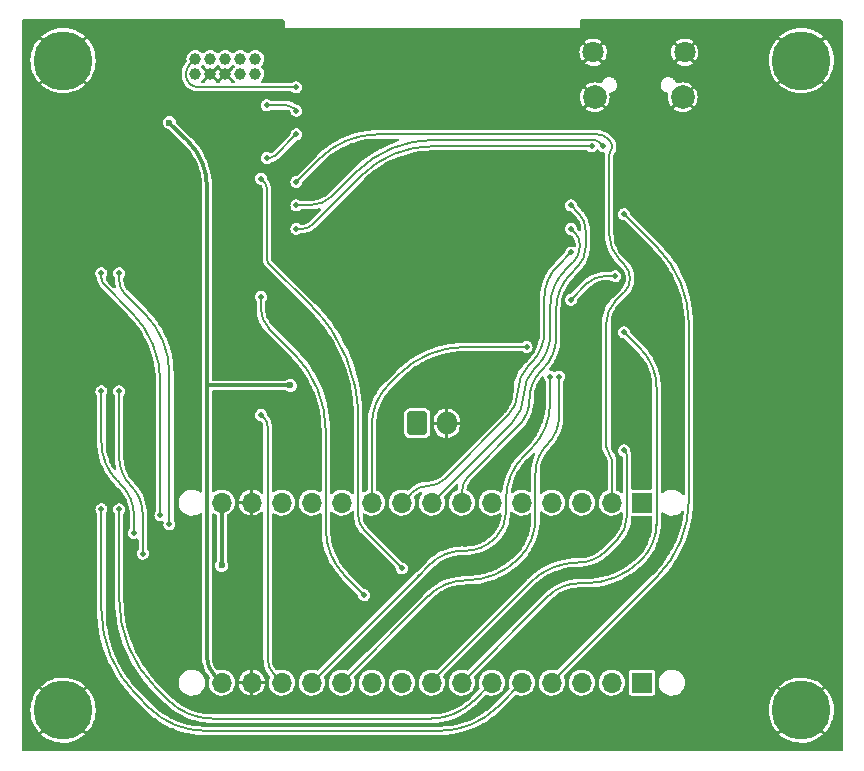
<source format=gbr>
%TF.GenerationSoftware,KiCad,Pcbnew,(6.0.11)*%
%TF.CreationDate,2024-02-14T19:55:53+02:00*%
%TF.ProjectId,AI4EDGE_STM32_v6-rounded,41493445-4447-4455-9f53-544d33325f76,rev?*%
%TF.SameCoordinates,Original*%
%TF.FileFunction,Copper,L2,Bot*%
%TF.FilePolarity,Positive*%
%FSLAX46Y46*%
G04 Gerber Fmt 4.6, Leading zero omitted, Abs format (unit mm)*
G04 Created by KiCad (PCBNEW (6.0.11)) date 2024-02-14 19:55:53*
%MOMM*%
%LPD*%
G01*
G04 APERTURE LIST*
G04 Aperture macros list*
%AMRoundRect*
0 Rectangle with rounded corners*
0 $1 Rounding radius*
0 $2 $3 $4 $5 $6 $7 $8 $9 X,Y pos of 4 corners*
0 Add a 4 corners polygon primitive as box body*
4,1,4,$2,$3,$4,$5,$6,$7,$8,$9,$2,$3,0*
0 Add four circle primitives for the rounded corners*
1,1,$1+$1,$2,$3*
1,1,$1+$1,$4,$5*
1,1,$1+$1,$6,$7*
1,1,$1+$1,$8,$9*
0 Add four rect primitives between the rounded corners*
20,1,$1+$1,$2,$3,$4,$5,0*
20,1,$1+$1,$4,$5,$6,$7,0*
20,1,$1+$1,$6,$7,$8,$9,0*
20,1,$1+$1,$8,$9,$2,$3,0*%
G04 Aperture macros list end*
%TA.AperFunction,ComponentPad*%
%ADD10C,2.000000*%
%TD*%
%TA.AperFunction,ComponentPad*%
%ADD11C,1.800000*%
%TD*%
%TA.AperFunction,ComponentPad*%
%ADD12R,1.700000X1.700000*%
%TD*%
%TA.AperFunction,ComponentPad*%
%ADD13O,1.700000X1.700000*%
%TD*%
%TA.AperFunction,ComponentPad*%
%ADD14C,0.800000*%
%TD*%
%TA.AperFunction,ComponentPad*%
%ADD15C,5.000000*%
%TD*%
%TA.AperFunction,ComponentPad*%
%ADD16C,1.000000*%
%TD*%
%TA.AperFunction,ComponentPad*%
%ADD17RoundRect,0.250000X-0.600000X-0.750000X0.600000X-0.750000X0.600000X0.750000X-0.600000X0.750000X0*%
%TD*%
%TA.AperFunction,ComponentPad*%
%ADD18O,1.700000X2.000000*%
%TD*%
%TA.AperFunction,ViaPad*%
%ADD19C,0.600000*%
%TD*%
%TA.AperFunction,ViaPad*%
%ADD20C,0.500000*%
%TD*%
%TA.AperFunction,Conductor*%
%ADD21C,0.200000*%
%TD*%
%TA.AperFunction,Conductor*%
%ADD22C,0.300000*%
%TD*%
G04 APERTURE END LIST*
D10*
%TO.P,J1,6,Shield*%
%TO.N,GND*%
X146225000Y-71850000D03*
X138775000Y-71850000D03*
D11*
X146375000Y-68050000D03*
X138625000Y-68050000D03*
%TD*%
D12*
%TO.P,M2,1,D13/PA13*%
%TO.N,unconnected-(M2-Pad1)*%
X142748000Y-106172000D03*
D13*
%TO.P,M2,2,~{RESET}*%
%TO.N,~{RESET}*%
X140208000Y-106172000D03*
%TO.P,M2,3,A0/PA0/TX4*%
%TO.N,Net-(M2-Pad3)*%
X137668000Y-106172000D03*
%TO.P,M2,4,A1/PA1/RX4*%
%TO.N,Net-(M2-Pad4)*%
X135128000Y-106172000D03*
%TO.P,M2,5,A2/PA2/TX2*%
%TO.N,Net-(M2-Pad5)*%
X132588000Y-106172000D03*
%TO.P,M2,6,A3/PA3/RX2*%
%TO.N,Net-(M2-Pad6)*%
X130048000Y-106172000D03*
%TO.P,M2,7,A4/PA4*%
%TO.N,GPIO1*%
X127508000Y-106172000D03*
%TO.P,M2,8,A5/PA5*%
%TO.N,WAKE*%
X124968000Y-106172000D03*
%TO.P,M2,9,A6/PA6*%
%TO.N,GPIO2*%
X122428000Y-106172000D03*
%TO.P,M2,10,A7/PA7*%
%TO.N,PPS*%
X119888000Y-106172000D03*
%TO.P,M2,11,A8/D16/PB0*%
%TO.N,unconnected-(M2-Pad11)*%
X117348000Y-106172000D03*
%TO.P,M2,12,A9/D17/PB1*%
%TO.N,unconnected-(M2-Pad12)*%
X114808000Y-106172000D03*
%TO.P,M2,13,+BATT*%
%TO.N,+BATT*%
X112268000Y-106172000D03*
%TO.P,M2,14,GND*%
%TO.N,GND*%
X109728000Y-106172000D03*
%TO.P,M2,15,+5V*%
%TO.N,+5V*%
X107188000Y-106172000D03*
%TO.P,M2,16,+3V3*%
%TO.N,+3V3*%
X107188000Y-121412000D03*
%TO.P,M2,17,GND*%
%TO.N,GND*%
X109728000Y-121412000D03*
%TO.P,M2,18,D8/PA8*%
%TO.N,ENU2*%
X112268000Y-121412000D03*
%TO.P,M2,19,D9/PA9/TX1*%
%TO.N,Net-(M2-Pad19)*%
X114808000Y-121412000D03*
%TO.P,M2,20,D10/PA10/RX1*%
%TO.N,Net-(M2-Pad20)*%
X117348000Y-121412000D03*
%TO.P,M2,21,D11/PA11*%
%TO.N,ENU1*%
X119888000Y-121412000D03*
%TO.P,M2,22,D12/PA12*%
%TO.N,ENU0*%
X122428000Y-121412000D03*
%TO.P,M2,23,D14/PA14*%
%TO.N,ENIC*%
X124968000Y-121412000D03*
%TO.P,M2,24,D15/PA15*%
%TO.N,ENIB*%
X127508000Y-121412000D03*
%TO.P,M2,25,D18/PB3/TX5*%
%TO.N,Net-(M2-Pad25)*%
X130048000Y-121412000D03*
%TO.P,M2,26,D19/PB4/RX5*%
%TO.N,Net-(M2-Pad26)*%
X132588000Y-121412000D03*
%TO.P,M2,27,D20/PB5*%
%TO.N,ENIA*%
X135128000Y-121412000D03*
%TO.P,M2,28,D21/PB6/SCL1*%
%TO.N,Net-(M2-Pad28)*%
X137668000Y-121412000D03*
%TO.P,M2,29,D22/PB7/SDA1*%
%TO.N,Net-(M2-Pad29)*%
X140208000Y-121412000D03*
D12*
%TO.P,M2,30,BOOT0*%
%TO.N,unconnected-(M2-Pad30)*%
X142748000Y-121412000D03*
%TD*%
D14*
%TO.P,H4,1,1*%
%TO.N,GND*%
X93750000Y-121875000D03*
X95075825Y-125075825D03*
X92424175Y-122424175D03*
X95075825Y-122424175D03*
X91875000Y-123750000D03*
D15*
X93750000Y-123750000D03*
D14*
X95625000Y-123750000D03*
X92424175Y-125075825D03*
X93750000Y-125625000D03*
%TD*%
%TO.P,H3,1,1*%
%TO.N,GND*%
X158125000Y-123750000D03*
X157575825Y-125075825D03*
X156250000Y-125625000D03*
X154375000Y-123750000D03*
X156250000Y-121875000D03*
X157575825Y-122424175D03*
D15*
X156250000Y-123750000D03*
D14*
X154924175Y-125075825D03*
X154924175Y-122424175D03*
%TD*%
D16*
%TO.P,J2,1,VCC*%
%TO.N,/PVCC*%
X104960000Y-69885000D03*
%TO.P,J2,2,SWDIO/TMS*%
%TO.N,SWDIO*%
X104960000Y-68615000D03*
%TO.P,J2,3,GND*%
%TO.N,GND*%
X106230000Y-69885000D03*
%TO.P,J2,4,SWDCLK/TCK*%
%TO.N,SWDCLK*%
X106230000Y-68615000D03*
%TO.P,J2,5,GND*%
%TO.N,GND*%
X107500000Y-69885000D03*
%TO.P,J2,6,SWO/TDO*%
%TO.N,unconnected-(J2-Pad6)*%
X107500000Y-68615000D03*
%TO.P,J2,7,KEY*%
%TO.N,unconnected-(J2-Pad7)*%
X108770000Y-69885000D03*
%TO.P,J2,8,NC/TDI*%
%TO.N,unconnected-(J2-Pad8)*%
X108770000Y-68615000D03*
%TO.P,J2,9,GNDDTCT*%
%TO.N,unconnected-(J2-Pad9)*%
X110040000Y-69885000D03*
%TO.P,J2,10,~{RESET}*%
%TO.N,~{RESET}*%
X110040000Y-68615000D03*
%TD*%
D14*
%TO.P,H2,1,1*%
%TO.N,GND*%
X156250000Y-70625000D03*
X157575825Y-70075825D03*
X154924175Y-70075825D03*
X154924175Y-67424175D03*
X156250000Y-66875000D03*
X157575825Y-67424175D03*
X154375000Y-68750000D03*
X158125000Y-68750000D03*
D15*
X156250000Y-68750000D03*
%TD*%
D17*
%TO.P,J3,1,Pin_1*%
%TO.N,+BATT*%
X123750000Y-99450000D03*
D18*
%TO.P,J3,2,Pin_2*%
%TO.N,GND*%
X126250000Y-99450000D03*
%TD*%
D14*
%TO.P,H1,1,1*%
%TO.N,GND*%
X92424175Y-70075825D03*
X92424175Y-67424175D03*
X95075825Y-67424175D03*
X91875000Y-68750000D03*
D15*
X93750000Y-68750000D03*
D14*
X95625000Y-68750000D03*
X93750000Y-70625000D03*
X93750000Y-66875000D03*
X95075825Y-70075825D03*
%TD*%
D19*
%TO.N,GND*%
X155250000Y-106750000D03*
X123000000Y-93000000D03*
X142500000Y-79750000D03*
X147500000Y-67000000D03*
X122500000Y-67000000D03*
X150000000Y-86750000D03*
X120000000Y-67000000D03*
X128250000Y-119500000D03*
X96250000Y-112500000D03*
X108500000Y-109250000D03*
X117000000Y-97750000D03*
X132250000Y-93750000D03*
X140000000Y-67000000D03*
X135000000Y-107750000D03*
X137500000Y-67000000D03*
X105000000Y-67000000D03*
X142500000Y-89750000D03*
X107500000Y-103000000D03*
X133750000Y-119500000D03*
X101250000Y-106250000D03*
X142500000Y-67000000D03*
X107500000Y-89750000D03*
X99750000Y-112500000D03*
X125000000Y-77000000D03*
X138000000Y-77750000D03*
X150000000Y-67000000D03*
X92500000Y-76750000D03*
X97750000Y-98500000D03*
X132500000Y-67000000D03*
X112500000Y-73500000D03*
X112500000Y-71750000D03*
X133000000Y-77000000D03*
X117500000Y-67000000D03*
X129000000Y-109250000D03*
X157500000Y-86750000D03*
X93000000Y-102000000D03*
X114750000Y-109250000D03*
X112500000Y-70000000D03*
X110000000Y-67000000D03*
X123750000Y-111250000D03*
X142500000Y-74750000D03*
X132500000Y-107750000D03*
X107500000Y-67000000D03*
X137000000Y-97750000D03*
X142750000Y-107750000D03*
X157500000Y-76750000D03*
X150500000Y-82000000D03*
X125000000Y-104000000D03*
X117250000Y-109250000D03*
X100000000Y-86750000D03*
X157000000Y-82000000D03*
X121000000Y-97750000D03*
X112500000Y-77000000D03*
X100000000Y-96750000D03*
X137500000Y-104250000D03*
X157000000Y-102000000D03*
X132500000Y-104250000D03*
X100000000Y-67000000D03*
X142500000Y-99750000D03*
X150500000Y-102000000D03*
X123750000Y-109250000D03*
X112500000Y-89750000D03*
X118000000Y-119500000D03*
X133000000Y-71000000D03*
X125000000Y-74000000D03*
X99500000Y-92000000D03*
X137000000Y-93750000D03*
X133000000Y-87000000D03*
X107500000Y-99750000D03*
X113500000Y-119500000D03*
X104750000Y-109250000D03*
X139000000Y-107750000D03*
X121250000Y-116250000D03*
X152500000Y-67000000D03*
X117000000Y-95500000D03*
X134000000Y-97750000D03*
X130000000Y-104250000D03*
X113000000Y-97750000D03*
X150000000Y-76750000D03*
X111000000Y-78000000D03*
X117000000Y-77000000D03*
X126750000Y-102000000D03*
X157500000Y-96750000D03*
X130000000Y-67000000D03*
X92500000Y-96750000D03*
X111000000Y-73500000D03*
X97750000Y-108750000D03*
X141500000Y-119500000D03*
X123750000Y-113750000D03*
X129000000Y-97750000D03*
X120000000Y-111250000D03*
X100000000Y-76750000D03*
X113000000Y-94750000D03*
X142500000Y-84750000D03*
X111000000Y-76000000D03*
X123750000Y-119500000D03*
X117000000Y-87000000D03*
X108500000Y-119500000D03*
X112500000Y-67000000D03*
X102500000Y-67000000D03*
X92500000Y-86750000D03*
X129250000Y-111250000D03*
X97500000Y-67000000D03*
X125000000Y-67000000D03*
X145000000Y-67000000D03*
X107500000Y-79750000D03*
X157000000Y-92000000D03*
X107500000Y-74750000D03*
X93000000Y-82000000D03*
X99500000Y-102000000D03*
X121250000Y-119500000D03*
X123250000Y-102000000D03*
X104750000Y-119500000D03*
X93000000Y-92000000D03*
X150500000Y-92000000D03*
X145250000Y-107750000D03*
X150000000Y-96750000D03*
X127500000Y-67000000D03*
X99500000Y-82000000D03*
X111000000Y-71750000D03*
D20*
%TO.N,~{RESET}*%
X113500000Y-79030000D03*
%TO.N,SWDIO*%
X113500000Y-71000000D03*
%TO.N,USER*%
X136750000Y-89000000D03*
X140500000Y-87000000D03*
%TO.N,PPS*%
X133000000Y-93000000D03*
%TO.N,GPIO2*%
X136750000Y-85000000D03*
%TO.N,WAKE*%
X136750000Y-83000000D03*
D19*
%TO.N,+3V3*%
X102750000Y-74000000D03*
X113000000Y-96250000D03*
D20*
%TO.N,Net-(M2-Pad3)*%
X100500000Y-110500000D03*
X98500000Y-96750000D03*
%TO.N,Net-(M2-Pad4)*%
X97000000Y-96750000D03*
X99750000Y-108750000D03*
%TO.N,Net-(M2-Pad5)*%
X98500000Y-86750000D03*
X102750000Y-108000000D03*
%TO.N,Net-(M2-Pad6)*%
X102000000Y-107250000D03*
X97000000Y-86750000D03*
%TO.N,Net-(M2-Pad19)*%
X134986444Y-95513556D03*
%TO.N,Net-(M2-Pad20)*%
X135750000Y-95500000D03*
D19*
%TO.N,+5V*%
X107188000Y-111500000D03*
D20*
%TO.N,GREEN*%
X111000000Y-72549503D03*
X113500000Y-73000000D03*
%TO.N,RED*%
X113500000Y-75000000D03*
X111000000Y-77000000D03*
%TO.N,USB_N*%
X113500000Y-81000000D03*
X139500000Y-76000000D03*
%TO.N,Net-(M2-Pad25)*%
X98500000Y-106750000D03*
%TO.N,Net-(M2-Pad26)*%
X97000000Y-106750000D03*
%TO.N,ENU0*%
X110500000Y-78750000D03*
X122428000Y-111750000D03*
%TO.N,ENU1*%
X110500000Y-88750000D03*
X119250000Y-114000000D03*
%TO.N,ENU2*%
X110500000Y-98750000D03*
%TO.N,ENIA*%
X141250000Y-81750000D03*
%TO.N,ENIB*%
X141250000Y-91750000D03*
%TO.N,ENIC*%
X141250000Y-101750000D03*
%TO.N,GPIO1*%
X136750000Y-81000000D03*
%TO.N,USB_P*%
X113500000Y-83000000D03*
X138500000Y-76000000D03*
%TD*%
D21*
%TO.N,~{RESET}*%
X140208000Y-102573854D02*
X140208000Y-106172000D01*
X141263864Y-86013864D02*
X140875000Y-85625000D01*
X115515000Y-77015000D02*
X113500000Y-79030000D01*
X140000000Y-76690685D02*
X140000000Y-83512563D01*
X139750000Y-90945461D02*
X139750000Y-101468145D01*
X140250000Y-76006954D02*
X140250000Y-76087132D01*
X140506932Y-89118066D02*
X141263864Y-88361135D01*
X140068305Y-75568305D02*
X139875000Y-75375000D01*
X120379640Y-75000000D02*
X138969669Y-75000000D01*
X141749991Y-87187500D02*
G75*
G02*
X141263864Y-88361135I-1659791J0D01*
G01*
X140125002Y-76388911D02*
G75*
G03*
X140000000Y-76690685I301798J-301789D01*
G01*
X140124989Y-76388898D02*
G75*
G03*
X140250000Y-76087132I-301789J301798D01*
G01*
X140874989Y-85625011D02*
G75*
G02*
X140000000Y-83512563I2112411J2112411D01*
G01*
X139978987Y-102021013D02*
G75*
G02*
X140208000Y-102573854I-552887J-552887D01*
G01*
X139979013Y-102020987D02*
G75*
G02*
X139750000Y-101468145I552887J552887D01*
G01*
X139749965Y-90945461D02*
G75*
G02*
X140506932Y-89118066I2584335J-39D01*
G01*
X138969669Y-75000013D02*
G75*
G02*
X139875000Y-75375000I31J-1280287D01*
G01*
X120379640Y-75000017D02*
G75*
G03*
X115515000Y-77015000I-40J-6879583D01*
G01*
X140068273Y-75568337D02*
G75*
G02*
X140250000Y-76006954I-438573J-438663D01*
G01*
X141749991Y-87187500D02*
G75*
G03*
X141263863Y-86013865I-1659791J0D01*
G01*
%TO.N,SWDIO*%
X104452733Y-69122265D02*
X104960000Y-68615000D01*
X104160000Y-69992806D02*
X104160000Y-69828985D01*
X105167193Y-71000000D02*
X113500000Y-71000000D01*
X104159998Y-69992806D02*
G75*
G03*
X104455001Y-70704999I1007202J6D01*
G01*
X104455002Y-70704998D02*
G75*
G03*
X105167193Y-71000000I712198J712198D01*
G01*
X104452751Y-69122283D02*
G75*
G03*
X104160000Y-69828985I706649J-706717D01*
G01*
%TO.N,USER*%
X140500000Y-87000000D02*
X139625000Y-87000000D01*
X136750000Y-89000000D02*
X138131281Y-87618718D01*
X138131289Y-87618726D02*
G75*
G02*
X139625000Y-87000000I1493711J-1493674D01*
G01*
%TO.N,PPS*%
X133000000Y-93000000D02*
X127761176Y-93000000D01*
X119888000Y-99605782D02*
X119888000Y-106172000D01*
X122194000Y-95306000D02*
X121297817Y-96202183D01*
X119887983Y-99605782D02*
G75*
G02*
X121297817Y-96202183I4813417J-18D01*
G01*
X127761176Y-92999991D02*
G75*
G03*
X122194001Y-95306001I24J-7873209D01*
G01*
%TO.N,GPIO2*%
X134500000Y-91659009D02*
X134500000Y-88840990D01*
X136750000Y-85000000D02*
X135625000Y-86125000D01*
X126083363Y-104166636D02*
X131366116Y-98883883D01*
X133375000Y-94375000D02*
X133133883Y-94616116D01*
X123266636Y-105333363D02*
X122428000Y-106172000D01*
X135625003Y-86125003D02*
G75*
G03*
X134500000Y-88840990I2715997J-2715997D01*
G01*
X123266642Y-105333369D02*
G75*
G02*
X124675000Y-104750000I1408358J-1408331D01*
G01*
X133133877Y-94616110D02*
G75*
G03*
X132250000Y-96750000I2133923J-2133890D01*
G01*
X124675000Y-104750006D02*
G75*
G03*
X126083362Y-104166635I0J1991706D01*
G01*
X131366123Y-98883890D02*
G75*
G03*
X132250000Y-96750000I-2133923J2133890D01*
G01*
X134500004Y-91659009D02*
G75*
G02*
X133375000Y-94375000I-3841004J9D01*
G01*
%TO.N,WAKE*%
X137125000Y-83375000D02*
X136750000Y-83000000D01*
X136964752Y-85799156D02*
X136250000Y-86513909D01*
X137500000Y-84280330D02*
X137500000Y-84506954D01*
X133683380Y-94816619D02*
X133874999Y-94624999D01*
X135000000Y-89531675D02*
X135000000Y-91909009D01*
X131816619Y-99323380D02*
X124968000Y-106172000D01*
X135000002Y-91909009D02*
G75*
G02*
X133874999Y-94624999I-3841002J9D01*
G01*
X131816627Y-99323388D02*
G75*
G03*
X132750000Y-97070000I-2253427J2253388D01*
G01*
X136964736Y-85799140D02*
G75*
G03*
X137500000Y-84506954I-1292236J1292240D01*
G01*
X136250005Y-86513914D02*
G75*
G03*
X135000000Y-89531675I3017795J-3017786D01*
G01*
X132750011Y-97070000D02*
G75*
G02*
X133683380Y-94816619I3186789J0D01*
G01*
X137125009Y-83374991D02*
G75*
G02*
X137500000Y-84280330I-905309J-905309D01*
G01*
D22*
%TO.N,+3V3*%
X106563000Y-120787000D02*
X107188000Y-121412000D01*
X102750000Y-74000000D02*
X104344000Y-75594000D01*
X113000000Y-96250000D02*
X106000000Y-96250000D01*
X105938000Y-79442256D02*
X105938000Y-119278116D01*
X106563005Y-120786995D02*
G75*
G02*
X105938000Y-119278116I1508895J1508895D01*
G01*
X104343987Y-75594013D02*
G75*
G02*
X105938000Y-79442256I-3848287J-3848287D01*
G01*
D21*
%TO.N,Net-(M2-Pad3)*%
X100500000Y-110500000D02*
X100500000Y-107164213D01*
X98500000Y-102335786D02*
X98500000Y-96750000D01*
X100499994Y-107164213D02*
G75*
G03*
X99500000Y-104750000I-3414194J13D01*
G01*
X98500006Y-102335786D02*
G75*
G03*
X99500000Y-104750000I3414194J-14D01*
G01*
%TO.N,Net-(M2-Pad4)*%
X97000000Y-101055456D02*
X97000000Y-96750000D01*
X98689339Y-104689339D02*
X98375000Y-104375000D01*
X99750000Y-107250000D02*
X99750000Y-108750000D01*
X98689335Y-104689343D02*
G75*
G02*
X99750000Y-107250000I-2560635J-2560657D01*
G01*
X98374987Y-104375013D02*
G75*
G02*
X97000000Y-101055456I3319513J3319513D01*
G01*
%TO.N,Net-(M2-Pad5)*%
X100625000Y-90125000D02*
X98941941Y-88441941D01*
X98500000Y-86750000D02*
X98500000Y-87375000D01*
X102750000Y-108000000D02*
X102750000Y-95255203D01*
X98941938Y-88441944D02*
G75*
G02*
X98500000Y-87375000I1066962J1066944D01*
G01*
X102749998Y-95255203D02*
G75*
G03*
X100625000Y-90125000I-7255198J3D01*
G01*
%TO.N,Net-(M2-Pad6)*%
X97265165Y-87765165D02*
X99500000Y-90000000D01*
X102000000Y-107250000D02*
X102000000Y-96035533D01*
X97000000Y-87125000D02*
X97000000Y-86750000D01*
X99500001Y-89999999D02*
G75*
G02*
X102000000Y-96035533I-6035531J-6035531D01*
G01*
X97265171Y-87765159D02*
G75*
G02*
X97000000Y-87125000I640129J640159D01*
G01*
%TO.N,Net-(M2-Pad19)*%
X123278133Y-112941866D02*
X123691866Y-112528133D01*
X127835786Y-110250000D02*
X127610000Y-110250000D01*
X123691866Y-112528133D02*
X123898733Y-112321266D01*
X131250000Y-107062500D02*
X131250000Y-105875000D01*
X123691866Y-112528133D02*
X124810344Y-111409655D01*
X132752601Y-102247397D02*
X133395453Y-101604546D01*
X123691866Y-112528133D02*
X123278133Y-112941866D01*
X130249999Y-109249999D02*
X130410310Y-109089689D01*
X123278133Y-112941866D02*
X114808000Y-121412000D01*
X134986444Y-97763556D02*
X134986444Y-95513556D01*
X130410315Y-109089694D02*
G75*
G03*
X131250000Y-107062500I-2027215J2027194D01*
G01*
X127835786Y-110249992D02*
G75*
G03*
X130249998Y-109249998I14J3414192D01*
G01*
X131249998Y-105875000D02*
G75*
G02*
X132752601Y-102247397I5130202J0D01*
G01*
X133395418Y-101604511D02*
G75*
G03*
X134986444Y-97763556I-3840918J3841011D01*
G01*
X123691866Y-112528133D02*
G75*
G03*
X123691866Y-112528133I0J0D01*
G01*
X124810347Y-111409658D02*
G75*
G02*
X127610000Y-110250000I2799653J-2799642D01*
G01*
%TO.N,Net-(M2-Pad20)*%
X124408562Y-114351437D02*
X124601437Y-114158562D01*
X133750000Y-105616894D02*
X133750000Y-105383106D01*
X124408562Y-114351437D02*
X117348000Y-121412000D01*
X133750000Y-105616894D02*
X133750000Y-105733788D01*
X133750000Y-107500037D02*
X133750000Y-105616894D01*
X124601437Y-114158562D02*
X124697875Y-114062124D01*
X133750000Y-105383106D02*
X133750000Y-105616894D01*
X124601437Y-114158562D02*
X124408562Y-114351437D01*
X124670782Y-114089217D02*
X124601437Y-114158562D01*
X133750000Y-103664213D02*
X133750000Y-105383106D01*
X135750000Y-98835786D02*
X135750000Y-95500000D01*
X127903898Y-112750010D02*
G75*
G03*
X132335785Y-110914212I2J6267510D01*
G01*
X134749996Y-101249996D02*
G75*
G03*
X133750000Y-103664213I2414204J-2414204D01*
G01*
X132335760Y-110914187D02*
G75*
G03*
X133750000Y-107500037I-3414060J3414187D01*
G01*
X133750000Y-105616894D02*
G75*
G02*
X133750000Y-105616894I0J0D01*
G01*
X124601437Y-114158562D02*
G75*
G03*
X124601437Y-114158562I0J0D01*
G01*
X124670778Y-114089213D02*
G75*
G02*
X127903898Y-112750000I3233122J-3233087D01*
G01*
X134750004Y-101250004D02*
G75*
G03*
X135750000Y-98835786I-2414204J2414204D01*
G01*
D22*
%TO.N,+5V*%
X107188000Y-106172000D02*
X107188000Y-111438000D01*
D21*
%TO.N,GREEN*%
X112730953Y-72549503D02*
X111000000Y-72549503D01*
X113274751Y-72774751D02*
X113500000Y-73000000D01*
X113274785Y-72774717D02*
G75*
G03*
X112730953Y-72549503I-543785J-543883D01*
G01*
%TO.N,RED*%
X113500000Y-75000000D02*
X111676776Y-76823223D01*
X111250000Y-77000000D02*
X111000000Y-77000000D01*
X111676786Y-76823233D02*
G75*
G02*
X111250000Y-77000000I-426786J426833D01*
G01*
%TO.N,USB_N*%
X116545495Y-80204504D02*
X118524999Y-78224999D01*
X138561091Y-75450000D02*
X125224442Y-75450000D01*
X114625000Y-81000000D02*
X113500000Y-81000000D01*
X139500000Y-76000000D02*
X139225000Y-75725000D01*
X125224442Y-75450017D02*
G75*
G03*
X118525000Y-78225000I-42J-9474383D01*
G01*
X138561091Y-75450004D02*
G75*
G02*
X139225000Y-75725000I9J-938896D01*
G01*
X114625000Y-80999996D02*
G75*
G03*
X116545495Y-80204504I0J2715996D01*
G01*
%TO.N,Net-(M2-Pad25)*%
X98500000Y-106750000D02*
X98500000Y-114330582D01*
X128548107Y-122932857D02*
X130075250Y-121405714D01*
X124861257Y-124460000D02*
X106411724Y-124460000D01*
X102653147Y-122903147D02*
X101625000Y-121875000D01*
X106411724Y-124459992D02*
G75*
G02*
X102653147Y-122903147I-24J5315392D01*
G01*
X98500008Y-114330582D02*
G75*
G03*
X101625001Y-121874999I10669392J-18D01*
G01*
X128548130Y-122932880D02*
G75*
G02*
X124861257Y-124460000I-3686830J3686880D01*
G01*
%TO.N,Net-(M2-Pad26)*%
X100000000Y-122500000D02*
X101038872Y-123538872D01*
X97000000Y-115257359D02*
X97000000Y-106750000D01*
X130568107Y-123452857D02*
X132615250Y-121405714D01*
X105773454Y-125500000D02*
X125625866Y-125500000D01*
X130568127Y-123452877D02*
G75*
G02*
X125625866Y-125500000I-4942227J4942277D01*
G01*
X97000017Y-115257359D02*
G75*
G03*
X100000000Y-122500000I10242583J-41D01*
G01*
X105773454Y-125500035D02*
G75*
G02*
X101038872Y-123538872I46J6695735D01*
G01*
%TO.N,ENU0*%
X111000000Y-79603553D02*
X111000000Y-84971908D01*
X114870252Y-89620252D02*
X111116112Y-85866112D01*
X111002504Y-85584263D02*
X111002504Y-85591838D01*
X118738000Y-106639860D02*
X118738000Y-98957821D01*
X118750000Y-107328964D02*
X118750000Y-106668831D01*
X110750000Y-79000000D02*
X110500000Y-78750000D01*
X119222784Y-108470367D02*
X122428000Y-111675583D01*
X111002482Y-85591838D02*
G75*
G03*
X111116113Y-85866111I387918J38D01*
G01*
X118744019Y-106654327D02*
G75*
G02*
X118750000Y-106668831I-14519J-14473D01*
G01*
X114870259Y-89620245D02*
G75*
G02*
X118738000Y-98957821I-9337559J-9337555D01*
G01*
X111001252Y-85278086D02*
G75*
G02*
X111000000Y-84971908I37437448J306186D01*
G01*
X118743977Y-106654369D02*
G75*
G02*
X118738000Y-106639860I14523J14469D01*
G01*
X119222764Y-108470387D02*
G75*
G02*
X118750000Y-107328964I1141436J1141387D01*
G01*
X111001252Y-85278086D02*
G75*
G02*
X111002504Y-85584263I-37556952J-306714D01*
G01*
X111000019Y-79603553D02*
G75*
G03*
X110750000Y-79000000I-853619J-47D01*
G01*
%TO.N,ENU1*%
X111207106Y-91457106D02*
X113250000Y-93500000D01*
X116000000Y-100139087D02*
X116000000Y-108451902D01*
X117625000Y-112375000D02*
X119250000Y-114000000D01*
X110500000Y-89750000D02*
X110500000Y-88750000D01*
X115999999Y-108451902D02*
G75*
G03*
X117625000Y-112375000I5548101J2D01*
G01*
X111207109Y-91457103D02*
G75*
G02*
X110500000Y-89750000I1707091J1707103D01*
G01*
X113249996Y-93500004D02*
G75*
G02*
X116000000Y-100139087I-6639096J-6639096D01*
G01*
%TO.N,ENU2*%
X111068000Y-99719636D02*
X111068000Y-119363471D01*
X111668000Y-120812000D02*
X112268000Y-121412000D01*
X110784000Y-99034000D02*
X110500000Y-98750000D01*
X110784011Y-99033989D02*
G75*
G02*
X111068000Y-99719636I-685611J-685611D01*
G01*
X111667992Y-120812008D02*
G75*
G02*
X111068000Y-119363471I1448508J1448508D01*
G01*
%TO.N,ENIA*%
X144009961Y-112490038D02*
X135250000Y-121250000D01*
X144000000Y-84500000D02*
X141250000Y-81750000D01*
X146750000Y-91139087D02*
X146750000Y-105875000D01*
X143999996Y-84500004D02*
G75*
G02*
X146750000Y-91139087I-6639096J-6639096D01*
G01*
X144009966Y-112490043D02*
G75*
G03*
X146750000Y-105875000I-6615066J6615043D01*
G01*
%TO.N,ENIB*%
X144000000Y-107907841D02*
X144000000Y-108065683D01*
X144000000Y-107907841D02*
X144000000Y-107749999D01*
X137995950Y-113000000D02*
X137492842Y-113000000D01*
X144000000Y-96444543D02*
X144000000Y-107434316D01*
X144000000Y-107749999D02*
X144000000Y-107434316D01*
X144000000Y-107434316D02*
X144000000Y-107749999D01*
X142625000Y-93125000D02*
X141250000Y-91750000D01*
X144000000Y-107907841D02*
X144000000Y-107749999D01*
X134807832Y-114112167D02*
X127508000Y-121412000D01*
X137492842Y-113000036D02*
G75*
G03*
X134807832Y-114112167I-42J-3797164D01*
G01*
X142625013Y-93124987D02*
G75*
G02*
X144000000Y-96444543I-3319513J-3319513D01*
G01*
X144000000Y-107907841D02*
G75*
G02*
X144000000Y-107907841I0J0D01*
G01*
X144000000Y-107749999D02*
G75*
G02*
X144000000Y-107749999I0J0D01*
G01*
X137995950Y-112999953D02*
G75*
G03*
X142697408Y-111052591I50J6648853D01*
G01*
X142697424Y-111052607D02*
G75*
G03*
X144000000Y-107907841I-3144724J3144707D01*
G01*
%TO.N,ENIC*%
X141500000Y-102176776D02*
X141500000Y-107283392D01*
X141375000Y-101875000D02*
X141250000Y-101750000D01*
X133333538Y-112916461D02*
X125000000Y-121250000D01*
X140639725Y-109360276D02*
X139735228Y-110264771D01*
X141500038Y-102176776D02*
G75*
G03*
X141374999Y-101875001I-426738J-24D01*
G01*
X139735244Y-110264787D02*
G75*
G02*
X137356729Y-111250000I-2378544J2378587D01*
G01*
X141499980Y-107283392D02*
G75*
G02*
X140639724Y-109360275I-2937180J-8D01*
G01*
X133333534Y-112916457D02*
G75*
G02*
X137356729Y-111250000I4023166J-4023143D01*
G01*
%TO.N,GPIO1*%
X135500000Y-89807564D02*
X135500000Y-92159009D01*
X128101969Y-103898030D02*
X132277728Y-99722271D01*
X138000000Y-83133883D02*
X138000000Y-84511525D01*
X134374999Y-94874999D02*
X134222271Y-95027728D01*
X137375000Y-81625000D02*
X136750000Y-81000000D01*
X137272888Y-86266914D02*
X136749999Y-86789797D01*
X127508000Y-105332000D02*
X127508000Y-106172000D01*
X138000006Y-83133883D02*
G75*
G03*
X137374999Y-81625001I-2133906J-17D01*
G01*
X133250012Y-97375000D02*
G75*
G02*
X132277728Y-99722271I-3319512J0D01*
G01*
X136750011Y-86789809D02*
G75*
G03*
X135500000Y-89807564I3017789J-3017791D01*
G01*
X135500002Y-92159009D02*
G75*
G02*
X134374999Y-94874999I-3841002J9D01*
G01*
X133249987Y-97375000D02*
G75*
G02*
X134222271Y-95027728I3319513J0D01*
G01*
X138000011Y-84511525D02*
G75*
G02*
X137272887Y-86266913I-2482511J25D01*
G01*
X127507988Y-105332000D02*
G75*
G02*
X128101969Y-103898030I2027912J0D01*
G01*
%TO.N,USB_P*%
X138500000Y-76000000D02*
X125047747Y-76000000D01*
X114853553Y-82646446D02*
X118991359Y-78508638D01*
X114000000Y-83000000D02*
X113500000Y-83000000D01*
X125047747Y-76000026D02*
G75*
G03*
X118991359Y-78508638I-47J-8564974D01*
G01*
X114000000Y-83000001D02*
G75*
G03*
X114853553Y-82646446I0J1207101D01*
G01*
%TD*%
%TA.AperFunction,Conductor*%
%TO.N,GND*%
G36*
X112442121Y-65274502D02*
G01*
X112488614Y-65328158D01*
X112500000Y-65380500D01*
X112500000Y-66000000D01*
X137500000Y-66000000D01*
X137500000Y-65380500D01*
X137520002Y-65312379D01*
X137573658Y-65265886D01*
X137626000Y-65254500D01*
X159619500Y-65254500D01*
X159687621Y-65274502D01*
X159734114Y-65328158D01*
X159745500Y-65380500D01*
X159745500Y-127119500D01*
X159725498Y-127187621D01*
X159671842Y-127234114D01*
X159619500Y-127245500D01*
X90380500Y-127245500D01*
X90312379Y-127225498D01*
X90265886Y-127171842D01*
X90254500Y-127119500D01*
X90254500Y-125789673D01*
X91896262Y-125789673D01*
X91896423Y-125791936D01*
X91898208Y-125794752D01*
X92148791Y-125996587D01*
X92154964Y-126000973D01*
X92430282Y-126172677D01*
X92436942Y-126176293D01*
X92730888Y-126313675D01*
X92737941Y-126316468D01*
X93046276Y-126417546D01*
X93053588Y-126419464D01*
X93371838Y-126482767D01*
X93379336Y-126483795D01*
X93702886Y-126508407D01*
X93710449Y-126508525D01*
X94034603Y-126494089D01*
X94042144Y-126493297D01*
X94362213Y-126440022D01*
X94369591Y-126438332D01*
X94680965Y-126346985D01*
X94688060Y-126344431D01*
X94986202Y-126216339D01*
X94992969Y-126212935D01*
X95273546Y-126049963D01*
X95279853Y-126045773D01*
X95538813Y-125850278D01*
X95544586Y-125845347D01*
X95593232Y-125798454D01*
X95601098Y-125784654D01*
X95601034Y-125783432D01*
X95596281Y-125775886D01*
X93762812Y-123942417D01*
X93748868Y-123934803D01*
X93747035Y-123934934D01*
X93740420Y-123939185D01*
X91903876Y-125775729D01*
X91896262Y-125789673D01*
X90254500Y-125789673D01*
X90254500Y-123724900D01*
X90991306Y-123724900D01*
X91007439Y-124048971D01*
X91008270Y-124056500D01*
X91063219Y-124376283D01*
X91064952Y-124383670D01*
X91157919Y-124694532D01*
X91160522Y-124701645D01*
X91290166Y-124999094D01*
X91293608Y-125005850D01*
X91458046Y-125285568D01*
X91462269Y-125291853D01*
X91659120Y-125549790D01*
X91664078Y-125555534D01*
X91701169Y-125593609D01*
X91715008Y-125601402D01*
X91716407Y-125601321D01*
X91723685Y-125596710D01*
X93557583Y-123762812D01*
X93563961Y-123751132D01*
X93934803Y-123751132D01*
X93934934Y-123752965D01*
X93939185Y-123759580D01*
X95775380Y-125595775D01*
X95788503Y-125602941D01*
X95798805Y-125595551D01*
X95988178Y-125362943D01*
X95992582Y-125356816D01*
X96165738Y-125082380D01*
X96169387Y-125075742D01*
X96308303Y-124782524D01*
X96311134Y-124775484D01*
X96413825Y-124467678D01*
X96415779Y-124460387D01*
X96480749Y-124142468D01*
X96481817Y-124134964D01*
X96508247Y-123810016D01*
X96508452Y-123805541D01*
X96509011Y-123752221D01*
X96508901Y-123747789D01*
X96489279Y-123422316D01*
X96488371Y-123414814D01*
X96430072Y-123095600D01*
X96428271Y-123088267D01*
X96332044Y-122778366D01*
X96329372Y-122771293D01*
X96196621Y-122475219D01*
X96193104Y-122468492D01*
X96025751Y-122190519D01*
X96021460Y-122184275D01*
X95821918Y-121928413D01*
X95816901Y-121922723D01*
X95799747Y-121905479D01*
X95785826Y-121897830D01*
X95784077Y-121897951D01*
X95777332Y-121902273D01*
X93942417Y-123737188D01*
X93934803Y-123751132D01*
X93563961Y-123751132D01*
X93565197Y-123748868D01*
X93565066Y-123747035D01*
X93560815Y-123740420D01*
X91724848Y-121904453D01*
X91710904Y-121896839D01*
X91708808Y-121896988D01*
X91702560Y-121900969D01*
X91702335Y-121901191D01*
X91697277Y-121906809D01*
X91495062Y-122160573D01*
X91490706Y-122166771D01*
X91320445Y-122442987D01*
X91316865Y-122449663D01*
X91181020Y-122744334D01*
X91178270Y-122751385D01*
X91078808Y-123060247D01*
X91076925Y-123067580D01*
X91015289Y-123386155D01*
X91014302Y-123393655D01*
X90991385Y-123717319D01*
X90991306Y-123724900D01*
X90254500Y-123724900D01*
X90254500Y-121714618D01*
X91898241Y-121714618D01*
X91898341Y-121716192D01*
X91902809Y-121723204D01*
X93737188Y-123557583D01*
X93751132Y-123565197D01*
X93752965Y-123565066D01*
X93759580Y-123560815D01*
X95595023Y-121725372D01*
X95602637Y-121711428D01*
X95602500Y-121709507D01*
X95598340Y-121703015D01*
X95588062Y-121692683D01*
X95582418Y-121687655D01*
X95327599Y-121486771D01*
X95321376Y-121482446D01*
X95044266Y-121313630D01*
X95037589Y-121310095D01*
X94742201Y-121175789D01*
X94735131Y-121173076D01*
X94425764Y-121075236D01*
X94418413Y-121073389D01*
X94099523Y-121013422D01*
X94092013Y-121012474D01*
X93768230Y-120991252D01*
X93760665Y-120991212D01*
X93436667Y-121009043D01*
X93429153Y-121009912D01*
X93109646Y-121066537D01*
X93102286Y-121068304D01*
X92791917Y-121162898D01*
X92784797Y-121165546D01*
X92488045Y-121296739D01*
X92481308Y-121300216D01*
X92202448Y-121466120D01*
X92196197Y-121470368D01*
X91939288Y-121668572D01*
X91933572Y-121673558D01*
X91905962Y-121700738D01*
X91898241Y-121714618D01*
X90254500Y-121714618D01*
X90254500Y-106743773D01*
X96490350Y-106743773D01*
X96491514Y-106752675D01*
X96491514Y-106752678D01*
X96503134Y-106841536D01*
X96509088Y-106887065D01*
X96567289Y-107019339D01*
X96614065Y-107074985D01*
X96615951Y-107077229D01*
X96644472Y-107142245D01*
X96645500Y-107158305D01*
X96645500Y-115219539D01*
X96643949Y-115239250D01*
X96641081Y-115257358D01*
X96641404Y-115259399D01*
X96658023Y-115851778D01*
X96658172Y-115853544D01*
X96685673Y-116179597D01*
X96708001Y-116444328D01*
X96791126Y-117033143D01*
X96907136Y-117616371D01*
X96907574Y-117618067D01*
X96907576Y-117618078D01*
X96909987Y-117627423D01*
X97055665Y-118192177D01*
X97236246Y-118758749D01*
X97236877Y-118760401D01*
X97236878Y-118760405D01*
X97440818Y-119294673D01*
X97448311Y-119314304D01*
X97589314Y-119629417D01*
X97672538Y-119815404D01*
X97691193Y-119857095D01*
X97964128Y-120385413D01*
X98052904Y-120535911D01*
X98265354Y-120896068D01*
X98265365Y-120896085D01*
X98266256Y-120897596D01*
X98596628Y-121392033D01*
X98597696Y-121393452D01*
X98914499Y-121814410D01*
X98954203Y-121867168D01*
X98955340Y-121868514D01*
X98955342Y-121868517D01*
X99313902Y-122293137D01*
X99337857Y-122321506D01*
X99538547Y-122533784D01*
X99739240Y-122746065D01*
X99739241Y-122746066D01*
X99745069Y-122752230D01*
X99746206Y-122753794D01*
X99754222Y-122759618D01*
X99761038Y-122764570D01*
X99776072Y-122777411D01*
X100761456Y-123762795D01*
X100774296Y-123777828D01*
X100785076Y-123792665D01*
X100785023Y-123792718D01*
X100795771Y-123802725D01*
X100816614Y-123822131D01*
X101153602Y-124135881D01*
X101155352Y-124137291D01*
X101466205Y-124387796D01*
X101545723Y-124451877D01*
X101547573Y-124453161D01*
X101547583Y-124453169D01*
X101942229Y-124727179D01*
X101959388Y-124739093D01*
X101961308Y-124740232D01*
X101961317Y-124740238D01*
X102390562Y-124994924D01*
X102390570Y-124994928D01*
X102392489Y-124996067D01*
X102562129Y-125080984D01*
X102685286Y-125142633D01*
X102842819Y-125221490D01*
X102844866Y-125222338D01*
X102844875Y-125222342D01*
X103031999Y-125299852D01*
X103308082Y-125414211D01*
X103785909Y-125573251D01*
X104273864Y-125697797D01*
X104769460Y-125787216D01*
X105182567Y-125831633D01*
X105267932Y-125840811D01*
X105267934Y-125840811D01*
X105270174Y-125841052D01*
X105773452Y-125859030D01*
X105773452Y-125858919D01*
X105791561Y-125856051D01*
X105811271Y-125854500D01*
X125588052Y-125854500D01*
X125607764Y-125856052D01*
X125616070Y-125857368D01*
X125616072Y-125857368D01*
X125625864Y-125858919D01*
X125629724Y-125858308D01*
X125702257Y-125855934D01*
X126104367Y-125842772D01*
X126104375Y-125842771D01*
X126106436Y-125842704D01*
X126178320Y-125835624D01*
X126582900Y-125795779D01*
X126582906Y-125795778D01*
X126584949Y-125795577D01*
X126586975Y-125795243D01*
X126586979Y-125795242D01*
X126620711Y-125789673D01*
X154396262Y-125789673D01*
X154396423Y-125791936D01*
X154398208Y-125794752D01*
X154648791Y-125996587D01*
X154654964Y-126000973D01*
X154930282Y-126172677D01*
X154936942Y-126176293D01*
X155230888Y-126313675D01*
X155237941Y-126316468D01*
X155546276Y-126417546D01*
X155553588Y-126419464D01*
X155871838Y-126482767D01*
X155879336Y-126483795D01*
X156202886Y-126508407D01*
X156210449Y-126508525D01*
X156534603Y-126494089D01*
X156542144Y-126493297D01*
X156862213Y-126440022D01*
X156869591Y-126438332D01*
X157180965Y-126346985D01*
X157188060Y-126344431D01*
X157486202Y-126216339D01*
X157492969Y-126212935D01*
X157773546Y-126049963D01*
X157779853Y-126045773D01*
X158038813Y-125850278D01*
X158044586Y-125845347D01*
X158093232Y-125798454D01*
X158101098Y-125784654D01*
X158101034Y-125783432D01*
X158096281Y-125775886D01*
X156262812Y-123942417D01*
X156248868Y-123934803D01*
X156247035Y-123934934D01*
X156240420Y-123939185D01*
X154403876Y-125775729D01*
X154396262Y-125789673D01*
X126620711Y-125789673D01*
X126838346Y-125753742D01*
X127059356Y-125717254D01*
X127527624Y-125608072D01*
X127529565Y-125607483D01*
X127529577Y-125607480D01*
X127985768Y-125469098D01*
X127985770Y-125469097D01*
X127987749Y-125468497D01*
X127989684Y-125467769D01*
X127989695Y-125467765D01*
X128435835Y-125299852D01*
X128435838Y-125299851D01*
X128437761Y-125299127D01*
X128557998Y-125244649D01*
X128873845Y-125101543D01*
X128873857Y-125101537D01*
X128875731Y-125100688D01*
X129011886Y-125027912D01*
X129297956Y-124875007D01*
X129297965Y-124875002D01*
X129299785Y-124874029D01*
X129301527Y-124872946D01*
X129301537Y-124872940D01*
X129518834Y-124737817D01*
X129708107Y-124620121D01*
X129709770Y-124618930D01*
X129709778Y-124618924D01*
X130097282Y-124341246D01*
X130097291Y-124341239D01*
X130098949Y-124340051D01*
X130470636Y-124035019D01*
X130510577Y-123997611D01*
X130770135Y-123754510D01*
X130801750Y-123724900D01*
X153491306Y-123724900D01*
X153507439Y-124048971D01*
X153508270Y-124056500D01*
X153563219Y-124376283D01*
X153564952Y-124383670D01*
X153657919Y-124694532D01*
X153660522Y-124701645D01*
X153790166Y-124999094D01*
X153793608Y-125005850D01*
X153958046Y-125285568D01*
X153962269Y-125291853D01*
X154159120Y-125549790D01*
X154164078Y-125555534D01*
X154201169Y-125593609D01*
X154215008Y-125601402D01*
X154216407Y-125601321D01*
X154223685Y-125596710D01*
X156057583Y-123762812D01*
X156063961Y-123751132D01*
X156434803Y-123751132D01*
X156434934Y-123752965D01*
X156439185Y-123759580D01*
X158275380Y-125595775D01*
X158288503Y-125602941D01*
X158298805Y-125595551D01*
X158488178Y-125362943D01*
X158492582Y-125356816D01*
X158665738Y-125082380D01*
X158669387Y-125075742D01*
X158808303Y-124782524D01*
X158811134Y-124775484D01*
X158913825Y-124467678D01*
X158915779Y-124460387D01*
X158980749Y-124142468D01*
X158981817Y-124134964D01*
X159008247Y-123810016D01*
X159008452Y-123805541D01*
X159009011Y-123752221D01*
X159008901Y-123747789D01*
X158989279Y-123422316D01*
X158988371Y-123414814D01*
X158930072Y-123095600D01*
X158928271Y-123088267D01*
X158832044Y-122778366D01*
X158829372Y-122771293D01*
X158696621Y-122475219D01*
X158693104Y-122468492D01*
X158525751Y-122190519D01*
X158521460Y-122184275D01*
X158321918Y-121928413D01*
X158316901Y-121922723D01*
X158299747Y-121905479D01*
X158285826Y-121897830D01*
X158284077Y-121897951D01*
X158277332Y-121902273D01*
X156442417Y-123737188D01*
X156434803Y-123751132D01*
X156063961Y-123751132D01*
X156065197Y-123748868D01*
X156065066Y-123747035D01*
X156060815Y-123740420D01*
X154224848Y-121904453D01*
X154210904Y-121896839D01*
X154208808Y-121896988D01*
X154202560Y-121900969D01*
X154202335Y-121901191D01*
X154197277Y-121906809D01*
X153995062Y-122160573D01*
X153990706Y-122166771D01*
X153820445Y-122442987D01*
X153816865Y-122449663D01*
X153681020Y-122744334D01*
X153678270Y-122751385D01*
X153578808Y-123060247D01*
X153576925Y-123067580D01*
X153515289Y-123386155D01*
X153514302Y-123393655D01*
X153491385Y-123717319D01*
X153491306Y-123724900D01*
X130801750Y-123724900D01*
X130818927Y-123708812D01*
X130821900Y-123706652D01*
X130832677Y-123691819D01*
X130845517Y-123676786D01*
X132052041Y-122470262D01*
X132114353Y-122436236D01*
X132190875Y-122443590D01*
X132239916Y-122464660D01*
X132239918Y-122464661D01*
X132245228Y-122466942D01*
X132289603Y-122476983D01*
X132437579Y-122510467D01*
X132437584Y-122510468D01*
X132443216Y-122511742D01*
X132448987Y-122511969D01*
X132448989Y-122511969D01*
X132508756Y-122514317D01*
X132646053Y-122519712D01*
X132753348Y-122504155D01*
X132841231Y-122491413D01*
X132841236Y-122491412D01*
X132846945Y-122490584D01*
X132852409Y-122488729D01*
X132852414Y-122488728D01*
X133033693Y-122427192D01*
X133033698Y-122427190D01*
X133039165Y-122425334D01*
X133045019Y-122422056D01*
X133114470Y-122383161D01*
X133216276Y-122326147D01*
X133221857Y-122321506D01*
X133367913Y-122200031D01*
X133372345Y-122196345D01*
X133434610Y-122121480D01*
X133498453Y-122044718D01*
X133498455Y-122044715D01*
X133502147Y-122040276D01*
X133578212Y-121904453D01*
X133598510Y-121868208D01*
X133598511Y-121868206D01*
X133601334Y-121863165D01*
X133603190Y-121857698D01*
X133603192Y-121857693D01*
X133664728Y-121676414D01*
X133664729Y-121676409D01*
X133666584Y-121670945D01*
X133667412Y-121665236D01*
X133667413Y-121665231D01*
X133695179Y-121473727D01*
X133695712Y-121470053D01*
X133697232Y-121412000D01*
X133685298Y-121282124D01*
X133679187Y-121215613D01*
X133679186Y-121215610D01*
X133678658Y-121209859D01*
X133676975Y-121203892D01*
X133625125Y-121020046D01*
X133625124Y-121020044D01*
X133623557Y-121014487D01*
X133621002Y-121009304D01*
X133536331Y-120837609D01*
X133533776Y-120832428D01*
X133412320Y-120669779D01*
X133263258Y-120531987D01*
X133258375Y-120528906D01*
X133258371Y-120528903D01*
X133101935Y-120430200D01*
X133091581Y-120423667D01*
X132903039Y-120348446D01*
X132897379Y-120347320D01*
X132897375Y-120347319D01*
X132709613Y-120309971D01*
X132709610Y-120309971D01*
X132703946Y-120308844D01*
X132698171Y-120308768D01*
X132698167Y-120308768D01*
X132596793Y-120307441D01*
X132500971Y-120306187D01*
X132495274Y-120307166D01*
X132495273Y-120307166D01*
X132354264Y-120331396D01*
X132300910Y-120340564D01*
X132110463Y-120410824D01*
X131936010Y-120514612D01*
X131931670Y-120518418D01*
X131931666Y-120518421D01*
X131800310Y-120633618D01*
X131783392Y-120648455D01*
X131779817Y-120652990D01*
X131779816Y-120652991D01*
X131750722Y-120689897D01*
X131657720Y-120807869D01*
X131655031Y-120812980D01*
X131655029Y-120812983D01*
X131611316Y-120896068D01*
X131563203Y-120987515D01*
X131535965Y-121075236D01*
X131511149Y-121155158D01*
X131503007Y-121181378D01*
X131479148Y-121382964D01*
X131492424Y-121585522D01*
X131493845Y-121591118D01*
X131493846Y-121591123D01*
X131525610Y-121716192D01*
X131542392Y-121782269D01*
X131544807Y-121787507D01*
X131544809Y-121787512D01*
X131567146Y-121835965D01*
X131577501Y-121906203D01*
X131548238Y-121970888D01*
X131541815Y-121977811D01*
X130344184Y-123175442D01*
X130329150Y-123188283D01*
X130314314Y-123199062D01*
X130308484Y-123207087D01*
X130307840Y-123207973D01*
X130291761Y-123226133D01*
X129974098Y-123521884D01*
X129967309Y-123527766D01*
X129605519Y-123819311D01*
X129598319Y-123824701D01*
X129216667Y-124089684D01*
X129209110Y-124094541D01*
X128809499Y-124331638D01*
X128801629Y-124335936D01*
X128390318Y-124541821D01*
X128386125Y-124543920D01*
X128377949Y-124547653D01*
X128106686Y-124660012D01*
X127948686Y-124725457D01*
X127940259Y-124728600D01*
X127799393Y-124775484D01*
X127499402Y-124875329D01*
X127490781Y-124877861D01*
X127040572Y-124992768D01*
X127031799Y-124994676D01*
X126582468Y-125075742D01*
X126574542Y-125077172D01*
X126565639Y-125078452D01*
X126103676Y-125128115D01*
X126094705Y-125128757D01*
X125660811Y-125144252D01*
X125636604Y-125142781D01*
X125635663Y-125142632D01*
X125635660Y-125142632D01*
X125625868Y-125141081D01*
X125616075Y-125142632D01*
X125607759Y-125143949D01*
X125588049Y-125145500D01*
X105811268Y-125145500D01*
X105791556Y-125143948D01*
X105791011Y-125143862D01*
X105773456Y-125141081D01*
X105762536Y-125142810D01*
X105738337Y-125144280D01*
X105616808Y-125139939D01*
X105325560Y-125129535D01*
X105316614Y-125128895D01*
X104875477Y-125081465D01*
X104866580Y-125080185D01*
X104429959Y-125001408D01*
X104421172Y-124999496D01*
X104399166Y-124993879D01*
X103991293Y-124889773D01*
X103982662Y-124887239D01*
X103570914Y-124750193D01*
X103561696Y-124747125D01*
X103553272Y-124743983D01*
X103508547Y-124725457D01*
X103143365Y-124574191D01*
X103135198Y-124570461D01*
X102738450Y-124371860D01*
X102730560Y-124367551D01*
X102684212Y-124340051D01*
X102349003Y-124141159D01*
X102341453Y-124136307D01*
X101977000Y-123883260D01*
X101969802Y-123877871D01*
X101876553Y-123802725D01*
X101814805Y-123752965D01*
X101624346Y-123599482D01*
X101617549Y-123593592D01*
X101315136Y-123312033D01*
X101299056Y-123293872D01*
X101298498Y-123293103D01*
X101298496Y-123293101D01*
X101292668Y-123285079D01*
X101277831Y-123274299D01*
X101262798Y-123261459D01*
X100277414Y-122276076D01*
X100264573Y-122261042D01*
X100259621Y-122254226D01*
X100259620Y-122254225D01*
X100253794Y-122246206D01*
X100244176Y-122239218D01*
X100226489Y-122223645D01*
X100222298Y-122219192D01*
X99988560Y-121970888D01*
X99843871Y-121817181D01*
X99838824Y-121811484D01*
X99502816Y-121408305D01*
X99461290Y-121358477D01*
X99456601Y-121352492D01*
X99415578Y-121296739D01*
X99107125Y-120877539D01*
X99102802Y-120871277D01*
X98782618Y-120376055D01*
X98778681Y-120369542D01*
X98488998Y-119855919D01*
X98485461Y-119849180D01*
X98425343Y-119725710D01*
X98227308Y-119318983D01*
X98224204Y-119312085D01*
X97998526Y-118767248D01*
X97995831Y-118760142D01*
X97995351Y-118758749D01*
X97803475Y-118202708D01*
X97801211Y-118195442D01*
X97642865Y-117627423D01*
X97641043Y-117620033D01*
X97517278Y-117043469D01*
X97515906Y-117035982D01*
X97427180Y-116453000D01*
X97426263Y-116445444D01*
X97372900Y-115858191D01*
X97372440Y-115850594D01*
X97363875Y-115567090D01*
X97355579Y-115292521D01*
X97357073Y-115269011D01*
X97358919Y-115257360D01*
X97356051Y-115239250D01*
X97354500Y-115219541D01*
X97354500Y-107158752D01*
X97374502Y-107090631D01*
X97387085Y-107074196D01*
X97394065Y-107066485D01*
X97422551Y-107035014D01*
X97474154Y-106928504D01*
X97481645Y-106913043D01*
X97481645Y-106913042D01*
X97485560Y-106904962D01*
X97509536Y-106762453D01*
X97509688Y-106750000D01*
X97508796Y-106743773D01*
X97990350Y-106743773D01*
X97991514Y-106752675D01*
X97991514Y-106752678D01*
X98003134Y-106841536D01*
X98009088Y-106887065D01*
X98067289Y-107019339D01*
X98114065Y-107074985D01*
X98115951Y-107077229D01*
X98144472Y-107142245D01*
X98145500Y-107158305D01*
X98145500Y-114292762D01*
X98143949Y-114312473D01*
X98141081Y-114330581D01*
X98141189Y-114331264D01*
X98141404Y-114338942D01*
X98141404Y-114338943D01*
X98158468Y-114947164D01*
X98158518Y-114948941D01*
X98158667Y-114950706D01*
X98158667Y-114950708D01*
X98203477Y-115481957D01*
X98210511Y-115565354D01*
X98296985Y-116177883D01*
X98417668Y-116784599D01*
X98572179Y-117383594D01*
X98760034Y-117972983D01*
X98760665Y-117974635D01*
X98760666Y-117974639D01*
X98846352Y-118199112D01*
X98980640Y-118550912D01*
X98981354Y-118552507D01*
X98981362Y-118552527D01*
X99077449Y-118767259D01*
X99233305Y-119115562D01*
X99517232Y-119665157D01*
X99602519Y-119809740D01*
X99830626Y-120196440D01*
X99830637Y-120196457D01*
X99831528Y-120197968D01*
X99839897Y-120210493D01*
X100174220Y-120710844D01*
X100174233Y-120710863D01*
X100175205Y-120712317D01*
X100176273Y-120713736D01*
X100545525Y-121204386D01*
X100547181Y-121206587D01*
X100946286Y-121679222D01*
X101370831Y-122128278D01*
X101371206Y-122128794D01*
X101379226Y-122134621D01*
X101386038Y-122139570D01*
X101401072Y-122152411D01*
X102375735Y-123127074D01*
X102388576Y-123142108D01*
X102399353Y-123156941D01*
X102399660Y-123157164D01*
X102406121Y-123163137D01*
X102406122Y-123163138D01*
X102686499Y-123422316D01*
X102726557Y-123459345D01*
X102728500Y-123460877D01*
X102728505Y-123460881D01*
X102871292Y-123573445D01*
X103076451Y-123735179D01*
X103078512Y-123736556D01*
X103078516Y-123736559D01*
X103444852Y-123981337D01*
X103446907Y-123982710D01*
X103663715Y-124104128D01*
X103833494Y-124199209D01*
X103833504Y-124199214D01*
X103835643Y-124200412D01*
X103837884Y-124201445D01*
X104217139Y-124376283D01*
X104240262Y-124386943D01*
X104658268Y-124541153D01*
X104660632Y-124541820D01*
X104660636Y-124541821D01*
X104938272Y-124620121D01*
X105087085Y-124662090D01*
X105089490Y-124662568D01*
X105089501Y-124662571D01*
X105521648Y-124748529D01*
X105521657Y-124748530D01*
X105524068Y-124749010D01*
X105526505Y-124749298D01*
X105526515Y-124749300D01*
X105747751Y-124775484D01*
X105966525Y-124801377D01*
X106411289Y-124818850D01*
X106411726Y-124818919D01*
X106429826Y-124816052D01*
X106449538Y-124814500D01*
X124823442Y-124814500D01*
X124843154Y-124816052D01*
X124861254Y-124818919D01*
X124862287Y-124818755D01*
X124870768Y-124818422D01*
X124870769Y-124818422D01*
X125049350Y-124811407D01*
X125298492Y-124801620D01*
X125300949Y-124801329D01*
X125300952Y-124801329D01*
X125730568Y-124750485D01*
X125730572Y-124750484D01*
X125733034Y-124750193D01*
X126162201Y-124664829D01*
X126164584Y-124664157D01*
X126164588Y-124664156D01*
X126580973Y-124546727D01*
X126580978Y-124546725D01*
X126583348Y-124546057D01*
X126993878Y-124394608D01*
X126996119Y-124393575D01*
X126996126Y-124393572D01*
X127389009Y-124212454D01*
X127389015Y-124212451D01*
X127391260Y-124211416D01*
X127410910Y-124200412D01*
X127770887Y-123998819D01*
X127770888Y-123998818D01*
X127773044Y-123997611D01*
X127775087Y-123996246D01*
X127775095Y-123996241D01*
X128134814Y-123755887D01*
X128136875Y-123754510D01*
X128480512Y-123483612D01*
X128675111Y-123303729D01*
X128793824Y-123193994D01*
X128793825Y-123193993D01*
X128801276Y-123187105D01*
X128801899Y-123186653D01*
X128812682Y-123171812D01*
X128825516Y-123156787D01*
X129512041Y-122470262D01*
X129574353Y-122436236D01*
X129650875Y-122443590D01*
X129699916Y-122464660D01*
X129699918Y-122464661D01*
X129705228Y-122466942D01*
X129749603Y-122476983D01*
X129897579Y-122510467D01*
X129897584Y-122510468D01*
X129903216Y-122511742D01*
X129908987Y-122511969D01*
X129908989Y-122511969D01*
X129968756Y-122514317D01*
X130106053Y-122519712D01*
X130213348Y-122504155D01*
X130301231Y-122491413D01*
X130301236Y-122491412D01*
X130306945Y-122490584D01*
X130312409Y-122488729D01*
X130312414Y-122488728D01*
X130493693Y-122427192D01*
X130493698Y-122427190D01*
X130499165Y-122425334D01*
X130505019Y-122422056D01*
X130574470Y-122383161D01*
X130676276Y-122326147D01*
X130681857Y-122321506D01*
X130827913Y-122200031D01*
X130832345Y-122196345D01*
X130894610Y-122121480D01*
X130958453Y-122044718D01*
X130958455Y-122044715D01*
X130962147Y-122040276D01*
X131038212Y-121904453D01*
X131058510Y-121868208D01*
X131058511Y-121868206D01*
X131061334Y-121863165D01*
X131063190Y-121857698D01*
X131063192Y-121857693D01*
X131124728Y-121676414D01*
X131124729Y-121676409D01*
X131126584Y-121670945D01*
X131127412Y-121665236D01*
X131127413Y-121665231D01*
X131155179Y-121473727D01*
X131155712Y-121470053D01*
X131157232Y-121412000D01*
X131145298Y-121282124D01*
X131139187Y-121215613D01*
X131139186Y-121215610D01*
X131138658Y-121209859D01*
X131136975Y-121203892D01*
X131085125Y-121020046D01*
X131085124Y-121020044D01*
X131083557Y-121014487D01*
X131081002Y-121009304D01*
X130996331Y-120837609D01*
X130993776Y-120832428D01*
X130872320Y-120669779D01*
X130723258Y-120531987D01*
X130718375Y-120528906D01*
X130718371Y-120528903D01*
X130561935Y-120430200D01*
X130551581Y-120423667D01*
X130363039Y-120348446D01*
X130357379Y-120347320D01*
X130357375Y-120347319D01*
X130169613Y-120309971D01*
X130169610Y-120309971D01*
X130163946Y-120308844D01*
X130158171Y-120308768D01*
X130158167Y-120308768D01*
X130056793Y-120307441D01*
X129960971Y-120306187D01*
X129955274Y-120307166D01*
X129955273Y-120307166D01*
X129814264Y-120331396D01*
X129760910Y-120340564D01*
X129570463Y-120410824D01*
X129396010Y-120514612D01*
X129391670Y-120518418D01*
X129391666Y-120518421D01*
X129260310Y-120633618D01*
X129243392Y-120648455D01*
X129239817Y-120652990D01*
X129239816Y-120652991D01*
X129210722Y-120689897D01*
X129117720Y-120807869D01*
X129115031Y-120812980D01*
X129115029Y-120812983D01*
X129071316Y-120896068D01*
X129023203Y-120987515D01*
X128995965Y-121075236D01*
X128971149Y-121155158D01*
X128963007Y-121181378D01*
X128939148Y-121382964D01*
X128952424Y-121585522D01*
X128953845Y-121591118D01*
X128953846Y-121591123D01*
X128985610Y-121716192D01*
X129002392Y-121782269D01*
X129027146Y-121835965D01*
X129037501Y-121906201D01*
X129008239Y-121970887D01*
X129001815Y-121977810D01*
X128324181Y-122655444D01*
X128309147Y-122668285D01*
X128294315Y-122679061D01*
X128288489Y-122687080D01*
X128288210Y-122687464D01*
X128271801Y-122705930D01*
X128020901Y-122937856D01*
X128013394Y-122944268D01*
X127875303Y-123053128D01*
X127721501Y-123174374D01*
X127713497Y-123180189D01*
X127591867Y-123261459D01*
X127404455Y-123386682D01*
X127396037Y-123391839D01*
X127275495Y-123459345D01*
X127071750Y-123573445D01*
X127062935Y-123577936D01*
X126725402Y-123733539D01*
X126716276Y-123737319D01*
X126372787Y-123864036D01*
X126367585Y-123865955D01*
X126358179Y-123869012D01*
X126238289Y-123902823D01*
X126000452Y-123969897D01*
X125990833Y-123972206D01*
X125626315Y-124044711D01*
X125616543Y-124046259D01*
X125247447Y-124089941D01*
X125237584Y-124090717D01*
X124896013Y-124104135D01*
X124871365Y-124102682D01*
X124861260Y-124101081D01*
X124851467Y-124102632D01*
X124851465Y-124102632D01*
X124843151Y-124103949D01*
X124823441Y-124105500D01*
X106449541Y-124105500D01*
X106429831Y-124103949D01*
X106425673Y-124103291D01*
X106411722Y-124101081D01*
X106401929Y-124102632D01*
X106401664Y-124102674D01*
X106377009Y-124104128D01*
X106296363Y-124100960D01*
X106027442Y-124090395D01*
X106017579Y-124089619D01*
X105640575Y-124044999D01*
X105630803Y-124043451D01*
X105393455Y-123996241D01*
X105258460Y-123969389D01*
X105248854Y-123967083D01*
X104901124Y-123869013D01*
X104883477Y-123864036D01*
X104874068Y-123860979D01*
X104694786Y-123794839D01*
X104517899Y-123729582D01*
X104508770Y-123725802D01*
X104163998Y-123566860D01*
X104155203Y-123562379D01*
X103823960Y-123376875D01*
X103815524Y-123371705D01*
X103726218Y-123312033D01*
X103499872Y-123160794D01*
X103491884Y-123154990D01*
X103363542Y-123053813D01*
X103193747Y-122919957D01*
X103186224Y-122913532D01*
X103072895Y-122808772D01*
X102929351Y-122676081D01*
X102912951Y-122657625D01*
X102906941Y-122649353D01*
X102892104Y-122638573D01*
X102877071Y-122625733D01*
X101902414Y-121651076D01*
X101889573Y-121636042D01*
X101884621Y-121629226D01*
X101878794Y-121621206D01*
X101870775Y-121615380D01*
X101870773Y-121615378D01*
X101868846Y-121613978D01*
X101851348Y-121598604D01*
X101623688Y-121357800D01*
X103539801Y-121357800D01*
X103549545Y-121568333D01*
X103556840Y-121598604D01*
X103584800Y-121714618D01*
X103598924Y-121773226D01*
X103601406Y-121778684D01*
X103601407Y-121778688D01*
X103605345Y-121787348D01*
X103686157Y-121965084D01*
X103808096Y-122136986D01*
X103898621Y-122223645D01*
X103937687Y-122261042D01*
X103960340Y-122282728D01*
X103965375Y-122285979D01*
X104132360Y-122393800D01*
X104132363Y-122393801D01*
X104137397Y-122397052D01*
X104332878Y-122475834D01*
X104455688Y-122499817D01*
X104535283Y-122515361D01*
X104535286Y-122515361D01*
X104539729Y-122516229D01*
X104545270Y-122516500D01*
X104700659Y-122516500D01*
X104857806Y-122501507D01*
X104880539Y-122494838D01*
X105054278Y-122443868D01*
X105060042Y-122442177D01*
X105143304Y-122399294D01*
X105242079Y-122348422D01*
X105242082Y-122348420D01*
X105247410Y-122345676D01*
X105314298Y-122293135D01*
X105408432Y-122219192D01*
X105408436Y-122219188D01*
X105413149Y-122215486D01*
X105433917Y-122191553D01*
X105547350Y-122060835D01*
X105547354Y-122060830D01*
X105551281Y-122056304D01*
X105656819Y-121873874D01*
X105725957Y-121674778D01*
X105727342Y-121665231D01*
X105755338Y-121472140D01*
X105755338Y-121472137D01*
X105756199Y-121466200D01*
X105746455Y-121255667D01*
X105735416Y-121209859D01*
X105698482Y-121056607D01*
X105698481Y-121056605D01*
X105697076Y-121050774D01*
X105683106Y-121020047D01*
X105612323Y-120864371D01*
X105609843Y-120858916D01*
X105487904Y-120687014D01*
X105335660Y-120541272D01*
X105233918Y-120475578D01*
X105163640Y-120430200D01*
X105163637Y-120430199D01*
X105158603Y-120426948D01*
X105127044Y-120414229D01*
X105001840Y-120363770D01*
X104963122Y-120348166D01*
X104828739Y-120321923D01*
X104760717Y-120308639D01*
X104760714Y-120308639D01*
X104756271Y-120307771D01*
X104750730Y-120307500D01*
X104595341Y-120307500D01*
X104438194Y-120322493D01*
X104432434Y-120324183D01*
X104432433Y-120324183D01*
X104281092Y-120368582D01*
X104235958Y-120381823D01*
X104211857Y-120394236D01*
X104053921Y-120475578D01*
X104053918Y-120475580D01*
X104048590Y-120478324D01*
X104043875Y-120482028D01*
X103887568Y-120604808D01*
X103887564Y-120604812D01*
X103882851Y-120608514D01*
X103878920Y-120613044D01*
X103878919Y-120613045D01*
X103748650Y-120763165D01*
X103748646Y-120763170D01*
X103744719Y-120767696D01*
X103639181Y-120950126D01*
X103570043Y-121149222D01*
X103569183Y-121155155D01*
X103569182Y-121155158D01*
X103550356Y-121285000D01*
X103539801Y-121357800D01*
X101623688Y-121357800D01*
X101480614Y-121206465D01*
X101475904Y-121201195D01*
X101187019Y-120859087D01*
X101107161Y-120764516D01*
X101102758Y-120758994D01*
X100759104Y-120302356D01*
X100755014Y-120296592D01*
X100437493Y-119821388D01*
X100433733Y-119815404D01*
X100254724Y-119511940D01*
X100143353Y-119323140D01*
X100139940Y-119316964D01*
X100139225Y-119315579D01*
X99877621Y-118809196D01*
X99874558Y-118802835D01*
X99854081Y-118757072D01*
X99641118Y-118281145D01*
X99638414Y-118274615D01*
X99434607Y-117740697D01*
X99432272Y-117734026D01*
X99394223Y-117614649D01*
X99258708Y-117189471D01*
X99256754Y-117182688D01*
X99114005Y-116629294D01*
X99112432Y-116622403D01*
X99000936Y-116061867D01*
X98999752Y-116054900D01*
X98919857Y-115488981D01*
X98919066Y-115481957D01*
X98900886Y-115266412D01*
X98871031Y-114912462D01*
X98870635Y-114905406D01*
X98858140Y-114460037D01*
X98855500Y-114365936D01*
X98857001Y-114342693D01*
X98857368Y-114340376D01*
X98858919Y-114330583D01*
X98856051Y-114312473D01*
X98854500Y-114292764D01*
X98854500Y-107158752D01*
X98874502Y-107090631D01*
X98887085Y-107074196D01*
X98894065Y-107066485D01*
X98922551Y-107035014D01*
X98974154Y-106928504D01*
X98981645Y-106913043D01*
X98981645Y-106913042D01*
X98985560Y-106904962D01*
X99009536Y-106762453D01*
X99009688Y-106750000D01*
X98992246Y-106628208D01*
X98990474Y-106615835D01*
X98990473Y-106615833D01*
X98989201Y-106606948D01*
X98929388Y-106475395D01*
X98923530Y-106468596D01*
X98923527Y-106468592D01*
X98840916Y-106372718D01*
X98840913Y-106372716D01*
X98835056Y-106365918D01*
X98767830Y-106322344D01*
X98721324Y-106292200D01*
X98721322Y-106292199D01*
X98713790Y-106287317D01*
X98676033Y-106276025D01*
X98583938Y-106248482D01*
X98583936Y-106248482D01*
X98575337Y-106245910D01*
X98566363Y-106245855D01*
X98566361Y-106245855D01*
X98503082Y-106245469D01*
X98430827Y-106245028D01*
X98422196Y-106247495D01*
X98422194Y-106247495D01*
X98300509Y-106282272D01*
X98300505Y-106282274D01*
X98291879Y-106284739D01*
X98284292Y-106289526D01*
X98284290Y-106289527D01*
X98204809Y-106339676D01*
X98169661Y-106361853D01*
X98073999Y-106470170D01*
X98012583Y-106600982D01*
X98011203Y-106609846D01*
X98011202Y-106609849D01*
X97995635Y-106709832D01*
X97990350Y-106743773D01*
X97508796Y-106743773D01*
X97492246Y-106628208D01*
X97490474Y-106615835D01*
X97490473Y-106615833D01*
X97489201Y-106606948D01*
X97429388Y-106475395D01*
X97423530Y-106468596D01*
X97423527Y-106468592D01*
X97340916Y-106372718D01*
X97340913Y-106372716D01*
X97335056Y-106365918D01*
X97267830Y-106322344D01*
X97221324Y-106292200D01*
X97221322Y-106292199D01*
X97213790Y-106287317D01*
X97176033Y-106276025D01*
X97083938Y-106248482D01*
X97083936Y-106248482D01*
X97075337Y-106245910D01*
X97066363Y-106245855D01*
X97066361Y-106245855D01*
X97003082Y-106245469D01*
X96930827Y-106245028D01*
X96922196Y-106247495D01*
X96922194Y-106247495D01*
X96800509Y-106282272D01*
X96800505Y-106282274D01*
X96791879Y-106284739D01*
X96784292Y-106289526D01*
X96784290Y-106289527D01*
X96704809Y-106339676D01*
X96669661Y-106361853D01*
X96573999Y-106470170D01*
X96512583Y-106600982D01*
X96511203Y-106609846D01*
X96511202Y-106609849D01*
X96495635Y-106709832D01*
X96490350Y-106743773D01*
X90254500Y-106743773D01*
X90254500Y-96743773D01*
X96490350Y-96743773D01*
X96491514Y-96752675D01*
X96491514Y-96752678D01*
X96497251Y-96796548D01*
X96509088Y-96887065D01*
X96567289Y-97019339D01*
X96597407Y-97055168D01*
X96615951Y-97077229D01*
X96644472Y-97142245D01*
X96645500Y-97158305D01*
X96645500Y-101017641D01*
X96643948Y-101037350D01*
X96641081Y-101055453D01*
X96641776Y-101059844D01*
X96657177Y-101451903D01*
X96670370Y-101563375D01*
X96701329Y-101824962D01*
X96703808Y-101845910D01*
X96781208Y-102235043D01*
X96888902Y-102616904D01*
X96889757Y-102619221D01*
X96889760Y-102619231D01*
X96989520Y-102889647D01*
X97026224Y-102989138D01*
X97192328Y-103349450D01*
X97193526Y-103351589D01*
X97193531Y-103351599D01*
X97335391Y-103604908D01*
X97386191Y-103695619D01*
X97387563Y-103697672D01*
X97387564Y-103697674D01*
X97542819Y-103930030D01*
X97606616Y-104025510D01*
X97688178Y-104128971D01*
X97833472Y-104313276D01*
X97852245Y-104337090D01*
X97853922Y-104338905D01*
X97853927Y-104338910D01*
X97909683Y-104399226D01*
X98118683Y-104625322D01*
X98121206Y-104628794D01*
X98129228Y-104634622D01*
X98136038Y-104639570D01*
X98151072Y-104652411D01*
X98411929Y-104913268D01*
X98424769Y-104928301D01*
X98435546Y-104943134D01*
X98443565Y-104948960D01*
X98445475Y-104950870D01*
X98461717Y-104965445D01*
X98649812Y-105172975D01*
X98657651Y-105182528D01*
X98841253Y-105430085D01*
X98848123Y-105440366D01*
X99006578Y-105704731D01*
X99012399Y-105715620D01*
X99144181Y-105994248D01*
X99148908Y-106005662D01*
X99252746Y-106295866D01*
X99256333Y-106307689D01*
X99327765Y-106592859D01*
X99331226Y-106606674D01*
X99333637Y-106618799D01*
X99376086Y-106904962D01*
X99378861Y-106923673D01*
X99380072Y-106935972D01*
X99387450Y-107086147D01*
X99393814Y-107215682D01*
X99392632Y-107237559D01*
X99392632Y-107240208D01*
X99391081Y-107250000D01*
X99392632Y-107259792D01*
X99392632Y-107259793D01*
X99393949Y-107268108D01*
X99395500Y-107287819D01*
X99395500Y-108341536D01*
X99375498Y-108409657D01*
X99363941Y-108424944D01*
X99323999Y-108470170D01*
X99262583Y-108600982D01*
X99261203Y-108609846D01*
X99261202Y-108609849D01*
X99242497Y-108729985D01*
X99240350Y-108743773D01*
X99241514Y-108752675D01*
X99241514Y-108752678D01*
X99252397Y-108835896D01*
X99259088Y-108887065D01*
X99317289Y-109019339D01*
X99410276Y-109129960D01*
X99417747Y-109134933D01*
X99417748Y-109134934D01*
X99523101Y-109205063D01*
X99523103Y-109205064D01*
X99530574Y-109210037D01*
X99539138Y-109212713D01*
X99539141Y-109212714D01*
X99599542Y-109231584D01*
X99668510Y-109253132D01*
X99812998Y-109255780D01*
X99832530Y-109250455D01*
X99943763Y-109220130D01*
X99943765Y-109220129D01*
X99952422Y-109217769D01*
X99960069Y-109213074D01*
X99968311Y-109209507D01*
X99969686Y-109212683D01*
X100022128Y-109198466D01*
X100089816Y-109219885D01*
X100135180Y-109274498D01*
X100145500Y-109324439D01*
X100145500Y-110091536D01*
X100125498Y-110159657D01*
X100113941Y-110174944D01*
X100073999Y-110220170D01*
X100012583Y-110350982D01*
X100011203Y-110359846D01*
X100011202Y-110359849D01*
X99994070Y-110469883D01*
X99990350Y-110493773D01*
X99991514Y-110502675D01*
X99991514Y-110502678D01*
X100005219Y-110607476D01*
X100009088Y-110637065D01*
X100067289Y-110769339D01*
X100073063Y-110776208D01*
X100103951Y-110812953D01*
X100160276Y-110879960D01*
X100167747Y-110884933D01*
X100167748Y-110884934D01*
X100273101Y-110955063D01*
X100273103Y-110955064D01*
X100280574Y-110960037D01*
X100289138Y-110962713D01*
X100289141Y-110962714D01*
X100349542Y-110981585D01*
X100418510Y-111003132D01*
X100562998Y-111005780D01*
X100617270Y-110990984D01*
X100693763Y-110970130D01*
X100693765Y-110970129D01*
X100702422Y-110967769D01*
X100825572Y-110892154D01*
X100922551Y-110785014D01*
X100973881Y-110679068D01*
X100981645Y-110663043D01*
X100981645Y-110663042D01*
X100985560Y-110654962D01*
X101009536Y-110512453D01*
X101009688Y-110500000D01*
X100989201Y-110356948D01*
X100929388Y-110225395D01*
X100885047Y-110173935D01*
X100855733Y-110109273D01*
X100854500Y-110091687D01*
X100854500Y-107202033D01*
X100856051Y-107182322D01*
X100857368Y-107174009D01*
X100857368Y-107174006D01*
X100858919Y-107164214D01*
X100857766Y-107156936D01*
X100857487Y-107150545D01*
X100857475Y-107149995D01*
X100857454Y-107149786D01*
X100853349Y-107055758D01*
X100843730Y-106835437D01*
X100808429Y-106567292D01*
X100801135Y-106511886D01*
X100801134Y-106511880D01*
X100800776Y-106509161D01*
X100729549Y-106187870D01*
X100630590Y-105874010D01*
X100504653Y-105569970D01*
X100352696Y-105278062D01*
X100343956Y-105264342D01*
X100255461Y-105125433D01*
X100175876Y-105000509D01*
X100174212Y-104998341D01*
X100174204Y-104998329D01*
X99977220Y-104741616D01*
X99975538Y-104739424D01*
X99973680Y-104737396D01*
X99973673Y-104737388D01*
X99846665Y-104598783D01*
X99762923Y-104507394D01*
X99762824Y-104507273D01*
X99762539Y-104506975D01*
X99762277Y-104506689D01*
X99758093Y-104502123D01*
X99753794Y-104496206D01*
X99745773Y-104490378D01*
X99743896Y-104488501D01*
X99727604Y-104473880D01*
X99706077Y-104450128D01*
X99553176Y-104281429D01*
X99545332Y-104271870D01*
X99373846Y-104040647D01*
X99366976Y-104030366D01*
X99286583Y-103896238D01*
X99218970Y-103783433D01*
X99213143Y-103772532D01*
X99184214Y-103711365D01*
X99090056Y-103512284D01*
X99085324Y-103500860D01*
X98988337Y-103229799D01*
X98984748Y-103217966D01*
X98914799Y-102938710D01*
X98912387Y-102926583D01*
X98877377Y-102690562D01*
X98870146Y-102641810D01*
X98868934Y-102629508D01*
X98868059Y-102611682D01*
X98861164Y-102471327D01*
X98856191Y-102370072D01*
X98857368Y-102348281D01*
X98857368Y-102345581D01*
X98858919Y-102335787D01*
X98856051Y-102317677D01*
X98854500Y-102297968D01*
X98854500Y-97158752D01*
X98874502Y-97090631D01*
X98887085Y-97074196D01*
X98906369Y-97052891D01*
X98922551Y-97035014D01*
X98985560Y-96904962D01*
X99009536Y-96762453D01*
X99009688Y-96750000D01*
X98995439Y-96650503D01*
X98990474Y-96615835D01*
X98990473Y-96615833D01*
X98989201Y-96606948D01*
X98929388Y-96475395D01*
X98923530Y-96468596D01*
X98923527Y-96468592D01*
X98840916Y-96372718D01*
X98840913Y-96372716D01*
X98835056Y-96365918D01*
X98713790Y-96287317D01*
X98696921Y-96282272D01*
X98583938Y-96248482D01*
X98583936Y-96248482D01*
X98575337Y-96245910D01*
X98566363Y-96245855D01*
X98566361Y-96245855D01*
X98503082Y-96245469D01*
X98430827Y-96245028D01*
X98422196Y-96247495D01*
X98422194Y-96247495D01*
X98300509Y-96282272D01*
X98300505Y-96282274D01*
X98291879Y-96284739D01*
X98169661Y-96361853D01*
X98163718Y-96368582D01*
X98163717Y-96368583D01*
X98140604Y-96394754D01*
X98073999Y-96470170D01*
X98070185Y-96478293D01*
X98070184Y-96478295D01*
X98068276Y-96482359D01*
X98012583Y-96600982D01*
X98011203Y-96609846D01*
X98011202Y-96609849D01*
X97999908Y-96682388D01*
X97990350Y-96743773D01*
X97991514Y-96752675D01*
X97991514Y-96752678D01*
X97997251Y-96796548D01*
X98009088Y-96887065D01*
X98067289Y-97019339D01*
X98097407Y-97055168D01*
X98115951Y-97077229D01*
X98144472Y-97142245D01*
X98145500Y-97158305D01*
X98145500Y-102297966D01*
X98143949Y-102317677D01*
X98141081Y-102335785D01*
X98142234Y-102343063D01*
X98142494Y-102349016D01*
X98142513Y-102349454D01*
X98142525Y-102350006D01*
X98142546Y-102350215D01*
X98144314Y-102390713D01*
X98156269Y-102664563D01*
X98156628Y-102667291D01*
X98156629Y-102667301D01*
X98185901Y-102889647D01*
X98199223Y-102990838D01*
X98264863Y-103286922D01*
X98260079Y-103357757D01*
X98217758Y-103414761D01*
X98151337Y-103439835D01*
X98081904Y-103425019D01*
X98035583Y-103381893D01*
X97938895Y-103230122D01*
X97933408Y-103220619D01*
X97851892Y-103064025D01*
X97786657Y-102938710D01*
X97763656Y-102894524D01*
X97759011Y-102884562D01*
X97660501Y-102646736D01*
X97618330Y-102544926D01*
X97614572Y-102534601D01*
X97605935Y-102507205D01*
X97551888Y-102335787D01*
X97504027Y-102183986D01*
X97501183Y-102173369D01*
X97421620Y-101814475D01*
X97419711Y-101803649D01*
X97414914Y-101767206D01*
X97371730Y-101439172D01*
X97370772Y-101428225D01*
X97368349Y-101372718D01*
X97356008Y-101090003D01*
X97357368Y-101066064D01*
X97357368Y-101065252D01*
X97358919Y-101055459D01*
X97356051Y-101037350D01*
X97354500Y-101017640D01*
X97354500Y-97158752D01*
X97374502Y-97090631D01*
X97387085Y-97074196D01*
X97406369Y-97052891D01*
X97422551Y-97035014D01*
X97485560Y-96904962D01*
X97509536Y-96762453D01*
X97509688Y-96750000D01*
X97495439Y-96650503D01*
X97490474Y-96615835D01*
X97490473Y-96615833D01*
X97489201Y-96606948D01*
X97429388Y-96475395D01*
X97423530Y-96468596D01*
X97423527Y-96468592D01*
X97340916Y-96372718D01*
X97340913Y-96372716D01*
X97335056Y-96365918D01*
X97213790Y-96287317D01*
X97196921Y-96282272D01*
X97083938Y-96248482D01*
X97083936Y-96248482D01*
X97075337Y-96245910D01*
X97066363Y-96245855D01*
X97066361Y-96245855D01*
X97003082Y-96245469D01*
X96930827Y-96245028D01*
X96922196Y-96247495D01*
X96922194Y-96247495D01*
X96800509Y-96282272D01*
X96800505Y-96282274D01*
X96791879Y-96284739D01*
X96669661Y-96361853D01*
X96663718Y-96368582D01*
X96663717Y-96368583D01*
X96640604Y-96394754D01*
X96573999Y-96470170D01*
X96570185Y-96478293D01*
X96570184Y-96478295D01*
X96568276Y-96482359D01*
X96512583Y-96600982D01*
X96511203Y-96609846D01*
X96511202Y-96609849D01*
X96499908Y-96682388D01*
X96490350Y-96743773D01*
X90254500Y-96743773D01*
X90254500Y-86743773D01*
X96490350Y-86743773D01*
X96491514Y-86752675D01*
X96491514Y-86752678D01*
X96495630Y-86784149D01*
X96509088Y-86887065D01*
X96567289Y-87019339D01*
X96614116Y-87075047D01*
X96643276Y-87146233D01*
X96657163Y-87322691D01*
X96703457Y-87515515D01*
X96705350Y-87520085D01*
X96777453Y-87694151D01*
X96777456Y-87694157D01*
X96779347Y-87698722D01*
X96882962Y-87867801D01*
X96968365Y-87967791D01*
X96970668Y-87970882D01*
X96971120Y-87971823D01*
X96974476Y-87975815D01*
X96976418Y-87977757D01*
X96978235Y-87979738D01*
X96978228Y-87979744D01*
X96982779Y-87984666D01*
X97007406Y-88013499D01*
X97011377Y-88018965D01*
X97019396Y-88024791D01*
X97019398Y-88024793D01*
X97026206Y-88029739D01*
X97041243Y-88042582D01*
X99222586Y-90223924D01*
X99235427Y-90238958D01*
X99240377Y-90245772D01*
X99240380Y-90245775D01*
X99246206Y-90253794D01*
X99254226Y-90259621D01*
X99254227Y-90259622D01*
X99255451Y-90260511D01*
X99273352Y-90276314D01*
X99612477Y-90638395D01*
X99617913Y-90644594D01*
X99952300Y-91052045D01*
X99957320Y-91058587D01*
X100264348Y-91487045D01*
X100268928Y-91493900D01*
X100315460Y-91568730D01*
X100547278Y-91941523D01*
X100551387Y-91948640D01*
X100644633Y-92123090D01*
X100799867Y-92413514D01*
X100803514Y-92420909D01*
X101021057Y-92901036D01*
X101024212Y-92908654D01*
X101209882Y-93401968D01*
X101212532Y-93409775D01*
X101365538Y-93914166D01*
X101367672Y-93922125D01*
X101470192Y-94361811D01*
X101487369Y-94435480D01*
X101488976Y-94443561D01*
X101574813Y-94963469D01*
X101574839Y-94963628D01*
X101575914Y-94971794D01*
X101625496Y-95475199D01*
X101627579Y-95496352D01*
X101628118Y-95504566D01*
X101644351Y-96000425D01*
X101642866Y-96024263D01*
X101641081Y-96035533D01*
X101642632Y-96045325D01*
X101642632Y-96045326D01*
X101643949Y-96053641D01*
X101645500Y-96073352D01*
X101645500Y-106841536D01*
X101625498Y-106909657D01*
X101613941Y-106924944D01*
X101573999Y-106970170D01*
X101512583Y-107100982D01*
X101511203Y-107109846D01*
X101511202Y-107109849D01*
X101492971Y-107226942D01*
X101490350Y-107243773D01*
X101491514Y-107252675D01*
X101491514Y-107252678D01*
X101504342Y-107350774D01*
X101509088Y-107387065D01*
X101567289Y-107519339D01*
X101660276Y-107629960D01*
X101667747Y-107634933D01*
X101667748Y-107634934D01*
X101773101Y-107705063D01*
X101773103Y-107705064D01*
X101780574Y-107710037D01*
X101789138Y-107712713D01*
X101789141Y-107712714D01*
X101849542Y-107731585D01*
X101918510Y-107753132D01*
X102062998Y-107755780D01*
X102099362Y-107745866D01*
X102170345Y-107747246D01*
X102229314Y-107786783D01*
X102257546Y-107851925D01*
X102257004Y-107886813D01*
X102255605Y-107895800D01*
X102242463Y-107980204D01*
X102240350Y-107993773D01*
X102241514Y-108002675D01*
X102241514Y-108002678D01*
X102249135Y-108060955D01*
X102259088Y-108137065D01*
X102317289Y-108269339D01*
X102410276Y-108379960D01*
X102417747Y-108384933D01*
X102417748Y-108384934D01*
X102523101Y-108455063D01*
X102523103Y-108455064D01*
X102530574Y-108460037D01*
X102539138Y-108462713D01*
X102539141Y-108462714D01*
X102589016Y-108478296D01*
X102668510Y-108503132D01*
X102812998Y-108505780D01*
X102832530Y-108500455D01*
X102943763Y-108470130D01*
X102943765Y-108470129D01*
X102952422Y-108467769D01*
X103075572Y-108392154D01*
X103172551Y-108285014D01*
X103235560Y-108154962D01*
X103259536Y-108012453D01*
X103259688Y-108000000D01*
X103243141Y-107884460D01*
X103240474Y-107865835D01*
X103240473Y-107865833D01*
X103239201Y-107856948D01*
X103179388Y-107725395D01*
X103135047Y-107673935D01*
X103105733Y-107609273D01*
X103104500Y-107591687D01*
X103104500Y-95293022D01*
X103106051Y-95273311D01*
X103107367Y-95265000D01*
X103108919Y-95255203D01*
X103108485Y-95252465D01*
X103107867Y-95233569D01*
X103092342Y-94759307D01*
X103092341Y-94759299D01*
X103092274Y-94757238D01*
X103043438Y-94261406D01*
X103042598Y-94256314D01*
X102968339Y-93806533D01*
X102962279Y-93769828D01*
X102849142Y-93284612D01*
X102832455Y-93229600D01*
X102764281Y-93004860D01*
X102704514Y-92807834D01*
X102602698Y-92537317D01*
X102529734Y-92343456D01*
X102529730Y-92343446D01*
X102529011Y-92341536D01*
X102525172Y-92333062D01*
X102324242Y-91889600D01*
X102323388Y-91887715D01*
X102100206Y-91470170D01*
X102089496Y-91450133D01*
X102089493Y-91450129D01*
X102088523Y-91448313D01*
X101825423Y-91025214D01*
X101775296Y-90955262D01*
X101536403Y-90621887D01*
X101536400Y-90621884D01*
X101535214Y-90620228D01*
X101252971Y-90276314D01*
X101220449Y-90236686D01*
X101220446Y-90236683D01*
X101219139Y-90235090D01*
X100880415Y-89873437D01*
X100878794Y-89871206D01*
X100863961Y-89860429D01*
X100848928Y-89847589D01*
X99219357Y-88218019D01*
X99206515Y-88202984D01*
X99201563Y-88196168D01*
X99195737Y-88188149D01*
X99187717Y-88182322D01*
X99180704Y-88175309D01*
X99180922Y-88175091D01*
X99170772Y-88165707D01*
X99081405Y-88061071D01*
X99069783Y-88045075D01*
X98985501Y-87907537D01*
X98976525Y-87889921D01*
X98958456Y-87846299D01*
X98914793Y-87740885D01*
X98908684Y-87722085D01*
X98907650Y-87717775D01*
X98871027Y-87565228D01*
X98867934Y-87545700D01*
X98857137Y-87408504D01*
X98857679Y-87394710D01*
X98857368Y-87394710D01*
X98857368Y-87384793D01*
X98858919Y-87375000D01*
X98856051Y-87356892D01*
X98854500Y-87337181D01*
X98854500Y-87158752D01*
X98874502Y-87090631D01*
X98887085Y-87074196D01*
X98916526Y-87041670D01*
X98922551Y-87035014D01*
X98985560Y-86904962D01*
X99009536Y-86762453D01*
X99009688Y-86750000D01*
X98996475Y-86657741D01*
X98990474Y-86615835D01*
X98990473Y-86615833D01*
X98989201Y-86606948D01*
X98929388Y-86475395D01*
X98923530Y-86468596D01*
X98923527Y-86468592D01*
X98840916Y-86372718D01*
X98840913Y-86372716D01*
X98835056Y-86365918D01*
X98713790Y-86287317D01*
X98648046Y-86267655D01*
X98583938Y-86248482D01*
X98583936Y-86248482D01*
X98575337Y-86245910D01*
X98566363Y-86245855D01*
X98566361Y-86245855D01*
X98503082Y-86245469D01*
X98430827Y-86245028D01*
X98422196Y-86247495D01*
X98422194Y-86247495D01*
X98300509Y-86282272D01*
X98300505Y-86282274D01*
X98291879Y-86284739D01*
X98284292Y-86289526D01*
X98284290Y-86289527D01*
X98242709Y-86315763D01*
X98169661Y-86361853D01*
X98163718Y-86368582D01*
X98163717Y-86368583D01*
X98124721Y-86412738D01*
X98073999Y-86470170D01*
X98070185Y-86478293D01*
X98070184Y-86478295D01*
X98050048Y-86521183D01*
X98012583Y-86600982D01*
X98011203Y-86609846D01*
X98011202Y-86609849D01*
X97991939Y-86733569D01*
X97990350Y-86743773D01*
X97991514Y-86752675D01*
X97991514Y-86752678D01*
X97995630Y-86784149D01*
X98009088Y-86887065D01*
X98067289Y-87019339D01*
X98106440Y-87065914D01*
X98115951Y-87077229D01*
X98144472Y-87142245D01*
X98145500Y-87158305D01*
X98145500Y-87337181D01*
X98143949Y-87356892D01*
X98141081Y-87375000D01*
X98141799Y-87379535D01*
X98157478Y-87618742D01*
X98158282Y-87622782D01*
X98158282Y-87622785D01*
X98161668Y-87639805D01*
X98205131Y-87858313D01*
X98206456Y-87862215D01*
X98208973Y-87869630D01*
X98211929Y-87940565D01*
X98176066Y-88001838D01*
X98112770Y-88033995D01*
X98042136Y-88026826D01*
X98000565Y-87999227D01*
X97542576Y-87541238D01*
X97529736Y-87526206D01*
X97524782Y-87519387D01*
X97524780Y-87519385D01*
X97518953Y-87511365D01*
X97510929Y-87505536D01*
X97503920Y-87498527D01*
X97504496Y-87497950D01*
X97494633Y-87488650D01*
X97455204Y-87440607D01*
X97441481Y-87420070D01*
X97433256Y-87404682D01*
X97402279Y-87346731D01*
X97392828Y-87323915D01*
X97390960Y-87317757D01*
X97368685Y-87244328D01*
X97363867Y-87220106D01*
X97363694Y-87218344D01*
X97360656Y-87187500D01*
X97358655Y-87167182D01*
X97371884Y-87097429D01*
X97390632Y-87070278D01*
X97416526Y-87041670D01*
X97422551Y-87035014D01*
X97485560Y-86904962D01*
X97509536Y-86762453D01*
X97509688Y-86750000D01*
X97496475Y-86657741D01*
X97490474Y-86615835D01*
X97490473Y-86615833D01*
X97489201Y-86606948D01*
X97429388Y-86475395D01*
X97423530Y-86468596D01*
X97423527Y-86468592D01*
X97340916Y-86372718D01*
X97340913Y-86372716D01*
X97335056Y-86365918D01*
X97213790Y-86287317D01*
X97148046Y-86267655D01*
X97083938Y-86248482D01*
X97083936Y-86248482D01*
X97075337Y-86245910D01*
X97066363Y-86245855D01*
X97066361Y-86245855D01*
X97003082Y-86245469D01*
X96930827Y-86245028D01*
X96922196Y-86247495D01*
X96922194Y-86247495D01*
X96800509Y-86282272D01*
X96800505Y-86282274D01*
X96791879Y-86284739D01*
X96784292Y-86289526D01*
X96784290Y-86289527D01*
X96742709Y-86315763D01*
X96669661Y-86361853D01*
X96663718Y-86368582D01*
X96663717Y-86368583D01*
X96624721Y-86412738D01*
X96573999Y-86470170D01*
X96570185Y-86478293D01*
X96570184Y-86478295D01*
X96550048Y-86521183D01*
X96512583Y-86600982D01*
X96511203Y-86609846D01*
X96511202Y-86609849D01*
X96491939Y-86733569D01*
X96490350Y-86743773D01*
X90254500Y-86743773D01*
X90254500Y-74000000D01*
X102190715Y-74000000D01*
X102209772Y-74144754D01*
X102265645Y-74279642D01*
X102354526Y-74395474D01*
X102361076Y-74400500D01*
X102361079Y-74400503D01*
X102463804Y-74479327D01*
X102470357Y-74484355D01*
X102605246Y-74540228D01*
X102692896Y-74551767D01*
X102757822Y-74580489D01*
X102765544Y-74587594D01*
X104028446Y-75850495D01*
X104041287Y-75865528D01*
X104054410Y-75883590D01*
X104062427Y-75889415D01*
X104062428Y-75889416D01*
X104065193Y-75891425D01*
X104083654Y-75907830D01*
X104323112Y-76166875D01*
X104329537Y-76174398D01*
X104401828Y-76266098D01*
X104562675Y-76470130D01*
X104568298Y-76477263D01*
X104574108Y-76485260D01*
X104777094Y-76789049D01*
X104788374Y-76805930D01*
X104793543Y-76814366D01*
X104981983Y-77150849D01*
X104986475Y-77159663D01*
X105147942Y-77509907D01*
X105151728Y-77519048D01*
X105285212Y-77880869D01*
X105288269Y-77890278D01*
X105392954Y-78261452D01*
X105395264Y-78271072D01*
X105470504Y-78649322D01*
X105472051Y-78659093D01*
X105517385Y-79042090D01*
X105518161Y-79051942D01*
X105531904Y-79401639D01*
X105532011Y-79404350D01*
X105530556Y-79429012D01*
X105528458Y-79442259D01*
X105530009Y-79452051D01*
X105531949Y-79464300D01*
X105533500Y-79484011D01*
X105533500Y-105198178D01*
X105513498Y-105266299D01*
X105459842Y-105312792D01*
X105389568Y-105322896D01*
X105336433Y-105300075D01*
X105335660Y-105301272D01*
X105163640Y-105190200D01*
X105163637Y-105190199D01*
X105158603Y-105186948D01*
X105127044Y-105174229D01*
X105042439Y-105140132D01*
X104963122Y-105108166D01*
X104828739Y-105081923D01*
X104760717Y-105068639D01*
X104760714Y-105068639D01*
X104756271Y-105067771D01*
X104750730Y-105067500D01*
X104595341Y-105067500D01*
X104438194Y-105082493D01*
X104432434Y-105084183D01*
X104432433Y-105084183D01*
X104296066Y-105124189D01*
X104235958Y-105141823D01*
X104183529Y-105168826D01*
X104053921Y-105235578D01*
X104053918Y-105235580D01*
X104048590Y-105238324D01*
X104019016Y-105261555D01*
X103887568Y-105364808D01*
X103887564Y-105364812D01*
X103882851Y-105368514D01*
X103878920Y-105373044D01*
X103878919Y-105373045D01*
X103748650Y-105523165D01*
X103748646Y-105523170D01*
X103744719Y-105527696D01*
X103639181Y-105710126D01*
X103570043Y-105909222D01*
X103569183Y-105915155D01*
X103569182Y-105915158D01*
X103551005Y-106040525D01*
X103539801Y-106117800D01*
X103549545Y-106328333D01*
X103556469Y-106357062D01*
X103583728Y-106470170D01*
X103598924Y-106533226D01*
X103601406Y-106538684D01*
X103601407Y-106538688D01*
X103653516Y-106653294D01*
X103686157Y-106725084D01*
X103735916Y-106795231D01*
X103801059Y-106887065D01*
X103808096Y-106896986D01*
X103960340Y-107042728D01*
X103965375Y-107045979D01*
X104132360Y-107153800D01*
X104132363Y-107153801D01*
X104137397Y-107157052D01*
X104142960Y-107159294D01*
X104196357Y-107180814D01*
X104332878Y-107235834D01*
X104455565Y-107259793D01*
X104535283Y-107275361D01*
X104535286Y-107275361D01*
X104539729Y-107276229D01*
X104545270Y-107276500D01*
X104700659Y-107276500D01*
X104857806Y-107261507D01*
X104863649Y-107259793D01*
X105054278Y-107203868D01*
X105060042Y-107202177D01*
X105145225Y-107158305D01*
X105242079Y-107108422D01*
X105242082Y-107108420D01*
X105247410Y-107105676D01*
X105329667Y-107041062D01*
X105395592Y-107014712D01*
X105465298Y-107028187D01*
X105516654Y-107077208D01*
X105533500Y-107140148D01*
X105533500Y-119236367D01*
X105531949Y-119256076D01*
X105530010Y-119268321D01*
X105528458Y-119278119D01*
X105530010Y-119287914D01*
X105530010Y-119290746D01*
X105530430Y-119294673D01*
X105534642Y-119369658D01*
X105545488Y-119562775D01*
X105546080Y-119566258D01*
X105546080Y-119566260D01*
X105549195Y-119584592D01*
X105593246Y-119843850D01*
X105594226Y-119847253D01*
X105594228Y-119847260D01*
X105641620Y-120011755D01*
X105672175Y-120117812D01*
X105673529Y-120121080D01*
X105673529Y-120121081D01*
X105777824Y-120372869D01*
X105781280Y-120381213D01*
X105782990Y-120384307D01*
X105782991Y-120384309D01*
X105794138Y-120404477D01*
X105919191Y-120630743D01*
X106084173Y-120863263D01*
X106123920Y-120907740D01*
X106154397Y-120971859D01*
X106150302Y-121029062D01*
X106108745Y-121162898D01*
X106103007Y-121181378D01*
X106079148Y-121382964D01*
X106092424Y-121585522D01*
X106093845Y-121591118D01*
X106093846Y-121591123D01*
X106125610Y-121716192D01*
X106142392Y-121782269D01*
X106144807Y-121787507D01*
X106144809Y-121787512D01*
X106199525Y-121906201D01*
X106227377Y-121966616D01*
X106230710Y-121971332D01*
X106339153Y-122124776D01*
X106344533Y-122132389D01*
X106348675Y-122136424D01*
X106353504Y-122141128D01*
X106489938Y-122274035D01*
X106494742Y-122277245D01*
X106500178Y-122280877D01*
X106658720Y-122386812D01*
X106664023Y-122389090D01*
X106664026Y-122389092D01*
X106795283Y-122445484D01*
X106845228Y-122466942D01*
X106889603Y-122476983D01*
X107037579Y-122510467D01*
X107037584Y-122510468D01*
X107043216Y-122511742D01*
X107048987Y-122511969D01*
X107048989Y-122511969D01*
X107108756Y-122514317D01*
X107246053Y-122519712D01*
X107353348Y-122504155D01*
X107441231Y-122491413D01*
X107441236Y-122491412D01*
X107446945Y-122490584D01*
X107452409Y-122488729D01*
X107452414Y-122488728D01*
X107633693Y-122427192D01*
X107633698Y-122427190D01*
X107639165Y-122425334D01*
X107645019Y-122422056D01*
X107714470Y-122383161D01*
X107816276Y-122326147D01*
X107821857Y-122321506D01*
X107967913Y-122200031D01*
X107972345Y-122196345D01*
X108034610Y-122121480D01*
X108098453Y-122044718D01*
X108098455Y-122044715D01*
X108102147Y-122040276D01*
X108178212Y-121904453D01*
X108198510Y-121868208D01*
X108198511Y-121868206D01*
X108201334Y-121863165D01*
X108203190Y-121857698D01*
X108203192Y-121857693D01*
X108264728Y-121676414D01*
X108264729Y-121676409D01*
X108266584Y-121670945D01*
X108267412Y-121665236D01*
X108267413Y-121665231D01*
X108283453Y-121554602D01*
X108630899Y-121554602D01*
X108632542Y-121579676D01*
X108634343Y-121591046D01*
X108681443Y-121776502D01*
X108685284Y-121787348D01*
X108765394Y-121961120D01*
X108771145Y-121971081D01*
X108881579Y-122127343D01*
X108889057Y-122136098D01*
X109026114Y-122269612D01*
X109035058Y-122276855D01*
X109194156Y-122383161D01*
X109204266Y-122388651D01*
X109380077Y-122464185D01*
X109391020Y-122467740D01*
X109577647Y-122509970D01*
X109584383Y-122510857D01*
X109598302Y-122507357D01*
X109598658Y-122506978D01*
X109601000Y-122497144D01*
X109601000Y-122491095D01*
X109855000Y-122491095D01*
X109858966Y-122504601D01*
X109872966Y-122506605D01*
X109981106Y-122490926D01*
X109992302Y-122488238D01*
X110173497Y-122426730D01*
X110183994Y-122422056D01*
X110350958Y-122328552D01*
X110360430Y-122322042D01*
X110507553Y-122199682D01*
X110515682Y-122191553D01*
X110638042Y-122044430D01*
X110644552Y-122034958D01*
X110738056Y-121867994D01*
X110742730Y-121857497D01*
X110804238Y-121676302D01*
X110806926Y-121665106D01*
X110822610Y-121556929D01*
X110820624Y-121542993D01*
X110807056Y-121539000D01*
X109873115Y-121539000D01*
X109857876Y-121543475D01*
X109856671Y-121544865D01*
X109855000Y-121552548D01*
X109855000Y-122491095D01*
X109601000Y-122491095D01*
X109601000Y-121557115D01*
X109596525Y-121541876D01*
X109595135Y-121540671D01*
X109587452Y-121539000D01*
X108647991Y-121539000D01*
X108632951Y-121543416D01*
X108630899Y-121554602D01*
X108283453Y-121554602D01*
X108295179Y-121473727D01*
X108295712Y-121470053D01*
X108297232Y-121412000D01*
X108285298Y-121282124D01*
X108283910Y-121267012D01*
X108633375Y-121267012D01*
X108635817Y-121281431D01*
X108648559Y-121285000D01*
X109582885Y-121285000D01*
X109598124Y-121280525D01*
X109599329Y-121279135D01*
X109601000Y-121271452D01*
X109601000Y-121266885D01*
X109855000Y-121266885D01*
X109859475Y-121282124D01*
X109860865Y-121283329D01*
X109868548Y-121285000D01*
X110806945Y-121285000D01*
X110821490Y-121280729D01*
X110823553Y-121268595D01*
X110818693Y-121215707D01*
X110816595Y-121204386D01*
X110764658Y-121020231D01*
X110760533Y-121009484D01*
X110675903Y-120837871D01*
X110669893Y-120828063D01*
X110555400Y-120674739D01*
X110547710Y-120666199D01*
X110407192Y-120536304D01*
X110398067Y-120529303D01*
X110236236Y-120427195D01*
X110225989Y-120421974D01*
X110048260Y-120351068D01*
X110037232Y-120347801D01*
X109872769Y-120315088D01*
X109859894Y-120316240D01*
X109855000Y-120331396D01*
X109855000Y-121266885D01*
X109601000Y-121266885D01*
X109601000Y-120331678D01*
X109597194Y-120318716D01*
X109582278Y-120316780D01*
X109446737Y-120340070D01*
X109435617Y-120343050D01*
X109256095Y-120409279D01*
X109245717Y-120414229D01*
X109081273Y-120512063D01*
X109071961Y-120518829D01*
X108928097Y-120644994D01*
X108920180Y-120653337D01*
X108801718Y-120803605D01*
X108795450Y-120813256D01*
X108706360Y-120982589D01*
X108701951Y-120993232D01*
X108645210Y-121175967D01*
X108642820Y-121187211D01*
X108633375Y-121267012D01*
X108283910Y-121267012D01*
X108279187Y-121215613D01*
X108279186Y-121215610D01*
X108278658Y-121209859D01*
X108276975Y-121203892D01*
X108225125Y-121020046D01*
X108225124Y-121020044D01*
X108223557Y-121014487D01*
X108221002Y-121009304D01*
X108136331Y-120837609D01*
X108133776Y-120832428D01*
X108012320Y-120669779D01*
X107863258Y-120531987D01*
X107858375Y-120528906D01*
X107858371Y-120528903D01*
X107701935Y-120430200D01*
X107691581Y-120423667D01*
X107503039Y-120348446D01*
X107497379Y-120347320D01*
X107497375Y-120347319D01*
X107309613Y-120309971D01*
X107309610Y-120309971D01*
X107303946Y-120308844D01*
X107298171Y-120308768D01*
X107298167Y-120308768D01*
X107196793Y-120307441D01*
X107100971Y-120306187D01*
X107095274Y-120307166D01*
X107095273Y-120307166D01*
X106954264Y-120331396D01*
X106900910Y-120340564D01*
X106895484Y-120342566D01*
X106895483Y-120342566D01*
X106838005Y-120363770D01*
X106767172Y-120368582D01*
X106704981Y-120334334D01*
X106689630Y-120315560D01*
X106684245Y-120307500D01*
X106624017Y-120217363D01*
X106578788Y-120149673D01*
X106570547Y-120135400D01*
X106477797Y-119947324D01*
X106471490Y-119932097D01*
X106404085Y-119733532D01*
X106399819Y-119717612D01*
X106389072Y-119663581D01*
X106369020Y-119562775D01*
X106358908Y-119511940D01*
X106356757Y-119495600D01*
X106344897Y-119314678D01*
X106345991Y-119290808D01*
X106345991Y-119287906D01*
X106347542Y-119278113D01*
X106344051Y-119256072D01*
X106342500Y-119236361D01*
X106342500Y-107171250D01*
X106362502Y-107103129D01*
X106416158Y-107056636D01*
X106486432Y-107046532D01*
X106538502Y-107066485D01*
X106607192Y-107112382D01*
X106658720Y-107146812D01*
X106664023Y-107149090D01*
X106664026Y-107149092D01*
X106707238Y-107167657D01*
X106761931Y-107212925D01*
X106783500Y-107283425D01*
X106783500Y-111073518D01*
X106763498Y-111141639D01*
X106757471Y-111150211D01*
X106703645Y-111220358D01*
X106647772Y-111355246D01*
X106646695Y-111363430D01*
X106646694Y-111363432D01*
X106636853Y-111438186D01*
X106628715Y-111500000D01*
X106629793Y-111508188D01*
X106644638Y-111620945D01*
X106647772Y-111644754D01*
X106659971Y-111674205D01*
X106698511Y-111767247D01*
X106703645Y-111779642D01*
X106735368Y-111820984D01*
X106786074Y-111887065D01*
X106792526Y-111895474D01*
X106799076Y-111900500D01*
X106799079Y-111900503D01*
X106879815Y-111962454D01*
X106908357Y-111984355D01*
X107043246Y-112040228D01*
X107188000Y-112059285D01*
X107196188Y-112058207D01*
X107198247Y-112057936D01*
X107332754Y-112040228D01*
X107467643Y-111984355D01*
X107496185Y-111962454D01*
X107576921Y-111900503D01*
X107576924Y-111900500D01*
X107583474Y-111895474D01*
X107589927Y-111887065D01*
X107640632Y-111820984D01*
X107672355Y-111779642D01*
X107677490Y-111767247D01*
X107716029Y-111674205D01*
X107728228Y-111644754D01*
X107731363Y-111620945D01*
X107746207Y-111508188D01*
X107747285Y-111500000D01*
X107739147Y-111438186D01*
X107729306Y-111363432D01*
X107729305Y-111363430D01*
X107728228Y-111355246D01*
X107672355Y-111220358D01*
X107618536Y-111150220D01*
X107592937Y-111084001D01*
X107592500Y-111073518D01*
X107592500Y-107285317D01*
X107612502Y-107217196D01*
X107656934Y-107175383D01*
X107776501Y-107108422D01*
X107816276Y-107086147D01*
X107822250Y-107081179D01*
X107967913Y-106960031D01*
X107972345Y-106956345D01*
X108067831Y-106841536D01*
X108098453Y-106804718D01*
X108098455Y-106804715D01*
X108102147Y-106800276D01*
X108183338Y-106655300D01*
X108198510Y-106628208D01*
X108198511Y-106628206D01*
X108201334Y-106623165D01*
X108203190Y-106617698D01*
X108203192Y-106617693D01*
X108264728Y-106436414D01*
X108264729Y-106436409D01*
X108266584Y-106430945D01*
X108267412Y-106425236D01*
X108267413Y-106425231D01*
X108283453Y-106314602D01*
X108630899Y-106314602D01*
X108632542Y-106339676D01*
X108634343Y-106351046D01*
X108681443Y-106536502D01*
X108685284Y-106547348D01*
X108765394Y-106721120D01*
X108771145Y-106731081D01*
X108881579Y-106887343D01*
X108889057Y-106896098D01*
X109026114Y-107029612D01*
X109035058Y-107036855D01*
X109194156Y-107143161D01*
X109204266Y-107148651D01*
X109380077Y-107224185D01*
X109391020Y-107227740D01*
X109577647Y-107269970D01*
X109584383Y-107270857D01*
X109598302Y-107267357D01*
X109598658Y-107266978D01*
X109601000Y-107257144D01*
X109601000Y-107251095D01*
X109855000Y-107251095D01*
X109858966Y-107264601D01*
X109872966Y-107266605D01*
X109981106Y-107250926D01*
X109992302Y-107248238D01*
X110173497Y-107186730D01*
X110183994Y-107182056D01*
X110350958Y-107088552D01*
X110360430Y-107082042D01*
X110506931Y-106960199D01*
X110572095Y-106932018D01*
X110642150Y-106943542D01*
X110694854Y-106991111D01*
X110713500Y-107057073D01*
X110713500Y-119325654D01*
X110711948Y-119345366D01*
X110709081Y-119363466D01*
X110710062Y-119369658D01*
X110724844Y-119632946D01*
X110725436Y-119636429D01*
X110725436Y-119636431D01*
X110762164Y-119852608D01*
X110770052Y-119899037D01*
X110844768Y-120158393D01*
X110948054Y-120407752D01*
X110949769Y-120410855D01*
X111072885Y-120633618D01*
X111078611Y-120643979D01*
X111126054Y-120710844D01*
X111232445Y-120860790D01*
X111255551Y-120927921D01*
X111246091Y-120981924D01*
X111245893Y-120982403D01*
X111243203Y-120987515D01*
X111241492Y-120993026D01*
X111241491Y-120993028D01*
X111188745Y-121162898D01*
X111183007Y-121181378D01*
X111159148Y-121382964D01*
X111172424Y-121585522D01*
X111173845Y-121591118D01*
X111173846Y-121591123D01*
X111205610Y-121716192D01*
X111222392Y-121782269D01*
X111224807Y-121787507D01*
X111224809Y-121787512D01*
X111279525Y-121906201D01*
X111307377Y-121966616D01*
X111310710Y-121971332D01*
X111419153Y-122124776D01*
X111424533Y-122132389D01*
X111428675Y-122136424D01*
X111433504Y-122141128D01*
X111569938Y-122274035D01*
X111574742Y-122277245D01*
X111580178Y-122280877D01*
X111738720Y-122386812D01*
X111744023Y-122389090D01*
X111744026Y-122389092D01*
X111875283Y-122445484D01*
X111925228Y-122466942D01*
X111969603Y-122476983D01*
X112117579Y-122510467D01*
X112117584Y-122510468D01*
X112123216Y-122511742D01*
X112128987Y-122511969D01*
X112128989Y-122511969D01*
X112188756Y-122514317D01*
X112326053Y-122519712D01*
X112433348Y-122504155D01*
X112521231Y-122491413D01*
X112521236Y-122491412D01*
X112526945Y-122490584D01*
X112532409Y-122488729D01*
X112532414Y-122488728D01*
X112713693Y-122427192D01*
X112713698Y-122427190D01*
X112719165Y-122425334D01*
X112725019Y-122422056D01*
X112794470Y-122383161D01*
X112896276Y-122326147D01*
X112901857Y-122321506D01*
X113047913Y-122200031D01*
X113052345Y-122196345D01*
X113114610Y-122121480D01*
X113178453Y-122044718D01*
X113178455Y-122044715D01*
X113182147Y-122040276D01*
X113258212Y-121904453D01*
X113278510Y-121868208D01*
X113278511Y-121868206D01*
X113281334Y-121863165D01*
X113283190Y-121857698D01*
X113283192Y-121857693D01*
X113344728Y-121676414D01*
X113344729Y-121676409D01*
X113346584Y-121670945D01*
X113347412Y-121665236D01*
X113347413Y-121665231D01*
X113375179Y-121473727D01*
X113375712Y-121470053D01*
X113377232Y-121412000D01*
X113374564Y-121382964D01*
X113699148Y-121382964D01*
X113712424Y-121585522D01*
X113713845Y-121591118D01*
X113713846Y-121591123D01*
X113745610Y-121716192D01*
X113762392Y-121782269D01*
X113764807Y-121787507D01*
X113764809Y-121787512D01*
X113819525Y-121906201D01*
X113847377Y-121966616D01*
X113850710Y-121971332D01*
X113959153Y-122124776D01*
X113964533Y-122132389D01*
X113968675Y-122136424D01*
X113973504Y-122141128D01*
X114109938Y-122274035D01*
X114114742Y-122277245D01*
X114120178Y-122280877D01*
X114278720Y-122386812D01*
X114284023Y-122389090D01*
X114284026Y-122389092D01*
X114415283Y-122445484D01*
X114465228Y-122466942D01*
X114509603Y-122476983D01*
X114657579Y-122510467D01*
X114657584Y-122510468D01*
X114663216Y-122511742D01*
X114668987Y-122511969D01*
X114668989Y-122511969D01*
X114728756Y-122514317D01*
X114866053Y-122519712D01*
X114973348Y-122504155D01*
X115061231Y-122491413D01*
X115061236Y-122491412D01*
X115066945Y-122490584D01*
X115072409Y-122488729D01*
X115072414Y-122488728D01*
X115253693Y-122427192D01*
X115253698Y-122427190D01*
X115259165Y-122425334D01*
X115265019Y-122422056D01*
X115334470Y-122383161D01*
X115436276Y-122326147D01*
X115441857Y-122321506D01*
X115587913Y-122200031D01*
X115592345Y-122196345D01*
X115654610Y-122121480D01*
X115718453Y-122044718D01*
X115718455Y-122044715D01*
X115722147Y-122040276D01*
X115798212Y-121904453D01*
X115818510Y-121868208D01*
X115818511Y-121868206D01*
X115821334Y-121863165D01*
X115823190Y-121857698D01*
X115823192Y-121857693D01*
X115884728Y-121676414D01*
X115884729Y-121676409D01*
X115886584Y-121670945D01*
X115887412Y-121665236D01*
X115887413Y-121665231D01*
X115915179Y-121473727D01*
X115915712Y-121470053D01*
X115917232Y-121412000D01*
X115905298Y-121282124D01*
X115899187Y-121215613D01*
X115899186Y-121215610D01*
X115898658Y-121209859D01*
X115896975Y-121203892D01*
X115845125Y-121020046D01*
X115845124Y-121020044D01*
X115843557Y-121014487D01*
X115841002Y-121009304D01*
X115838341Y-121003910D01*
X115826151Y-120933968D01*
X115853710Y-120868539D01*
X115862252Y-120859087D01*
X123549628Y-113171710D01*
X123903149Y-112818189D01*
X123906710Y-112815049D01*
X123912146Y-112812116D01*
X123938906Y-112783168D01*
X123946223Y-112775252D01*
X123949652Y-112771686D01*
X125034269Y-111687069D01*
X125049303Y-111674228D01*
X125056115Y-111669279D01*
X125056116Y-111669278D01*
X125064139Y-111663449D01*
X125069969Y-111655424D01*
X125071864Y-111653529D01*
X125086464Y-111637261D01*
X125228874Y-111508188D01*
X125318554Y-111426907D01*
X125328100Y-111419073D01*
X125542065Y-111260385D01*
X125602301Y-111215711D01*
X125612582Y-111208841D01*
X125905395Y-111033335D01*
X125916300Y-111027506D01*
X126224903Y-110881547D01*
X126236327Y-110876815D01*
X126557755Y-110761806D01*
X126569587Y-110758217D01*
X126646334Y-110738993D01*
X126900747Y-110675266D01*
X126912854Y-110672859D01*
X127250550Y-110622765D01*
X127262845Y-110621554D01*
X127412897Y-110614183D01*
X127575683Y-110606186D01*
X127597559Y-110607368D01*
X127600208Y-110607368D01*
X127610000Y-110608919D01*
X127619792Y-110607368D01*
X127619793Y-110607368D01*
X127628108Y-110606051D01*
X127647819Y-110604500D01*
X127797966Y-110604500D01*
X127817678Y-110606051D01*
X127835785Y-110608919D01*
X127843080Y-110607764D01*
X127849379Y-110607489D01*
X127849992Y-110607476D01*
X127850227Y-110607452D01*
X127879225Y-110606186D01*
X128164562Y-110593729D01*
X128365366Y-110567293D01*
X128488113Y-110551134D01*
X128488119Y-110551133D01*
X128490838Y-110550775D01*
X128812128Y-110479547D01*
X128814753Y-110478719D01*
X128814758Y-110478718D01*
X128939440Y-110439406D01*
X129125988Y-110380588D01*
X129430029Y-110254651D01*
X129721937Y-110102695D01*
X129787233Y-110061097D01*
X129997172Y-109927350D01*
X129999489Y-109925874D01*
X130232797Y-109746852D01*
X130258399Y-109727207D01*
X130258403Y-109727203D01*
X130260575Y-109725537D01*
X130492594Y-109512930D01*
X130492721Y-109512826D01*
X130493025Y-109512535D01*
X130493036Y-109512525D01*
X130497866Y-109508099D01*
X130503793Y-109503793D01*
X130514569Y-109488961D01*
X130527410Y-109473926D01*
X130634238Y-109367099D01*
X130649266Y-109354263D01*
X130664105Y-109343482D01*
X130666974Y-109339533D01*
X130672060Y-109333922D01*
X130672061Y-109333921D01*
X130788849Y-109205063D01*
X130876288Y-109108588D01*
X131064833Y-108854362D01*
X131071091Y-108843922D01*
X131199941Y-108628947D01*
X131227552Y-108582880D01*
X131362878Y-108296755D01*
X131417917Y-108142931D01*
X131468467Y-108001653D01*
X131468470Y-108001644D01*
X131469507Y-107998745D01*
X131470256Y-107995755D01*
X131470259Y-107995745D01*
X131545663Y-107694712D01*
X131546413Y-107691718D01*
X131592855Y-107378631D01*
X131594224Y-107350774D01*
X131607746Y-107075510D01*
X131608145Y-107067387D01*
X131608919Y-107062500D01*
X131607852Y-107055765D01*
X131627370Y-106989294D01*
X131681026Y-106942801D01*
X131751300Y-106932697D01*
X131815880Y-106962191D01*
X131821276Y-106967148D01*
X131889938Y-107034035D01*
X131894742Y-107037245D01*
X131902948Y-107042728D01*
X132058720Y-107146812D01*
X132064023Y-107149090D01*
X132064026Y-107149092D01*
X132238811Y-107224185D01*
X132245228Y-107226942D01*
X132289603Y-107236983D01*
X132437579Y-107270467D01*
X132437584Y-107270468D01*
X132443216Y-107271742D01*
X132448987Y-107271969D01*
X132448989Y-107271969D01*
X132508756Y-107274317D01*
X132646053Y-107279712D01*
X132750272Y-107264601D01*
X132841231Y-107251413D01*
X132841236Y-107251412D01*
X132846945Y-107250584D01*
X132852409Y-107248729D01*
X132852414Y-107248728D01*
X133033693Y-107187192D01*
X133033698Y-107187190D01*
X133039165Y-107185334D01*
X133207936Y-107090817D01*
X133277142Y-107074985D01*
X133343924Y-107099082D01*
X133387077Y-107155459D01*
X133395500Y-107200753D01*
X133395500Y-107462222D01*
X133393948Y-107481931D01*
X133391081Y-107500034D01*
X133392632Y-107509827D01*
X133392632Y-107510650D01*
X133393991Y-107534582D01*
X133378712Y-107884460D01*
X133377754Y-107895410D01*
X133328243Y-108271457D01*
X133326334Y-108282282D01*
X133284679Y-108470170D01*
X133244531Y-108651259D01*
X133244237Y-108652583D01*
X133241396Y-108663186D01*
X133173611Y-108878164D01*
X133127332Y-109024936D01*
X133123572Y-109035265D01*
X132978421Y-109385678D01*
X132973776Y-109395640D01*
X132834807Y-109662589D01*
X132798627Y-109732087D01*
X132793132Y-109741603D01*
X132733503Y-109835199D01*
X132589340Y-110061481D01*
X132583035Y-110070486D01*
X132352126Y-110371402D01*
X132345060Y-110379822D01*
X132261174Y-110471364D01*
X132117489Y-110628164D01*
X132108336Y-110638152D01*
X132092800Y-110652017D01*
X132091056Y-110653833D01*
X132081997Y-110660414D01*
X132081993Y-110660420D01*
X132081987Y-110660424D01*
X132075406Y-110669482D01*
X132075118Y-110669759D01*
X132059527Y-110687368D01*
X131779459Y-110948131D01*
X131772705Y-110953984D01*
X131451009Y-111213232D01*
X131443815Y-111218617D01*
X131104486Y-111454225D01*
X131096920Y-111459088D01*
X130741637Y-111669894D01*
X130733742Y-111674205D01*
X130580448Y-111750941D01*
X130364319Y-111859130D01*
X130356152Y-111862859D01*
X129994460Y-112012681D01*
X129974500Y-112020949D01*
X129966075Y-112024092D01*
X129860341Y-112059285D01*
X129574093Y-112154560D01*
X129565462Y-112157094D01*
X129460362Y-112183920D01*
X129165826Y-112259098D01*
X129165191Y-112259260D01*
X129156404Y-112261171D01*
X129056168Y-112279256D01*
X128749855Y-112334522D01*
X128740952Y-112335802D01*
X128330217Y-112379962D01*
X128321245Y-112380604D01*
X127938891Y-112394260D01*
X127914685Y-112392789D01*
X127913694Y-112392632D01*
X127913691Y-112392632D01*
X127903898Y-112391081D01*
X127898708Y-112391903D01*
X127517045Y-112406899D01*
X127514600Y-112407188D01*
X127514592Y-112407189D01*
X127252596Y-112438199D01*
X127132577Y-112452404D01*
X126752865Y-112527934D01*
X126561609Y-112581874D01*
X126382638Y-112632349D01*
X126382633Y-112632351D01*
X126380249Y-112633023D01*
X126377933Y-112633877D01*
X126377922Y-112633881D01*
X126019344Y-112766169D01*
X126019339Y-112766171D01*
X126017027Y-112767024D01*
X126014792Y-112768054D01*
X126014788Y-112768056D01*
X125667677Y-112928078D01*
X125667672Y-112928081D01*
X125665439Y-112929110D01*
X125663284Y-112930317D01*
X125329821Y-113117067D01*
X125329816Y-113117070D01*
X125327652Y-113118282D01*
X125325587Y-113119661D01*
X125325585Y-113119663D01*
X125074258Y-113287596D01*
X125005748Y-113333373D01*
X124701712Y-113573057D01*
X124421198Y-113832364D01*
X124416987Y-113835424D01*
X124407286Y-113848777D01*
X124406210Y-113850258D01*
X124393367Y-113865294D01*
X124390157Y-113868504D01*
X124386595Y-113871645D01*
X124381157Y-113874579D01*
X124374087Y-113882227D01*
X124374086Y-113882228D01*
X124347068Y-113911456D01*
X124343639Y-113915022D01*
X124197918Y-114060743D01*
X124197912Y-114060748D01*
X119449459Y-118809203D01*
X117898417Y-120360245D01*
X117836105Y-120394271D01*
X117762633Y-120388180D01*
X117663039Y-120348446D01*
X117657379Y-120347320D01*
X117657375Y-120347319D01*
X117469613Y-120309971D01*
X117469610Y-120309971D01*
X117463946Y-120308844D01*
X117458171Y-120308768D01*
X117458167Y-120308768D01*
X117356793Y-120307441D01*
X117260971Y-120306187D01*
X117255274Y-120307166D01*
X117255273Y-120307166D01*
X117114264Y-120331396D01*
X117060910Y-120340564D01*
X116870463Y-120410824D01*
X116696010Y-120514612D01*
X116691670Y-120518418D01*
X116691666Y-120518421D01*
X116560310Y-120633618D01*
X116543392Y-120648455D01*
X116539817Y-120652990D01*
X116539816Y-120652991D01*
X116510722Y-120689897D01*
X116417720Y-120807869D01*
X116415031Y-120812980D01*
X116415029Y-120812983D01*
X116371316Y-120896068D01*
X116323203Y-120987515D01*
X116295965Y-121075236D01*
X116271149Y-121155158D01*
X116263007Y-121181378D01*
X116239148Y-121382964D01*
X116252424Y-121585522D01*
X116253845Y-121591118D01*
X116253846Y-121591123D01*
X116285610Y-121716192D01*
X116302392Y-121782269D01*
X116304807Y-121787507D01*
X116304809Y-121787512D01*
X116359525Y-121906201D01*
X116387377Y-121966616D01*
X116390710Y-121971332D01*
X116499153Y-122124776D01*
X116504533Y-122132389D01*
X116508675Y-122136424D01*
X116513504Y-122141128D01*
X116649938Y-122274035D01*
X116654742Y-122277245D01*
X116660178Y-122280877D01*
X116818720Y-122386812D01*
X116824023Y-122389090D01*
X116824026Y-122389092D01*
X116955283Y-122445484D01*
X117005228Y-122466942D01*
X117049603Y-122476983D01*
X117197579Y-122510467D01*
X117197584Y-122510468D01*
X117203216Y-122511742D01*
X117208987Y-122511969D01*
X117208989Y-122511969D01*
X117268756Y-122514317D01*
X117406053Y-122519712D01*
X117513348Y-122504155D01*
X117601231Y-122491413D01*
X117601236Y-122491412D01*
X117606945Y-122490584D01*
X117612409Y-122488729D01*
X117612414Y-122488728D01*
X117793693Y-122427192D01*
X117793698Y-122427190D01*
X117799165Y-122425334D01*
X117805019Y-122422056D01*
X117874470Y-122383161D01*
X117976276Y-122326147D01*
X117981857Y-122321506D01*
X118127913Y-122200031D01*
X118132345Y-122196345D01*
X118194610Y-122121480D01*
X118258453Y-122044718D01*
X118258455Y-122044715D01*
X118262147Y-122040276D01*
X118338212Y-121904453D01*
X118358510Y-121868208D01*
X118358511Y-121868206D01*
X118361334Y-121863165D01*
X118363190Y-121857698D01*
X118363192Y-121857693D01*
X118424728Y-121676414D01*
X118424729Y-121676409D01*
X118426584Y-121670945D01*
X118427412Y-121665236D01*
X118427413Y-121665231D01*
X118455179Y-121473727D01*
X118455712Y-121470053D01*
X118457232Y-121412000D01*
X118454564Y-121382964D01*
X118779148Y-121382964D01*
X118792424Y-121585522D01*
X118793845Y-121591118D01*
X118793846Y-121591123D01*
X118825610Y-121716192D01*
X118842392Y-121782269D01*
X118844807Y-121787507D01*
X118844809Y-121787512D01*
X118899525Y-121906201D01*
X118927377Y-121966616D01*
X118930710Y-121971332D01*
X119039153Y-122124776D01*
X119044533Y-122132389D01*
X119048675Y-122136424D01*
X119053504Y-122141128D01*
X119189938Y-122274035D01*
X119194742Y-122277245D01*
X119200178Y-122280877D01*
X119358720Y-122386812D01*
X119364023Y-122389090D01*
X119364026Y-122389092D01*
X119495283Y-122445484D01*
X119545228Y-122466942D01*
X119589603Y-122476983D01*
X119737579Y-122510467D01*
X119737584Y-122510468D01*
X119743216Y-122511742D01*
X119748987Y-122511969D01*
X119748989Y-122511969D01*
X119808756Y-122514317D01*
X119946053Y-122519712D01*
X120053348Y-122504155D01*
X120141231Y-122491413D01*
X120141236Y-122491412D01*
X120146945Y-122490584D01*
X120152409Y-122488729D01*
X120152414Y-122488728D01*
X120333693Y-122427192D01*
X120333698Y-122427190D01*
X120339165Y-122425334D01*
X120345019Y-122422056D01*
X120414470Y-122383161D01*
X120516276Y-122326147D01*
X120521857Y-122321506D01*
X120667913Y-122200031D01*
X120672345Y-122196345D01*
X120734610Y-122121480D01*
X120798453Y-122044718D01*
X120798455Y-122044715D01*
X120802147Y-122040276D01*
X120878212Y-121904453D01*
X120898510Y-121868208D01*
X120898511Y-121868206D01*
X120901334Y-121863165D01*
X120903190Y-121857698D01*
X120903192Y-121857693D01*
X120964728Y-121676414D01*
X120964729Y-121676409D01*
X120966584Y-121670945D01*
X120967412Y-121665236D01*
X120967413Y-121665231D01*
X120995179Y-121473727D01*
X120995712Y-121470053D01*
X120997232Y-121412000D01*
X120994564Y-121382964D01*
X121319148Y-121382964D01*
X121332424Y-121585522D01*
X121333845Y-121591118D01*
X121333846Y-121591123D01*
X121365610Y-121716192D01*
X121382392Y-121782269D01*
X121384807Y-121787507D01*
X121384809Y-121787512D01*
X121439525Y-121906201D01*
X121467377Y-121966616D01*
X121470710Y-121971332D01*
X121579153Y-122124776D01*
X121584533Y-122132389D01*
X121588675Y-122136424D01*
X121593504Y-122141128D01*
X121729938Y-122274035D01*
X121734742Y-122277245D01*
X121740178Y-122280877D01*
X121898720Y-122386812D01*
X121904023Y-122389090D01*
X121904026Y-122389092D01*
X122035283Y-122445484D01*
X122085228Y-122466942D01*
X122129603Y-122476983D01*
X122277579Y-122510467D01*
X122277584Y-122510468D01*
X122283216Y-122511742D01*
X122288987Y-122511969D01*
X122288989Y-122511969D01*
X122348756Y-122514317D01*
X122486053Y-122519712D01*
X122593348Y-122504155D01*
X122681231Y-122491413D01*
X122681236Y-122491412D01*
X122686945Y-122490584D01*
X122692409Y-122488729D01*
X122692414Y-122488728D01*
X122873693Y-122427192D01*
X122873698Y-122427190D01*
X122879165Y-122425334D01*
X122885019Y-122422056D01*
X122954470Y-122383161D01*
X123056276Y-122326147D01*
X123061857Y-122321506D01*
X123207913Y-122200031D01*
X123212345Y-122196345D01*
X123274610Y-122121480D01*
X123338453Y-122044718D01*
X123338455Y-122044715D01*
X123342147Y-122040276D01*
X123418212Y-121904453D01*
X123438510Y-121868208D01*
X123438511Y-121868206D01*
X123441334Y-121863165D01*
X123443190Y-121857698D01*
X123443192Y-121857693D01*
X123504728Y-121676414D01*
X123504729Y-121676409D01*
X123506584Y-121670945D01*
X123507412Y-121665236D01*
X123507413Y-121665231D01*
X123535179Y-121473727D01*
X123535712Y-121470053D01*
X123537232Y-121412000D01*
X123525298Y-121282124D01*
X123519187Y-121215613D01*
X123519186Y-121215610D01*
X123518658Y-121209859D01*
X123516975Y-121203892D01*
X123465125Y-121020046D01*
X123465124Y-121020044D01*
X123463557Y-121014487D01*
X123461002Y-121009304D01*
X123376331Y-120837609D01*
X123373776Y-120832428D01*
X123252320Y-120669779D01*
X123103258Y-120531987D01*
X123098375Y-120528906D01*
X123098371Y-120528903D01*
X122941935Y-120430200D01*
X122931581Y-120423667D01*
X122743039Y-120348446D01*
X122737379Y-120347320D01*
X122737375Y-120347319D01*
X122549613Y-120309971D01*
X122549610Y-120309971D01*
X122543946Y-120308844D01*
X122538171Y-120308768D01*
X122538167Y-120308768D01*
X122436793Y-120307441D01*
X122340971Y-120306187D01*
X122335274Y-120307166D01*
X122335273Y-120307166D01*
X122194264Y-120331396D01*
X122140910Y-120340564D01*
X121950463Y-120410824D01*
X121776010Y-120514612D01*
X121771670Y-120518418D01*
X121771666Y-120518421D01*
X121640310Y-120633618D01*
X121623392Y-120648455D01*
X121619817Y-120652990D01*
X121619816Y-120652991D01*
X121590722Y-120689897D01*
X121497720Y-120807869D01*
X121495031Y-120812980D01*
X121495029Y-120812983D01*
X121451316Y-120896068D01*
X121403203Y-120987515D01*
X121375965Y-121075236D01*
X121351149Y-121155158D01*
X121343007Y-121181378D01*
X121319148Y-121382964D01*
X120994564Y-121382964D01*
X120985298Y-121282124D01*
X120979187Y-121215613D01*
X120979186Y-121215610D01*
X120978658Y-121209859D01*
X120976975Y-121203892D01*
X120925125Y-121020046D01*
X120925124Y-121020044D01*
X120923557Y-121014487D01*
X120921002Y-121009304D01*
X120836331Y-120837609D01*
X120833776Y-120832428D01*
X120712320Y-120669779D01*
X120563258Y-120531987D01*
X120558375Y-120528906D01*
X120558371Y-120528903D01*
X120401935Y-120430200D01*
X120391581Y-120423667D01*
X120203039Y-120348446D01*
X120197379Y-120347320D01*
X120197375Y-120347319D01*
X120009613Y-120309971D01*
X120009610Y-120309971D01*
X120003946Y-120308844D01*
X119998171Y-120308768D01*
X119998167Y-120308768D01*
X119896793Y-120307441D01*
X119800971Y-120306187D01*
X119795274Y-120307166D01*
X119795273Y-120307166D01*
X119654264Y-120331396D01*
X119600910Y-120340564D01*
X119410463Y-120410824D01*
X119236010Y-120514612D01*
X119231670Y-120518418D01*
X119231666Y-120518421D01*
X119100310Y-120633618D01*
X119083392Y-120648455D01*
X119079817Y-120652990D01*
X119079816Y-120652991D01*
X119050722Y-120689897D01*
X118957720Y-120807869D01*
X118955031Y-120812980D01*
X118955029Y-120812983D01*
X118911316Y-120896068D01*
X118863203Y-120987515D01*
X118835965Y-121075236D01*
X118811149Y-121155158D01*
X118803007Y-121181378D01*
X118779148Y-121382964D01*
X118454564Y-121382964D01*
X118445298Y-121282124D01*
X118439187Y-121215613D01*
X118439186Y-121215610D01*
X118438658Y-121209859D01*
X118436975Y-121203892D01*
X118385125Y-121020046D01*
X118385124Y-121020044D01*
X118383557Y-121014487D01*
X118381002Y-121009304D01*
X118378341Y-121003910D01*
X118366151Y-120933968D01*
X118393710Y-120868539D01*
X118402252Y-120859087D01*
X124680056Y-114581282D01*
X124812720Y-114448618D01*
X124816281Y-114445478D01*
X124821717Y-114442545D01*
X124855794Y-114405681D01*
X124859223Y-114402115D01*
X124894711Y-114366627D01*
X124909745Y-114353786D01*
X124916558Y-114348836D01*
X124924577Y-114343010D01*
X124930404Y-114334990D01*
X124930945Y-114334449D01*
X124946961Y-114316503D01*
X124972868Y-114292764D01*
X125188681Y-114095006D01*
X125197101Y-114087941D01*
X125475156Y-113874579D01*
X125480294Y-113870637D01*
X125489297Y-113864333D01*
X125790345Y-113672543D01*
X125799864Y-113667047D01*
X126116483Y-113502224D01*
X126126446Y-113497578D01*
X126456244Y-113360970D01*
X126466573Y-113357211D01*
X126806998Y-113249874D01*
X126817616Y-113247029D01*
X127166105Y-113169771D01*
X127176929Y-113167862D01*
X127530837Y-113121268D01*
X127541788Y-113120310D01*
X127588236Y-113118282D01*
X127869355Y-113106008D01*
X127893315Y-113107369D01*
X127894112Y-113107369D01*
X127903898Y-113108919D01*
X127905422Y-113108678D01*
X128376620Y-113091848D01*
X128671804Y-113060112D01*
X128844685Y-113041525D01*
X128844694Y-113041524D01*
X128846933Y-113041283D01*
X128849150Y-113040883D01*
X128849157Y-113040882D01*
X129310236Y-112957693D01*
X129310245Y-112957691D01*
X129312440Y-112957295D01*
X129770769Y-112840310D01*
X130219585Y-112690926D01*
X130656600Y-112509904D01*
X130891816Y-112392160D01*
X131077576Y-112299173D01*
X131077583Y-112299169D01*
X131079587Y-112298166D01*
X131486390Y-112056791D01*
X131508692Y-112041306D01*
X131873090Y-111788292D01*
X131873100Y-111788284D01*
X131874937Y-111787009D01*
X132081003Y-111620945D01*
X132241509Y-111491597D01*
X132241518Y-111491589D01*
X132243248Y-111490195D01*
X132588252Y-111168973D01*
X132589575Y-111168012D01*
X132589579Y-111168006D01*
X132589585Y-111168002D01*
X132591867Y-111164861D01*
X132598540Y-111157643D01*
X132598541Y-111157642D01*
X132787530Y-110953202D01*
X132865714Y-110868626D01*
X133082718Y-110593368D01*
X133116332Y-110550730D01*
X133116333Y-110550729D01*
X133117859Y-110548793D01*
X133223306Y-110390986D01*
X133342756Y-110212223D01*
X133342761Y-110212214D01*
X133344132Y-110210163D01*
X133384276Y-110138484D01*
X133541935Y-109856971D01*
X133543138Y-109854823D01*
X133713651Y-109484965D01*
X133854620Y-109102868D01*
X133856314Y-109096864D01*
X133964506Y-108713257D01*
X133965174Y-108710889D01*
X134044633Y-108311445D01*
X134046042Y-108299547D01*
X134092216Y-107909448D01*
X134092216Y-107909445D01*
X134092506Y-107906997D01*
X134108360Y-107503567D01*
X134108919Y-107500040D01*
X134107367Y-107490237D01*
X134106051Y-107481931D01*
X134104500Y-107462221D01*
X134104500Y-107015655D01*
X134124502Y-106947534D01*
X134178158Y-106901041D01*
X134248432Y-106890937D01*
X134313012Y-106920431D01*
X134318421Y-106925401D01*
X134429938Y-107034035D01*
X134434742Y-107037245D01*
X134442948Y-107042728D01*
X134598720Y-107146812D01*
X134604023Y-107149090D01*
X134604026Y-107149092D01*
X134778811Y-107224185D01*
X134785228Y-107226942D01*
X134829603Y-107236983D01*
X134977579Y-107270467D01*
X134977584Y-107270468D01*
X134983216Y-107271742D01*
X134988987Y-107271969D01*
X134988989Y-107271969D01*
X135048756Y-107274317D01*
X135186053Y-107279712D01*
X135290272Y-107264601D01*
X135381231Y-107251413D01*
X135381236Y-107251412D01*
X135386945Y-107250584D01*
X135392409Y-107248729D01*
X135392414Y-107248728D01*
X135573693Y-107187192D01*
X135573698Y-107187190D01*
X135579165Y-107185334D01*
X135584544Y-107182322D01*
X135716501Y-107108422D01*
X135756276Y-107086147D01*
X135762250Y-107081179D01*
X135907913Y-106960031D01*
X135912345Y-106956345D01*
X136007831Y-106841536D01*
X136038453Y-106804718D01*
X136038455Y-106804715D01*
X136042147Y-106800276D01*
X136123338Y-106655300D01*
X136138510Y-106628208D01*
X136138511Y-106628206D01*
X136141334Y-106623165D01*
X136143190Y-106617698D01*
X136143192Y-106617693D01*
X136204728Y-106436414D01*
X136204729Y-106436409D01*
X136206584Y-106430945D01*
X136207412Y-106425236D01*
X136207413Y-106425231D01*
X136233533Y-106245083D01*
X136235712Y-106230053D01*
X136237232Y-106172000D01*
X136234564Y-106142964D01*
X136559148Y-106142964D01*
X136572424Y-106345522D01*
X136573845Y-106351118D01*
X136573846Y-106351123D01*
X136614676Y-106511886D01*
X136622392Y-106542269D01*
X136624809Y-106547512D01*
X136662010Y-106628208D01*
X136707377Y-106726616D01*
X136723903Y-106750000D01*
X136784284Y-106835437D01*
X136824533Y-106892389D01*
X136969938Y-107034035D01*
X136974742Y-107037245D01*
X136982948Y-107042728D01*
X137138720Y-107146812D01*
X137144023Y-107149090D01*
X137144026Y-107149092D01*
X137318811Y-107224185D01*
X137325228Y-107226942D01*
X137369603Y-107236983D01*
X137517579Y-107270467D01*
X137517584Y-107270468D01*
X137523216Y-107271742D01*
X137528987Y-107271969D01*
X137528989Y-107271969D01*
X137588756Y-107274317D01*
X137726053Y-107279712D01*
X137830272Y-107264601D01*
X137921231Y-107251413D01*
X137921236Y-107251412D01*
X137926945Y-107250584D01*
X137932409Y-107248729D01*
X137932414Y-107248728D01*
X138113693Y-107187192D01*
X138113698Y-107187190D01*
X138119165Y-107185334D01*
X138124544Y-107182322D01*
X138256501Y-107108422D01*
X138296276Y-107086147D01*
X138302250Y-107081179D01*
X138447913Y-106960031D01*
X138452345Y-106956345D01*
X138547831Y-106841536D01*
X138578453Y-106804718D01*
X138578455Y-106804715D01*
X138582147Y-106800276D01*
X138663338Y-106655300D01*
X138678510Y-106628208D01*
X138678511Y-106628206D01*
X138681334Y-106623165D01*
X138683190Y-106617698D01*
X138683192Y-106617693D01*
X138744728Y-106436414D01*
X138744729Y-106436409D01*
X138746584Y-106430945D01*
X138747412Y-106425236D01*
X138747413Y-106425231D01*
X138773533Y-106245083D01*
X138775712Y-106230053D01*
X138777232Y-106172000D01*
X138765562Y-106045000D01*
X138759187Y-105975613D01*
X138759186Y-105975610D01*
X138758658Y-105969859D01*
X138752271Y-105947211D01*
X138705125Y-105780046D01*
X138705124Y-105780044D01*
X138703557Y-105774487D01*
X138693076Y-105753232D01*
X138616331Y-105597609D01*
X138613776Y-105592428D01*
X138609839Y-105587155D01*
X138516119Y-105461650D01*
X138492320Y-105429779D01*
X138397406Y-105342041D01*
X138347503Y-105295911D01*
X138343258Y-105291987D01*
X138338375Y-105288906D01*
X138338371Y-105288903D01*
X138181935Y-105190200D01*
X138171581Y-105183667D01*
X137983039Y-105108446D01*
X137977379Y-105107320D01*
X137977375Y-105107319D01*
X137789613Y-105069971D01*
X137789610Y-105069971D01*
X137783946Y-105068844D01*
X137778171Y-105068768D01*
X137778167Y-105068768D01*
X137676793Y-105067441D01*
X137580971Y-105066187D01*
X137575274Y-105067166D01*
X137575273Y-105067166D01*
X137386607Y-105099585D01*
X137380910Y-105100564D01*
X137190463Y-105170824D01*
X137016010Y-105274612D01*
X137011670Y-105278418D01*
X137011666Y-105278421D01*
X136870537Y-105402189D01*
X136863392Y-105408455D01*
X136859817Y-105412990D01*
X136859816Y-105412991D01*
X136832667Y-105447429D01*
X136737720Y-105567869D01*
X136735031Y-105572980D01*
X136735029Y-105572983D01*
X136710773Y-105619086D01*
X136643203Y-105747515D01*
X136634864Y-105774371D01*
X136591149Y-105915158D01*
X136583007Y-105941378D01*
X136559148Y-106142964D01*
X136234564Y-106142964D01*
X136225562Y-106045000D01*
X136219187Y-105975613D01*
X136219186Y-105975610D01*
X136218658Y-105969859D01*
X136212271Y-105947211D01*
X136165125Y-105780046D01*
X136165124Y-105780044D01*
X136163557Y-105774487D01*
X136153076Y-105753232D01*
X136076331Y-105597609D01*
X136073776Y-105592428D01*
X136069839Y-105587155D01*
X135976119Y-105461650D01*
X135952320Y-105429779D01*
X135857406Y-105342041D01*
X135807503Y-105295911D01*
X135803258Y-105291987D01*
X135798375Y-105288906D01*
X135798371Y-105288903D01*
X135641935Y-105190200D01*
X135631581Y-105183667D01*
X135443039Y-105108446D01*
X135437379Y-105107320D01*
X135437375Y-105107319D01*
X135249613Y-105069971D01*
X135249610Y-105069971D01*
X135243946Y-105068844D01*
X135238171Y-105068768D01*
X135238167Y-105068768D01*
X135136793Y-105067441D01*
X135040971Y-105066187D01*
X135035274Y-105067166D01*
X135035273Y-105067166D01*
X134846607Y-105099585D01*
X134840910Y-105100564D01*
X134650463Y-105170824D01*
X134476010Y-105274612D01*
X134471670Y-105278418D01*
X134471666Y-105278421D01*
X134330537Y-105402189D01*
X134323392Y-105408455D01*
X134321248Y-105411174D01*
X134260498Y-105446442D01*
X134189574Y-105443233D01*
X134131644Y-105402189D01*
X134105100Y-105336342D01*
X134104500Y-105324065D01*
X134104500Y-103702031D01*
X134106051Y-103682320D01*
X134107368Y-103674005D01*
X134107368Y-103674004D01*
X134108919Y-103664212D01*
X134107368Y-103654420D01*
X134107368Y-103651767D01*
X134106186Y-103629894D01*
X134116250Y-103425019D01*
X134118929Y-103370484D01*
X134120140Y-103358184D01*
X134120204Y-103357757D01*
X134140940Y-103217966D01*
X134162382Y-103073416D01*
X134164794Y-103061289D01*
X134234743Y-102782032D01*
X134238332Y-102770199D01*
X134312655Y-102562477D01*
X134335321Y-102499130D01*
X134340052Y-102487710D01*
X134347801Y-102471327D01*
X134463135Y-102227470D01*
X134468964Y-102216564D01*
X134616971Y-101969630D01*
X134623841Y-101959349D01*
X134795332Y-101728120D01*
X134803176Y-101718562D01*
X134977573Y-101526144D01*
X134993945Y-101511450D01*
X134995773Y-101509622D01*
X135003794Y-101503794D01*
X135008064Y-101497917D01*
X135012122Y-101493489D01*
X135012123Y-101493488D01*
X135012631Y-101492933D01*
X135012825Y-101492731D01*
X135012891Y-101492650D01*
X135225543Y-101260580D01*
X135235584Y-101247495D01*
X135374800Y-101066064D01*
X135425881Y-100999494D01*
X135567720Y-100776852D01*
X135601228Y-100724255D01*
X135601230Y-100724252D01*
X135602702Y-100721941D01*
X135754659Y-100430032D01*
X135880596Y-100125991D01*
X135979555Y-99812131D01*
X136050783Y-99490839D01*
X136051637Y-99484356D01*
X136067421Y-99364457D01*
X136093736Y-99164563D01*
X136107463Y-98850155D01*
X136107480Y-98849991D01*
X136107489Y-98849562D01*
X136107505Y-98849194D01*
X136107775Y-98843011D01*
X136108919Y-98835785D01*
X136106051Y-98817677D01*
X136104500Y-98797966D01*
X136104500Y-95908752D01*
X136124502Y-95840631D01*
X136137085Y-95824196D01*
X136166526Y-95791670D01*
X136172551Y-95785014D01*
X136235560Y-95654962D01*
X136259536Y-95512453D01*
X136259688Y-95500000D01*
X136239201Y-95356948D01*
X136179388Y-95225395D01*
X136173530Y-95218596D01*
X136173527Y-95218592D01*
X136090916Y-95122718D01*
X136090913Y-95122716D01*
X136085056Y-95115918D01*
X135999049Y-95060171D01*
X135971324Y-95042200D01*
X135971322Y-95042199D01*
X135963790Y-95037317D01*
X135946921Y-95032272D01*
X135833938Y-94998482D01*
X135833936Y-94998482D01*
X135825337Y-94995910D01*
X135816363Y-94995855D01*
X135816361Y-94995855D01*
X135753082Y-94995469D01*
X135680827Y-94995028D01*
X135672196Y-94997495D01*
X135672194Y-94997495D01*
X135550509Y-95032272D01*
X135550505Y-95032274D01*
X135541879Y-95034739D01*
X135534293Y-95039525D01*
X135534285Y-95039529D01*
X135424293Y-95108930D01*
X135356008Y-95128365D01*
X135288527Y-95108102D01*
X135200234Y-95050873D01*
X135138038Y-95032272D01*
X135070382Y-95012038D01*
X135070380Y-95012038D01*
X135061781Y-95009466D01*
X135052808Y-95009411D01*
X135052806Y-95009411D01*
X135038177Y-95009322D01*
X135015027Y-95009181D01*
X134947030Y-94988764D01*
X134900865Y-94934826D01*
X134891190Y-94864491D01*
X134915833Y-94806479D01*
X135097358Y-94569910D01*
X135099027Y-94567735D01*
X135295871Y-94258752D01*
X135416329Y-94027355D01*
X135463766Y-93936231D01*
X135463768Y-93936227D01*
X135465037Y-93933789D01*
X135605236Y-93595318D01*
X135634213Y-93503418D01*
X135714576Y-93248541D01*
X135714578Y-93248534D01*
X135715403Y-93245917D01*
X135794698Y-92888243D01*
X135842518Y-92525019D01*
X135850370Y-92345190D01*
X135857967Y-92171202D01*
X135857967Y-92171200D01*
X135858339Y-92162671D01*
X135858919Y-92159010D01*
X135856051Y-92140902D01*
X135854500Y-92121191D01*
X135854500Y-89845379D01*
X135856052Y-89825667D01*
X135857367Y-89817364D01*
X135858919Y-89807567D01*
X135857368Y-89797774D01*
X135857368Y-89796951D01*
X135856009Y-89773019D01*
X135869154Y-89472001D01*
X135870112Y-89461051D01*
X135885675Y-89342841D01*
X135913239Y-89133485D01*
X135915147Y-89122664D01*
X135917912Y-89110195D01*
X135943723Y-88993773D01*
X136240350Y-88993773D01*
X136241514Y-89002675D01*
X136241514Y-89002678D01*
X136243693Y-89019339D01*
X136259088Y-89137065D01*
X136317289Y-89269339D01*
X136323063Y-89276208D01*
X136395751Y-89362680D01*
X136410276Y-89379960D01*
X136417747Y-89384933D01*
X136417748Y-89384934D01*
X136523101Y-89455063D01*
X136523103Y-89455064D01*
X136530574Y-89460037D01*
X136539138Y-89462713D01*
X136539141Y-89462714D01*
X136599542Y-89481584D01*
X136668510Y-89503132D01*
X136812998Y-89505780D01*
X136832530Y-89500455D01*
X136943763Y-89470130D01*
X136943765Y-89470129D01*
X136952422Y-89467769D01*
X137075572Y-89392154D01*
X137087088Y-89379432D01*
X137120973Y-89341996D01*
X137172551Y-89285014D01*
X137235560Y-89154962D01*
X137237049Y-89146113D01*
X137237050Y-89146109D01*
X137257031Y-89027340D01*
X137292190Y-88959149D01*
X138355212Y-87896126D01*
X138370237Y-87883292D01*
X138385078Y-87872509D01*
X138390904Y-87864490D01*
X138397867Y-87857527D01*
X138407374Y-87847106D01*
X138548639Y-87723217D01*
X138561715Y-87713184D01*
X138739166Y-87594612D01*
X138753440Y-87586370D01*
X138763908Y-87581208D01*
X138905533Y-87511365D01*
X138944866Y-87491968D01*
X138960093Y-87485661D01*
X139061143Y-87451358D01*
X139162196Y-87417055D01*
X139178114Y-87412790D01*
X139387448Y-87371151D01*
X139403787Y-87369000D01*
X139591217Y-87356714D01*
X139605465Y-87357367D01*
X139615205Y-87357367D01*
X139625000Y-87358919D01*
X139634792Y-87357368D01*
X139634794Y-87357368D01*
X139643108Y-87356051D01*
X139662819Y-87354500D01*
X140085595Y-87354500D01*
X140153716Y-87374502D01*
X140159187Y-87378665D01*
X140160276Y-87379960D01*
X140165179Y-87383224D01*
X140165186Y-87383229D01*
X140273101Y-87455063D01*
X140273103Y-87455064D01*
X140280574Y-87460037D01*
X140289138Y-87462713D01*
X140289141Y-87462714D01*
X140349542Y-87481585D01*
X140418510Y-87503132D01*
X140562998Y-87505780D01*
X140589602Y-87498527D01*
X140693763Y-87470130D01*
X140693765Y-87470129D01*
X140702422Y-87467769D01*
X140825572Y-87392154D01*
X140922551Y-87285014D01*
X140969796Y-87187500D01*
X140981645Y-87163043D01*
X140981645Y-87163042D01*
X140985560Y-87154962D01*
X141009536Y-87012453D01*
X141009688Y-87000000D01*
X140993212Y-86884954D01*
X140990474Y-86865835D01*
X140990473Y-86865833D01*
X140989201Y-86856948D01*
X140929388Y-86725395D01*
X140923530Y-86718596D01*
X140923527Y-86718592D01*
X140840916Y-86622718D01*
X140840913Y-86622716D01*
X140835056Y-86615918D01*
X140745259Y-86557714D01*
X140721324Y-86542200D01*
X140721322Y-86542199D01*
X140713790Y-86537317D01*
X140648912Y-86517914D01*
X140583938Y-86498482D01*
X140583936Y-86498482D01*
X140575337Y-86495910D01*
X140566363Y-86495855D01*
X140566361Y-86495855D01*
X140503082Y-86495469D01*
X140430827Y-86495028D01*
X140422196Y-86497495D01*
X140422194Y-86497495D01*
X140300509Y-86532272D01*
X140300505Y-86532274D01*
X140291879Y-86534739D01*
X140284292Y-86539526D01*
X140284290Y-86539527D01*
X140190385Y-86598777D01*
X140169661Y-86611853D01*
X140165888Y-86616125D01*
X140102555Y-86644372D01*
X140085730Y-86645500D01*
X139662819Y-86645500D01*
X139643108Y-86643949D01*
X139641106Y-86643632D01*
X139625000Y-86641081D01*
X139619796Y-86641905D01*
X139611813Y-86642353D01*
X139611812Y-86642353D01*
X139437955Y-86652117D01*
X139348355Y-86657149D01*
X139075190Y-86703563D01*
X139071787Y-86704543D01*
X139071780Y-86704545D01*
X138812346Y-86779288D01*
X138812343Y-86779289D01*
X138808938Y-86780270D01*
X138805676Y-86781621D01*
X138805668Y-86781624D01*
X138556211Y-86884954D01*
X138556208Y-86884956D01*
X138552950Y-86886305D01*
X138549865Y-86888010D01*
X138549861Y-86888012D01*
X138324707Y-87012453D01*
X138310444Y-87020336D01*
X138307573Y-87022373D01*
X138307570Y-87022375D01*
X138087353Y-87178630D01*
X138087346Y-87178636D01*
X138084469Y-87180677D01*
X137881835Y-87361765D01*
X137877484Y-87364927D01*
X137870166Y-87375000D01*
X137866711Y-87379755D01*
X137853869Y-87394790D01*
X136790415Y-88458245D01*
X136728103Y-88492270D01*
X136700553Y-88495148D01*
X136692584Y-88495100D01*
X136680827Y-88495028D01*
X136672195Y-88497495D01*
X136550509Y-88532272D01*
X136550505Y-88532274D01*
X136541879Y-88534739D01*
X136534292Y-88539526D01*
X136534290Y-88539527D01*
X136436890Y-88600982D01*
X136419661Y-88611853D01*
X136413718Y-88618582D01*
X136413717Y-88618583D01*
X136342914Y-88698752D01*
X136323999Y-88720170D01*
X136320185Y-88728293D01*
X136320184Y-88728295D01*
X136307712Y-88754860D01*
X136262583Y-88850982D01*
X136261203Y-88859846D01*
X136261202Y-88859849D01*
X136243539Y-88973294D01*
X136240350Y-88993773D01*
X135943723Y-88993773D01*
X135951399Y-88959149D01*
X135986657Y-88800115D01*
X135989502Y-88789498D01*
X136088851Y-88474408D01*
X136092610Y-88464078D01*
X136219049Y-88158831D01*
X136223695Y-88148869D01*
X136376250Y-87855818D01*
X136381746Y-87846299D01*
X136559263Y-87567653D01*
X136565568Y-87558649D01*
X136766691Y-87296542D01*
X136773756Y-87288122D01*
X136977372Y-87065914D01*
X136995101Y-87050090D01*
X136995774Y-87049417D01*
X137003793Y-87043591D01*
X137014569Y-87028760D01*
X137027407Y-87013728D01*
X137496817Y-86544324D01*
X137511851Y-86531484D01*
X137518656Y-86526540D01*
X137518657Y-86526539D01*
X137526680Y-86520710D01*
X137532118Y-86513225D01*
X137533550Y-86511646D01*
X137535283Y-86509912D01*
X137536691Y-86508179D01*
X137547812Y-86495910D01*
X137713170Y-86313468D01*
X137737460Y-86280718D01*
X137769296Y-86237792D01*
X137879220Y-86089579D01*
X138003165Y-85882792D01*
X138020939Y-85853139D01*
X138020940Y-85853136D01*
X138022526Y-85850491D01*
X138044247Y-85804568D01*
X138120241Y-85643894D01*
X138141707Y-85598509D01*
X138219274Y-85381731D01*
X138234576Y-85338966D01*
X138234577Y-85338963D01*
X138235616Y-85336059D01*
X138239979Y-85318644D01*
X138302598Y-85068665D01*
X138303349Y-85065667D01*
X138344252Y-84789939D01*
X138344404Y-84786851D01*
X138357154Y-84527366D01*
X138357367Y-84525304D01*
X138357367Y-84523023D01*
X138357488Y-84520562D01*
X138358919Y-84511529D01*
X138356697Y-84497495D01*
X138356051Y-84493420D01*
X138354500Y-84473710D01*
X138354500Y-83171699D01*
X138356051Y-83151989D01*
X138357017Y-83145891D01*
X138358919Y-83133880D01*
X138358157Y-83129067D01*
X138357111Y-83110432D01*
X138345689Y-82907083D01*
X138342754Y-82854831D01*
X138295936Y-82579291D01*
X138294959Y-82575900D01*
X138294957Y-82575891D01*
X138219544Y-82314134D01*
X138219543Y-82314132D01*
X138218562Y-82310726D01*
X138203765Y-82275002D01*
X138112953Y-82055767D01*
X138111605Y-82052512D01*
X137976411Y-81807897D01*
X137814678Y-81579957D01*
X137812327Y-81577326D01*
X137812322Y-81577320D01*
X137637437Y-81381625D01*
X137637435Y-81381624D01*
X137631700Y-81375206D01*
X137628794Y-81371206D01*
X137613957Y-81360426D01*
X137598924Y-81347586D01*
X137290765Y-81039427D01*
X137256739Y-80977115D01*
X137255133Y-80968195D01*
X137240474Y-80865835D01*
X137240473Y-80865833D01*
X137239201Y-80856948D01*
X137179388Y-80725395D01*
X137173530Y-80718596D01*
X137173527Y-80718592D01*
X137090916Y-80622718D01*
X137090913Y-80622716D01*
X137085056Y-80615918D01*
X136963790Y-80537317D01*
X136888958Y-80514937D01*
X136833938Y-80498482D01*
X136833936Y-80498482D01*
X136825337Y-80495910D01*
X136816363Y-80495855D01*
X136816361Y-80495855D01*
X136753082Y-80495469D01*
X136680827Y-80495028D01*
X136672196Y-80497495D01*
X136672194Y-80497495D01*
X136550509Y-80532272D01*
X136550505Y-80532274D01*
X136541879Y-80534739D01*
X136534292Y-80539526D01*
X136534290Y-80539527D01*
X136460177Y-80586289D01*
X136419661Y-80611853D01*
X136413718Y-80618582D01*
X136413717Y-80618583D01*
X136389945Y-80645500D01*
X136323999Y-80720170D01*
X136262583Y-80850982D01*
X136261203Y-80859846D01*
X136261202Y-80859849D01*
X136242944Y-80977115D01*
X136240350Y-80993773D01*
X136241514Y-81002675D01*
X136241514Y-81002678D01*
X136257404Y-81124191D01*
X136259088Y-81137065D01*
X136317289Y-81269339D01*
X136323063Y-81276208D01*
X136400713Y-81368583D01*
X136410276Y-81379960D01*
X136417747Y-81384933D01*
X136417748Y-81384934D01*
X136523101Y-81455063D01*
X136523103Y-81455064D01*
X136530574Y-81460037D01*
X136539138Y-81462713D01*
X136539141Y-81462714D01*
X136579731Y-81475395D01*
X136668510Y-81503132D01*
X136702514Y-81503755D01*
X136770256Y-81525002D01*
X136789300Y-81540639D01*
X137097589Y-81848928D01*
X137110429Y-81863961D01*
X137121206Y-81878794D01*
X137129230Y-81884624D01*
X137136123Y-81891516D01*
X137146649Y-81901119D01*
X137272356Y-82044461D01*
X137282383Y-82057529D01*
X137402518Y-82237324D01*
X137410759Y-82251597D01*
X137506402Y-82445539D01*
X137512709Y-82460766D01*
X137582217Y-82665526D01*
X137586483Y-82681446D01*
X137628670Y-82893532D01*
X137630821Y-82909872D01*
X137641971Y-83079953D01*
X137626468Y-83149236D01*
X137575969Y-83199139D01*
X137506506Y-83213818D01*
X137440135Y-83188613D01*
X137421523Y-83171287D01*
X137420955Y-83170640D01*
X137419291Y-83168435D01*
X137419283Y-83168442D01*
X137419128Y-83168273D01*
X137419045Y-83168342D01*
X137417440Y-83166433D01*
X137415689Y-83164350D01*
X137413900Y-83162561D01*
X137412534Y-83161038D01*
X137388357Y-83133469D01*
X137386341Y-83130946D01*
X137384743Y-83129348D01*
X137384551Y-83129129D01*
X137378794Y-83121206D01*
X137370774Y-83115379D01*
X137370772Y-83115377D01*
X137363965Y-83110432D01*
X137348931Y-83097592D01*
X137290765Y-83039427D01*
X137256740Y-82977115D01*
X137255133Y-82968194D01*
X137240474Y-82865835D01*
X137240473Y-82865833D01*
X137239201Y-82856948D01*
X137179388Y-82725395D01*
X137173530Y-82718596D01*
X137173527Y-82718592D01*
X137090916Y-82622718D01*
X137090913Y-82622716D01*
X137085056Y-82615918D01*
X136993182Y-82556368D01*
X136971324Y-82542200D01*
X136971322Y-82542199D01*
X136963790Y-82537317D01*
X136946921Y-82532272D01*
X136833938Y-82498482D01*
X136833936Y-82498482D01*
X136825337Y-82495910D01*
X136816363Y-82495855D01*
X136816361Y-82495855D01*
X136753082Y-82495469D01*
X136680827Y-82495028D01*
X136672196Y-82497495D01*
X136672194Y-82497495D01*
X136550509Y-82532272D01*
X136550505Y-82532274D01*
X136541879Y-82534739D01*
X136534292Y-82539526D01*
X136534290Y-82539527D01*
X136427254Y-82607062D01*
X136419661Y-82611853D01*
X136413718Y-82618582D01*
X136413717Y-82618583D01*
X136358199Y-82681446D01*
X136323999Y-82720170D01*
X136262583Y-82850982D01*
X136261203Y-82859846D01*
X136261202Y-82859849D01*
X136242944Y-82977115D01*
X136240350Y-82993773D01*
X136241514Y-83002675D01*
X136241514Y-83002678D01*
X136253926Y-83097592D01*
X136259088Y-83137065D01*
X136317289Y-83269339D01*
X136323063Y-83276208D01*
X136390742Y-83356721D01*
X136410276Y-83379960D01*
X136417747Y-83384933D01*
X136417748Y-83384934D01*
X136523101Y-83455063D01*
X136523103Y-83455064D01*
X136530574Y-83460037D01*
X136539138Y-83462713D01*
X136539141Y-83462714D01*
X136599542Y-83481584D01*
X136668510Y-83503132D01*
X136702514Y-83503755D01*
X136770256Y-83525002D01*
X136789300Y-83540639D01*
X136847589Y-83598928D01*
X136860430Y-83613962D01*
X136871206Y-83628794D01*
X136879226Y-83634621D01*
X136886240Y-83641635D01*
X136886025Y-83641850D01*
X136896196Y-83651253D01*
X136962253Y-83728595D01*
X136973869Y-83744584D01*
X137039418Y-83851552D01*
X137048394Y-83869169D01*
X137096396Y-83985060D01*
X137102506Y-84003864D01*
X137131790Y-84125846D01*
X137134883Y-84145376D01*
X137142864Y-84246815D01*
X137142322Y-84260608D01*
X137142633Y-84260608D01*
X137142633Y-84270529D01*
X137141081Y-84280322D01*
X137142632Y-84290116D01*
X137142632Y-84290119D01*
X137143949Y-84298434D01*
X137145500Y-84318141D01*
X137145500Y-84425660D01*
X137125498Y-84493781D01*
X137071842Y-84540274D01*
X137001568Y-84550378D01*
X136969118Y-84540770D01*
X136963790Y-84537317D01*
X136907766Y-84520562D01*
X136833938Y-84498482D01*
X136833936Y-84498482D01*
X136825337Y-84495910D01*
X136816363Y-84495855D01*
X136816361Y-84495855D01*
X136753082Y-84495469D01*
X136680827Y-84495028D01*
X136672196Y-84497495D01*
X136672194Y-84497495D01*
X136550509Y-84532272D01*
X136550505Y-84532274D01*
X136541879Y-84534739D01*
X136534292Y-84539526D01*
X136534290Y-84539527D01*
X136427254Y-84607062D01*
X136419661Y-84611853D01*
X136413718Y-84618582D01*
X136413717Y-84618583D01*
X136362647Y-84676409D01*
X136323999Y-84720170D01*
X136320185Y-84728293D01*
X136320184Y-84728295D01*
X136305477Y-84759620D01*
X136262583Y-84850982D01*
X136243996Y-84970359D01*
X136213752Y-85034591D01*
X136208592Y-85040069D01*
X135401073Y-85847589D01*
X135386038Y-85860430D01*
X135371206Y-85871206D01*
X135368998Y-85874245D01*
X135123999Y-86141614D01*
X134900975Y-86432265D01*
X134704131Y-86741248D01*
X134681798Y-86784149D01*
X134571940Y-86995184D01*
X134534965Y-87066211D01*
X134533913Y-87068752D01*
X134533912Y-87068753D01*
X134531306Y-87075044D01*
X134394766Y-87404682D01*
X134393940Y-87407302D01*
X134393937Y-87407310D01*
X134296047Y-87717775D01*
X134284599Y-87754083D01*
X134205304Y-88111757D01*
X134157484Y-88474980D01*
X134141664Y-88837311D01*
X134141081Y-88840989D01*
X134142633Y-88850786D01*
X134143949Y-88859097D01*
X134145500Y-88878808D01*
X134145500Y-91621189D01*
X134143949Y-91640900D01*
X134141081Y-91659008D01*
X134142632Y-91668800D01*
X134142632Y-91671413D01*
X134143817Y-91693345D01*
X134139097Y-91789427D01*
X134134176Y-91889600D01*
X134129019Y-91994562D01*
X134127808Y-92006862D01*
X134091252Y-92253296D01*
X134079420Y-92333062D01*
X134077009Y-92345186D01*
X134058982Y-92417154D01*
X133996877Y-92665087D01*
X133993287Y-92676920D01*
X133882196Y-92987395D01*
X133877465Y-92998818D01*
X133778986Y-93207035D01*
X133750285Y-93267720D01*
X133736467Y-93296935D01*
X133730640Y-93307835D01*
X133671907Y-93405826D01*
X133561101Y-93590694D01*
X133554231Y-93600975D01*
X133357790Y-93865844D01*
X133349946Y-93875402D01*
X133147407Y-94098871D01*
X133131091Y-94113514D01*
X133129225Y-94115380D01*
X133121206Y-94121206D01*
X133115380Y-94129225D01*
X133115378Y-94129227D01*
X133110431Y-94136036D01*
X133097589Y-94151073D01*
X132909953Y-94338707D01*
X132894921Y-94351546D01*
X132880087Y-94362324D01*
X132878219Y-94364895D01*
X132657819Y-94608073D01*
X132655982Y-94610550D01*
X132541717Y-94764621D01*
X132460443Y-94874207D01*
X132290102Y-95158406D01*
X132288777Y-95161208D01*
X132152814Y-95448682D01*
X132148439Y-95457932D01*
X132147402Y-95460830D01*
X132147400Y-95460835D01*
X132039469Y-95762485D01*
X132036815Y-95769902D01*
X132036066Y-95772892D01*
X132036063Y-95772902D01*
X131967132Y-96048096D01*
X131956308Y-96091310D01*
X131907691Y-96419061D01*
X131907539Y-96422147D01*
X131907539Y-96422151D01*
X131895142Y-96674502D01*
X131891591Y-96746778D01*
X131891081Y-96750000D01*
X131892632Y-96759792D01*
X131892632Y-96765143D01*
X131893587Y-96784055D01*
X131886997Y-96901401D01*
X131880375Y-97019339D01*
X131879151Y-97041127D01*
X131877569Y-97055164D01*
X131842764Y-97260022D01*
X131829913Y-97335656D01*
X131826771Y-97349424D01*
X131815066Y-97390052D01*
X131748005Y-97622826D01*
X131743338Y-97636162D01*
X131634464Y-97899011D01*
X131628334Y-97911741D01*
X131490705Y-98160767D01*
X131483195Y-98172718D01*
X131429843Y-98247912D01*
X131318556Y-98404758D01*
X131309752Y-98415798D01*
X131138210Y-98607756D01*
X131124054Y-98620550D01*
X131120341Y-98624263D01*
X131112320Y-98630091D01*
X131101541Y-98644927D01*
X131088706Y-98659954D01*
X125859437Y-103889224D01*
X125844404Y-103902064D01*
X125829567Y-103912844D01*
X125823737Y-103920868D01*
X125816844Y-103927762D01*
X125807241Y-103938288D01*
X125677887Y-104051730D01*
X125664816Y-104061760D01*
X125500477Y-104171569D01*
X125486204Y-104179810D01*
X125308944Y-104267226D01*
X125293717Y-104273533D01*
X125270457Y-104281429D01*
X125106564Y-104337064D01*
X125090646Y-104341329D01*
X124896797Y-104379888D01*
X124880457Y-104382039D01*
X124708812Y-104393290D01*
X124694454Y-104392632D01*
X124684792Y-104392632D01*
X124675000Y-104391081D01*
X124667934Y-104392200D01*
X124411892Y-104406579D01*
X124152092Y-104450721D01*
X124148689Y-104451701D01*
X124148682Y-104451703D01*
X123902277Y-104522693D01*
X123902275Y-104522694D01*
X123898869Y-104523675D01*
X123895607Y-104525026D01*
X123895599Y-104525029D01*
X123744692Y-104587538D01*
X123655406Y-104624522D01*
X123652321Y-104626227D01*
X123652319Y-104626228D01*
X123427855Y-104750286D01*
X123427845Y-104750292D01*
X123424766Y-104751994D01*
X123421888Y-104754036D01*
X123421885Y-104754038D01*
X123413294Y-104760134D01*
X123209848Y-104904489D01*
X123192176Y-104920282D01*
X123024031Y-105070548D01*
X123024030Y-105070549D01*
X123018693Y-105075319D01*
X123012840Y-105079571D01*
X123007011Y-105087594D01*
X123007010Y-105087595D01*
X123002064Y-105094403D01*
X122989223Y-105109437D01*
X122978416Y-105120244D01*
X122916104Y-105154270D01*
X122842631Y-105148179D01*
X122748403Y-105110586D01*
X122743039Y-105108446D01*
X122737379Y-105107320D01*
X122737375Y-105107319D01*
X122549613Y-105069971D01*
X122549610Y-105069971D01*
X122543946Y-105068844D01*
X122538171Y-105068768D01*
X122538167Y-105068768D01*
X122436793Y-105067441D01*
X122340971Y-105066187D01*
X122335274Y-105067166D01*
X122335273Y-105067166D01*
X122146607Y-105099585D01*
X122140910Y-105100564D01*
X121950463Y-105170824D01*
X121776010Y-105274612D01*
X121771670Y-105278418D01*
X121771666Y-105278421D01*
X121630537Y-105402189D01*
X121623392Y-105408455D01*
X121619817Y-105412990D01*
X121619816Y-105412991D01*
X121592667Y-105447429D01*
X121497720Y-105567869D01*
X121495031Y-105572980D01*
X121495029Y-105572983D01*
X121470773Y-105619086D01*
X121403203Y-105747515D01*
X121394864Y-105774371D01*
X121351149Y-105915158D01*
X121343007Y-105941378D01*
X121319148Y-106142964D01*
X121332424Y-106345522D01*
X121333845Y-106351118D01*
X121333846Y-106351123D01*
X121374676Y-106511886D01*
X121382392Y-106542269D01*
X121384809Y-106547512D01*
X121422010Y-106628208D01*
X121467377Y-106726616D01*
X121483903Y-106750000D01*
X121544284Y-106835437D01*
X121584533Y-106892389D01*
X121729938Y-107034035D01*
X121734742Y-107037245D01*
X121742948Y-107042728D01*
X121898720Y-107146812D01*
X121904023Y-107149090D01*
X121904026Y-107149092D01*
X122078811Y-107224185D01*
X122085228Y-107226942D01*
X122129603Y-107236983D01*
X122277579Y-107270467D01*
X122277584Y-107270468D01*
X122283216Y-107271742D01*
X122288987Y-107271969D01*
X122288989Y-107271969D01*
X122348756Y-107274317D01*
X122486053Y-107279712D01*
X122590272Y-107264601D01*
X122681231Y-107251413D01*
X122681236Y-107251412D01*
X122686945Y-107250584D01*
X122692409Y-107248729D01*
X122692414Y-107248728D01*
X122873693Y-107187192D01*
X122873698Y-107187190D01*
X122879165Y-107185334D01*
X122884544Y-107182322D01*
X123016501Y-107108422D01*
X123056276Y-107086147D01*
X123062250Y-107081179D01*
X123207913Y-106960031D01*
X123212345Y-106956345D01*
X123307831Y-106841536D01*
X123338453Y-106804718D01*
X123338455Y-106804715D01*
X123342147Y-106800276D01*
X123423338Y-106655300D01*
X123438510Y-106628208D01*
X123438511Y-106628206D01*
X123441334Y-106623165D01*
X123443190Y-106617698D01*
X123443192Y-106617693D01*
X123504728Y-106436414D01*
X123504729Y-106436409D01*
X123506584Y-106430945D01*
X123507412Y-106425236D01*
X123507413Y-106425231D01*
X123533533Y-106245083D01*
X123535712Y-106230053D01*
X123537232Y-106172000D01*
X123525562Y-106045000D01*
X123519187Y-105975613D01*
X123519186Y-105975610D01*
X123518658Y-105969859D01*
X123512271Y-105947211D01*
X123465125Y-105780046D01*
X123465124Y-105780044D01*
X123463557Y-105774487D01*
X123458339Y-105763905D01*
X123446152Y-105693962D01*
X123473713Y-105628534D01*
X123482252Y-105619086D01*
X123490566Y-105610772D01*
X123505600Y-105597931D01*
X123512413Y-105592981D01*
X123520432Y-105587155D01*
X123526258Y-105579136D01*
X123533198Y-105572196D01*
X123542736Y-105561741D01*
X123667975Y-105451907D01*
X123672116Y-105448275D01*
X123685191Y-105438243D01*
X123849525Y-105328436D01*
X123863800Y-105320194D01*
X123875422Y-105314463D01*
X123893765Y-105305417D01*
X123968362Y-105268630D01*
X124038304Y-105256440D01*
X124103734Y-105283999D01*
X124143877Y-105342558D01*
X124145988Y-105413523D01*
X124123041Y-105459640D01*
X124037720Y-105567869D01*
X124035031Y-105572980D01*
X124035029Y-105572983D01*
X124010773Y-105619086D01*
X123943203Y-105747515D01*
X123934864Y-105774371D01*
X123891149Y-105915158D01*
X123883007Y-105941378D01*
X123859148Y-106142964D01*
X123872424Y-106345522D01*
X123873845Y-106351118D01*
X123873846Y-106351123D01*
X123914676Y-106511886D01*
X123922392Y-106542269D01*
X123924809Y-106547512D01*
X123962010Y-106628208D01*
X124007377Y-106726616D01*
X124023903Y-106750000D01*
X124084284Y-106835437D01*
X124124533Y-106892389D01*
X124269938Y-107034035D01*
X124274742Y-107037245D01*
X124282948Y-107042728D01*
X124438720Y-107146812D01*
X124444023Y-107149090D01*
X124444026Y-107149092D01*
X124618811Y-107224185D01*
X124625228Y-107226942D01*
X124669603Y-107236983D01*
X124817579Y-107270467D01*
X124817584Y-107270468D01*
X124823216Y-107271742D01*
X124828987Y-107271969D01*
X124828989Y-107271969D01*
X124888756Y-107274317D01*
X125026053Y-107279712D01*
X125130272Y-107264601D01*
X125221231Y-107251413D01*
X125221236Y-107251412D01*
X125226945Y-107250584D01*
X125232409Y-107248729D01*
X125232414Y-107248728D01*
X125413693Y-107187192D01*
X125413698Y-107187190D01*
X125419165Y-107185334D01*
X125424544Y-107182322D01*
X125556501Y-107108422D01*
X125596276Y-107086147D01*
X125602250Y-107081179D01*
X125747913Y-106960031D01*
X125752345Y-106956345D01*
X125847831Y-106841536D01*
X125878453Y-106804718D01*
X125878455Y-106804715D01*
X125882147Y-106800276D01*
X125963338Y-106655300D01*
X125978510Y-106628208D01*
X125978511Y-106628206D01*
X125981334Y-106623165D01*
X125983190Y-106617698D01*
X125983192Y-106617693D01*
X126044728Y-106436414D01*
X126044729Y-106436409D01*
X126046584Y-106430945D01*
X126047412Y-106425236D01*
X126047413Y-106425231D01*
X126073533Y-106245083D01*
X126075712Y-106230053D01*
X126077232Y-106172000D01*
X126065562Y-106045000D01*
X126059187Y-105975613D01*
X126059186Y-105975610D01*
X126058658Y-105969859D01*
X126052271Y-105947211D01*
X126005125Y-105780046D01*
X126005124Y-105780044D01*
X126003557Y-105774487D01*
X125998341Y-105763910D01*
X125986151Y-105693968D01*
X126013710Y-105628539D01*
X126022252Y-105619087D01*
X127013595Y-104627744D01*
X127075907Y-104593718D01*
X127146722Y-104598783D01*
X127203558Y-104641330D01*
X127228369Y-104707850D01*
X127223765Y-104751720D01*
X127209562Y-104801019D01*
X127176037Y-104998329D01*
X127166716Y-105053190D01*
X127135586Y-105116998D01*
X127086106Y-105150296D01*
X127035882Y-105168824D01*
X127035875Y-105168827D01*
X127030463Y-105170824D01*
X126856010Y-105274612D01*
X126851670Y-105278418D01*
X126851666Y-105278421D01*
X126710537Y-105402189D01*
X126703392Y-105408455D01*
X126699817Y-105412990D01*
X126699816Y-105412991D01*
X126672667Y-105447429D01*
X126577720Y-105567869D01*
X126575031Y-105572980D01*
X126575029Y-105572983D01*
X126550773Y-105619086D01*
X126483203Y-105747515D01*
X126474864Y-105774371D01*
X126431149Y-105915158D01*
X126423007Y-105941378D01*
X126399148Y-106142964D01*
X126412424Y-106345522D01*
X126413845Y-106351118D01*
X126413846Y-106351123D01*
X126454676Y-106511886D01*
X126462392Y-106542269D01*
X126464809Y-106547512D01*
X126502010Y-106628208D01*
X126547377Y-106726616D01*
X126563903Y-106750000D01*
X126624284Y-106835437D01*
X126664533Y-106892389D01*
X126809938Y-107034035D01*
X126814742Y-107037245D01*
X126822948Y-107042728D01*
X126978720Y-107146812D01*
X126984023Y-107149090D01*
X126984026Y-107149092D01*
X127158811Y-107224185D01*
X127165228Y-107226942D01*
X127209603Y-107236983D01*
X127357579Y-107270467D01*
X127357584Y-107270468D01*
X127363216Y-107271742D01*
X127368987Y-107271969D01*
X127368989Y-107271969D01*
X127428756Y-107274317D01*
X127566053Y-107279712D01*
X127670272Y-107264601D01*
X127761231Y-107251413D01*
X127761236Y-107251412D01*
X127766945Y-107250584D01*
X127772409Y-107248729D01*
X127772414Y-107248728D01*
X127953693Y-107187192D01*
X127953698Y-107187190D01*
X127959165Y-107185334D01*
X127964544Y-107182322D01*
X128096501Y-107108422D01*
X128136276Y-107086147D01*
X128142250Y-107081179D01*
X128287913Y-106960031D01*
X128292345Y-106956345D01*
X128387831Y-106841536D01*
X128418453Y-106804718D01*
X128418455Y-106804715D01*
X128422147Y-106800276D01*
X128503338Y-106655300D01*
X128518510Y-106628208D01*
X128518511Y-106628206D01*
X128521334Y-106623165D01*
X128523190Y-106617698D01*
X128523192Y-106617693D01*
X128584728Y-106436414D01*
X128584729Y-106436409D01*
X128586584Y-106430945D01*
X128587412Y-106425236D01*
X128587413Y-106425231D01*
X128613533Y-106245083D01*
X128615712Y-106230053D01*
X128617232Y-106172000D01*
X128605562Y-106045000D01*
X128599187Y-105975613D01*
X128599186Y-105975610D01*
X128598658Y-105969859D01*
X128592271Y-105947211D01*
X128545125Y-105780046D01*
X128545124Y-105780044D01*
X128543557Y-105774487D01*
X128533076Y-105753232D01*
X128456331Y-105597609D01*
X128453776Y-105592428D01*
X128449839Y-105587155D01*
X128356119Y-105461650D01*
X128332320Y-105429779D01*
X128237406Y-105342041D01*
X128187503Y-105295911D01*
X128183258Y-105291987D01*
X128178375Y-105288906D01*
X128178371Y-105288903D01*
X128021935Y-105190200D01*
X128011581Y-105183667D01*
X128006220Y-105181528D01*
X128006214Y-105181525D01*
X127971131Y-105167529D01*
X127915271Y-105123709D01*
X127891970Y-105056645D01*
X127894241Y-105025918D01*
X127917899Y-104906981D01*
X127922165Y-104891060D01*
X127927453Y-104875484D01*
X127972895Y-104741616D01*
X127987220Y-104699418D01*
X127993523Y-104684201D01*
X128083043Y-104502676D01*
X128091277Y-104488416D01*
X128094539Y-104483535D01*
X128190637Y-104339718D01*
X128203714Y-104320147D01*
X128213747Y-104307072D01*
X128330312Y-104174157D01*
X128340848Y-104164546D01*
X128347737Y-104157657D01*
X128355760Y-104151828D01*
X128366542Y-104136987D01*
X128379380Y-104121957D01*
X132501650Y-99999687D01*
X132516685Y-99986845D01*
X132516719Y-99986821D01*
X132531520Y-99976067D01*
X132536288Y-99969504D01*
X132540085Y-99965361D01*
X132540205Y-99965295D01*
X132540521Y-99964965D01*
X132541124Y-99964227D01*
X132745766Y-99740904D01*
X132745775Y-99740893D01*
X132747618Y-99738882D01*
X132749284Y-99736711D01*
X132941262Y-99486525D01*
X132941266Y-99486520D01*
X132942926Y-99484356D01*
X132944394Y-99482052D01*
X133113834Y-99216089D01*
X133113836Y-99216086D01*
X133115308Y-99213775D01*
X133263450Y-98929201D01*
X133318958Y-98795194D01*
X133385180Y-98635323D01*
X133385182Y-98635317D01*
X133386226Y-98632797D01*
X133424768Y-98510558D01*
X133481874Y-98329445D01*
X133481876Y-98329438D01*
X133482701Y-98326821D01*
X133552141Y-98013601D01*
X133594018Y-97695520D01*
X133607355Y-97390052D01*
X133607440Y-97389208D01*
X133607449Y-97388809D01*
X133607417Y-97388643D01*
X133607667Y-97382906D01*
X133608919Y-97375000D01*
X133607368Y-97365208D01*
X133607368Y-97362679D01*
X133606176Y-97340619D01*
X133617496Y-97110195D01*
X133618462Y-97090551D01*
X133619673Y-97078252D01*
X133625100Y-97041670D01*
X133660552Y-96802672D01*
X133662963Y-96790547D01*
X133663835Y-96787068D01*
X133730659Y-96520291D01*
X133734249Y-96508459D01*
X133760451Y-96435230D01*
X133828106Y-96246149D01*
X133832836Y-96234731D01*
X133900671Y-96091310D01*
X133951957Y-95982877D01*
X133957779Y-95971984D01*
X134101010Y-95733021D01*
X134107874Y-95722747D01*
X134216177Y-95576719D01*
X134259729Y-95517997D01*
X134316374Y-95475199D01*
X134387166Y-95469818D01*
X134449629Y-95503565D01*
X134483932Y-95565725D01*
X134485868Y-95576719D01*
X134493487Y-95634979D01*
X134495532Y-95650621D01*
X134553733Y-95782895D01*
X134602266Y-95840631D01*
X134602395Y-95840785D01*
X134630916Y-95905801D01*
X134631944Y-95921861D01*
X134631944Y-97725740D01*
X134630392Y-97745452D01*
X134627525Y-97763552D01*
X134629076Y-97773346D01*
X134629124Y-97773648D01*
X134630578Y-97798302D01*
X134619785Y-98072932D01*
X134616482Y-98156987D01*
X134615705Y-98166850D01*
X134570007Y-98552914D01*
X134568460Y-98562686D01*
X134492606Y-98944008D01*
X134490296Y-98953627D01*
X134386590Y-99321329D01*
X134384764Y-99327802D01*
X134381709Y-99337206D01*
X134339884Y-99450572D01*
X134247136Y-99701967D01*
X134243349Y-99711107D01*
X134080582Y-100064166D01*
X134076094Y-100072976D01*
X133897105Y-100392576D01*
X133886120Y-100412190D01*
X133880953Y-100420621D01*
X133691513Y-100704131D01*
X133664956Y-100743875D01*
X133659141Y-100751879D01*
X133418446Y-101057191D01*
X133412021Y-101064714D01*
X133168193Y-101328481D01*
X133149730Y-101344887D01*
X133141662Y-101350749D01*
X133133595Y-101361853D01*
X133130889Y-101365577D01*
X133118048Y-101380612D01*
X132528670Y-101969989D01*
X132513635Y-101982829D01*
X132498807Y-101993603D01*
X132497871Y-101994892D01*
X132492282Y-102000938D01*
X132208541Y-102307887D01*
X132206384Y-102310220D01*
X132204852Y-102312163D01*
X132204848Y-102312168D01*
X132118105Y-102422202D01*
X131939561Y-102648684D01*
X131700116Y-103007038D01*
X131698905Y-103009200D01*
X131698904Y-103009202D01*
X131669734Y-103061289D01*
X131489525Y-103383074D01*
X131488495Y-103385309D01*
X131488488Y-103385322D01*
X131310119Y-103772235D01*
X131309087Y-103774474D01*
X131159914Y-104178825D01*
X131159242Y-104181209D01*
X131159240Y-104181214D01*
X131067247Y-104507399D01*
X131042926Y-104593633D01*
X131042445Y-104596053D01*
X131042442Y-104596064D01*
X131003718Y-104790745D01*
X130958844Y-105016341D01*
X130942761Y-105152230D01*
X130935269Y-105215526D01*
X130907399Y-105280823D01*
X130848650Y-105320687D01*
X130777676Y-105322461D01*
X130733201Y-105297964D01*
X130732081Y-105299424D01*
X130727502Y-105295910D01*
X130723258Y-105291987D01*
X130718375Y-105288906D01*
X130718371Y-105288903D01*
X130561935Y-105190200D01*
X130551581Y-105183667D01*
X130363039Y-105108446D01*
X130357379Y-105107320D01*
X130357375Y-105107319D01*
X130169613Y-105069971D01*
X130169610Y-105069971D01*
X130163946Y-105068844D01*
X130158171Y-105068768D01*
X130158167Y-105068768D01*
X130056793Y-105067441D01*
X129960971Y-105066187D01*
X129955274Y-105067166D01*
X129955273Y-105067166D01*
X129766607Y-105099585D01*
X129760910Y-105100564D01*
X129570463Y-105170824D01*
X129396010Y-105274612D01*
X129391670Y-105278418D01*
X129391666Y-105278421D01*
X129250537Y-105402189D01*
X129243392Y-105408455D01*
X129239817Y-105412990D01*
X129239816Y-105412991D01*
X129212667Y-105447429D01*
X129117720Y-105567869D01*
X129115031Y-105572980D01*
X129115029Y-105572983D01*
X129090773Y-105619086D01*
X129023203Y-105747515D01*
X129014864Y-105774371D01*
X128971149Y-105915158D01*
X128963007Y-105941378D01*
X128939148Y-106142964D01*
X128952424Y-106345522D01*
X128953845Y-106351118D01*
X128953846Y-106351123D01*
X128994676Y-106511886D01*
X129002392Y-106542269D01*
X129004809Y-106547512D01*
X129042010Y-106628208D01*
X129087377Y-106726616D01*
X129103903Y-106750000D01*
X129164284Y-106835437D01*
X129204533Y-106892389D01*
X129349938Y-107034035D01*
X129354742Y-107037245D01*
X129362948Y-107042728D01*
X129518720Y-107146812D01*
X129524023Y-107149090D01*
X129524026Y-107149092D01*
X129698811Y-107224185D01*
X129705228Y-107226942D01*
X129749603Y-107236983D01*
X129897579Y-107270467D01*
X129897584Y-107270468D01*
X129903216Y-107271742D01*
X129908987Y-107271969D01*
X129908989Y-107271969D01*
X129968756Y-107274317D01*
X130106053Y-107279712D01*
X130210272Y-107264601D01*
X130301231Y-107251413D01*
X130301236Y-107251412D01*
X130306945Y-107250584D01*
X130312409Y-107248729D01*
X130312414Y-107248728D01*
X130493693Y-107187192D01*
X130493698Y-107187190D01*
X130499165Y-107185334D01*
X130504544Y-107182322D01*
X130636501Y-107108422D01*
X130676276Y-107086147D01*
X130680719Y-107082452D01*
X130680726Y-107082447D01*
X130682251Y-107081179D01*
X130683115Y-107080806D01*
X130685483Y-107079178D01*
X130685803Y-107079643D01*
X130747418Y-107053004D01*
X130817472Y-107064533D01*
X130870172Y-107112107D01*
X130888614Y-107185123D01*
X130880100Y-107336733D01*
X130878519Y-107350769D01*
X130859582Y-107462221D01*
X130833695Y-107614582D01*
X130830551Y-107628357D01*
X130756472Y-107885490D01*
X130751805Y-107898827D01*
X130649403Y-108146050D01*
X130643272Y-108158780D01*
X130513839Y-108392974D01*
X130506322Y-108404938D01*
X130351473Y-108623178D01*
X130342669Y-108634218D01*
X130182391Y-108813573D01*
X130168288Y-108826318D01*
X130164541Y-108830065D01*
X130156515Y-108835896D01*
X130150684Y-108843922D01*
X130145741Y-108850725D01*
X130132898Y-108865763D01*
X130026068Y-108972591D01*
X130011040Y-108985426D01*
X129996205Y-108996205D01*
X129990379Y-109004224D01*
X129988506Y-109006097D01*
X129973875Y-109022399D01*
X129781433Y-109196818D01*
X129771875Y-109204662D01*
X129540646Y-109376153D01*
X129530365Y-109383023D01*
X129509315Y-109395640D01*
X129353619Y-109488961D01*
X129283436Y-109531027D01*
X129272530Y-109536856D01*
X129012283Y-109659942D01*
X129000860Y-109664674D01*
X128729798Y-109761661D01*
X128717965Y-109765250D01*
X128438710Y-109835199D01*
X128426583Y-109837611D01*
X128252193Y-109863479D01*
X128141809Y-109879852D01*
X128129514Y-109881063D01*
X127999334Y-109887458D01*
X127870067Y-109893808D01*
X127848304Y-109892632D01*
X127845579Y-109892632D01*
X127835787Y-109891081D01*
X127825995Y-109892632D01*
X127825994Y-109892632D01*
X127817679Y-109893949D01*
X127797968Y-109895500D01*
X127647819Y-109895500D01*
X127628108Y-109893949D01*
X127619799Y-109892633D01*
X127610000Y-109891081D01*
X127607307Y-109891508D01*
X127233668Y-109907821D01*
X127046935Y-109932405D01*
X126862940Y-109956628D01*
X126862931Y-109956630D01*
X126860201Y-109956989D01*
X126857506Y-109957586D01*
X126857503Y-109957587D01*
X126642966Y-110005149D01*
X126492440Y-110038520D01*
X126489823Y-110039345D01*
X126489816Y-110039347D01*
X126135812Y-110150964D01*
X126135804Y-110150967D01*
X126133184Y-110151793D01*
X126130653Y-110152841D01*
X126130643Y-110152845D01*
X125787710Y-110294894D01*
X125785168Y-110295947D01*
X125451040Y-110469883D01*
X125237300Y-110606051D01*
X125137299Y-110669759D01*
X125133343Y-110672279D01*
X125131175Y-110673943D01*
X125131163Y-110673951D01*
X124997709Y-110776355D01*
X124834495Y-110901594D01*
X124832473Y-110903446D01*
X124832468Y-110903451D01*
X124572534Y-111141639D01*
X124558790Y-111154233D01*
X124556549Y-111155861D01*
X124550720Y-111163884D01*
X124550717Y-111163887D01*
X124545774Y-111170691D01*
X124532933Y-111185727D01*
X124110131Y-111608530D01*
X123688088Y-112030573D01*
X123688083Y-112030577D01*
X123481221Y-112237440D01*
X123481216Y-112237444D01*
X123480576Y-112238084D01*
X123477024Y-112241216D01*
X123471586Y-112244150D01*
X123464517Y-112251797D01*
X123437508Y-112281015D01*
X123434079Y-112284581D01*
X123067483Y-112651177D01*
X121137379Y-114581282D01*
X115358417Y-120360245D01*
X115296105Y-120394271D01*
X115222633Y-120388180D01*
X115123039Y-120348446D01*
X115117379Y-120347320D01*
X115117375Y-120347319D01*
X114929613Y-120309971D01*
X114929610Y-120309971D01*
X114923946Y-120308844D01*
X114918171Y-120308768D01*
X114918167Y-120308768D01*
X114816793Y-120307441D01*
X114720971Y-120306187D01*
X114715274Y-120307166D01*
X114715273Y-120307166D01*
X114574264Y-120331396D01*
X114520910Y-120340564D01*
X114330463Y-120410824D01*
X114156010Y-120514612D01*
X114151670Y-120518418D01*
X114151666Y-120518421D01*
X114020310Y-120633618D01*
X114003392Y-120648455D01*
X113999817Y-120652990D01*
X113999816Y-120652991D01*
X113970722Y-120689897D01*
X113877720Y-120807869D01*
X113875031Y-120812980D01*
X113875029Y-120812983D01*
X113831316Y-120896068D01*
X113783203Y-120987515D01*
X113755965Y-121075236D01*
X113731149Y-121155158D01*
X113723007Y-121181378D01*
X113699148Y-121382964D01*
X113374564Y-121382964D01*
X113365298Y-121282124D01*
X113359187Y-121215613D01*
X113359186Y-121215610D01*
X113358658Y-121209859D01*
X113356975Y-121203892D01*
X113305125Y-121020046D01*
X113305124Y-121020044D01*
X113303557Y-121014487D01*
X113301002Y-121009304D01*
X113216331Y-120837609D01*
X113213776Y-120832428D01*
X113092320Y-120669779D01*
X112943258Y-120531987D01*
X112938375Y-120528906D01*
X112938371Y-120528903D01*
X112781935Y-120430200D01*
X112771581Y-120423667D01*
X112583039Y-120348446D01*
X112577379Y-120347320D01*
X112577375Y-120347319D01*
X112389613Y-120309971D01*
X112389610Y-120309971D01*
X112383946Y-120308844D01*
X112378171Y-120308768D01*
X112378167Y-120308768D01*
X112276793Y-120307441D01*
X112180971Y-120306187D01*
X112175274Y-120307166D01*
X112175273Y-120307166D01*
X112034264Y-120331396D01*
X111980910Y-120340564D01*
X111877910Y-120378563D01*
X111807078Y-120383375D01*
X111744888Y-120349128D01*
X111729542Y-120330361D01*
X111654029Y-120217348D01*
X111645798Y-120203090D01*
X111642519Y-120196440D01*
X111555093Y-120019157D01*
X111548792Y-120003946D01*
X111482871Y-119809739D01*
X111478606Y-119793820D01*
X111438601Y-119592691D01*
X111436450Y-119576350D01*
X111424714Y-119397258D01*
X111425367Y-119383013D01*
X111425367Y-119373271D01*
X111426919Y-119363476D01*
X111424051Y-119345365D01*
X111422500Y-119325658D01*
X111422500Y-107171250D01*
X111442502Y-107103129D01*
X111496158Y-107056636D01*
X111566432Y-107046532D01*
X111618502Y-107066485D01*
X111687192Y-107112382D01*
X111738720Y-107146812D01*
X111744023Y-107149090D01*
X111744026Y-107149092D01*
X111918811Y-107224185D01*
X111925228Y-107226942D01*
X111969603Y-107236983D01*
X112117579Y-107270467D01*
X112117584Y-107270468D01*
X112123216Y-107271742D01*
X112128987Y-107271969D01*
X112128989Y-107271969D01*
X112188756Y-107274317D01*
X112326053Y-107279712D01*
X112430272Y-107264601D01*
X112521231Y-107251413D01*
X112521236Y-107251412D01*
X112526945Y-107250584D01*
X112532409Y-107248729D01*
X112532414Y-107248728D01*
X112713693Y-107187192D01*
X112713698Y-107187190D01*
X112719165Y-107185334D01*
X112724544Y-107182322D01*
X112856501Y-107108422D01*
X112896276Y-107086147D01*
X112902250Y-107081179D01*
X113047913Y-106960031D01*
X113052345Y-106956345D01*
X113147831Y-106841536D01*
X113178453Y-106804718D01*
X113178455Y-106804715D01*
X113182147Y-106800276D01*
X113263338Y-106655300D01*
X113278510Y-106628208D01*
X113278511Y-106628206D01*
X113281334Y-106623165D01*
X113283190Y-106617698D01*
X113283192Y-106617693D01*
X113344728Y-106436414D01*
X113344729Y-106436409D01*
X113346584Y-106430945D01*
X113347412Y-106425236D01*
X113347413Y-106425231D01*
X113373533Y-106245083D01*
X113375712Y-106230053D01*
X113377232Y-106172000D01*
X113365562Y-106045000D01*
X113359187Y-105975613D01*
X113359186Y-105975610D01*
X113358658Y-105969859D01*
X113352271Y-105947211D01*
X113305125Y-105780046D01*
X113305124Y-105780044D01*
X113303557Y-105774487D01*
X113293076Y-105753232D01*
X113216331Y-105597609D01*
X113213776Y-105592428D01*
X113209839Y-105587155D01*
X113116119Y-105461650D01*
X113092320Y-105429779D01*
X112997406Y-105342041D01*
X112947503Y-105295911D01*
X112943258Y-105291987D01*
X112938375Y-105288906D01*
X112938371Y-105288903D01*
X112781935Y-105190200D01*
X112771581Y-105183667D01*
X112583039Y-105108446D01*
X112577379Y-105107320D01*
X112577375Y-105107319D01*
X112389613Y-105069971D01*
X112389610Y-105069971D01*
X112383946Y-105068844D01*
X112378171Y-105068768D01*
X112378167Y-105068768D01*
X112276793Y-105067441D01*
X112180971Y-105066187D01*
X112175274Y-105067166D01*
X112175273Y-105067166D01*
X111986607Y-105099585D01*
X111980910Y-105100564D01*
X111790463Y-105170824D01*
X111616010Y-105274612D01*
X111615142Y-105273153D01*
X111555698Y-105294364D01*
X111486545Y-105278286D01*
X111437063Y-105227374D01*
X111422500Y-105168570D01*
X111422500Y-99757461D01*
X111424052Y-99737745D01*
X111425368Y-99729441D01*
X111425368Y-99729439D01*
X111426919Y-99719649D01*
X111425129Y-99708345D01*
X111423850Y-99696884D01*
X111414264Y-99550554D01*
X111414263Y-99550547D01*
X111413994Y-99546440D01*
X111391375Y-99432709D01*
X111380940Y-99380240D01*
X111380939Y-99380235D01*
X111380135Y-99376194D01*
X111361103Y-99320124D01*
X111325671Y-99215735D01*
X111325668Y-99215728D01*
X111324343Y-99211824D01*
X111247573Y-99056144D01*
X111151138Y-98911816D01*
X111148423Y-98908720D01*
X111148416Y-98908711D01*
X111082420Y-98833457D01*
X111078465Y-98828218D01*
X111078045Y-98827343D01*
X111074689Y-98823350D01*
X111068404Y-98817065D01*
X111062768Y-98811049D01*
X111051617Y-98798334D01*
X111044409Y-98789311D01*
X111043623Y-98788229D01*
X111043622Y-98788228D01*
X111037794Y-98780206D01*
X111037533Y-98780017D01*
X111006061Y-98722381D01*
X111004455Y-98713461D01*
X111001976Y-98696147D01*
X110992528Y-98630180D01*
X110990474Y-98615835D01*
X110990473Y-98615833D01*
X110989201Y-98606948D01*
X110929388Y-98475395D01*
X110923530Y-98468596D01*
X110923527Y-98468592D01*
X110840916Y-98372718D01*
X110840913Y-98372716D01*
X110835056Y-98365918D01*
X110713790Y-98287317D01*
X110695931Y-98281976D01*
X110583938Y-98248482D01*
X110583936Y-98248482D01*
X110575337Y-98245910D01*
X110566363Y-98245855D01*
X110566361Y-98245855D01*
X110503082Y-98245469D01*
X110430827Y-98245028D01*
X110422196Y-98247495D01*
X110422194Y-98247495D01*
X110300509Y-98282272D01*
X110300505Y-98282274D01*
X110291879Y-98284739D01*
X110284292Y-98289526D01*
X110284290Y-98289527D01*
X110177254Y-98357062D01*
X110169661Y-98361853D01*
X110163718Y-98368582D01*
X110163717Y-98368583D01*
X110135035Y-98401060D01*
X110073999Y-98470170D01*
X110012583Y-98600982D01*
X110011203Y-98609846D01*
X110011202Y-98609849D01*
X109993681Y-98722381D01*
X109990350Y-98743773D01*
X109991514Y-98752675D01*
X109991514Y-98752678D01*
X109999551Y-98814137D01*
X110009088Y-98887065D01*
X110067289Y-99019339D01*
X110160276Y-99129960D01*
X110167747Y-99134933D01*
X110167748Y-99134934D01*
X110273101Y-99205063D01*
X110273103Y-99205064D01*
X110280574Y-99210037D01*
X110289138Y-99212713D01*
X110289141Y-99212714D01*
X110349542Y-99231584D01*
X110418510Y-99253132D01*
X110427482Y-99253296D01*
X110427485Y-99253297D01*
X110448385Y-99253680D01*
X110516127Y-99274928D01*
X110527855Y-99284558D01*
X110530206Y-99287794D01*
X110538225Y-99293620D01*
X110545241Y-99300636D01*
X110544672Y-99301205D01*
X110554600Y-99310563D01*
X110581010Y-99342744D01*
X110601966Y-99368279D01*
X110615688Y-99388816D01*
X110660832Y-99473275D01*
X110670284Y-99496094D01*
X110687367Y-99552415D01*
X110698082Y-99587742D01*
X110702900Y-99611968D01*
X110710222Y-99686332D01*
X110709821Y-99699912D01*
X110710633Y-99699912D01*
X110710633Y-99709828D01*
X110709081Y-99719623D01*
X110710632Y-99729418D01*
X110710632Y-99729419D01*
X110711949Y-99737734D01*
X110713500Y-99757441D01*
X110713500Y-105291393D01*
X110693498Y-105359514D01*
X110639842Y-105406007D01*
X110569568Y-105416111D01*
X110501971Y-105383917D01*
X110407198Y-105296309D01*
X110398067Y-105289303D01*
X110236236Y-105187195D01*
X110225989Y-105181974D01*
X110048260Y-105111068D01*
X110037232Y-105107801D01*
X109872769Y-105075088D01*
X109859894Y-105076240D01*
X109855000Y-105091396D01*
X109855000Y-107251095D01*
X109601000Y-107251095D01*
X109601000Y-106317115D01*
X109596525Y-106301876D01*
X109595135Y-106300671D01*
X109587452Y-106299000D01*
X108647991Y-106299000D01*
X108632951Y-106303416D01*
X108630899Y-106314602D01*
X108283453Y-106314602D01*
X108293533Y-106245083D01*
X108295712Y-106230053D01*
X108297232Y-106172000D01*
X108285562Y-106045000D01*
X108283909Y-106027012D01*
X108633375Y-106027012D01*
X108635817Y-106041431D01*
X108648559Y-106045000D01*
X109582885Y-106045000D01*
X109598124Y-106040525D01*
X109599329Y-106039135D01*
X109601000Y-106031452D01*
X109601000Y-105091678D01*
X109597194Y-105078716D01*
X109582278Y-105076780D01*
X109446737Y-105100070D01*
X109435617Y-105103050D01*
X109256095Y-105169279D01*
X109245717Y-105174229D01*
X109081273Y-105272063D01*
X109071961Y-105278829D01*
X108928097Y-105404994D01*
X108920180Y-105413337D01*
X108801718Y-105563605D01*
X108795450Y-105573256D01*
X108706360Y-105742589D01*
X108701951Y-105753232D01*
X108645210Y-105935967D01*
X108642820Y-105947211D01*
X108633375Y-106027012D01*
X108283909Y-106027012D01*
X108279187Y-105975613D01*
X108279186Y-105975610D01*
X108278658Y-105969859D01*
X108272271Y-105947211D01*
X108225125Y-105780046D01*
X108225124Y-105780044D01*
X108223557Y-105774487D01*
X108213076Y-105753232D01*
X108136331Y-105597609D01*
X108133776Y-105592428D01*
X108129839Y-105587155D01*
X108036119Y-105461650D01*
X108012320Y-105429779D01*
X107917406Y-105342041D01*
X107867503Y-105295911D01*
X107863258Y-105291987D01*
X107858375Y-105288906D01*
X107858371Y-105288903D01*
X107701935Y-105190200D01*
X107691581Y-105183667D01*
X107503039Y-105108446D01*
X107497379Y-105107320D01*
X107497375Y-105107319D01*
X107309613Y-105069971D01*
X107309610Y-105069971D01*
X107303946Y-105068844D01*
X107298171Y-105068768D01*
X107298167Y-105068768D01*
X107196793Y-105067441D01*
X107100971Y-105066187D01*
X107095274Y-105067166D01*
X107095273Y-105067166D01*
X106906607Y-105099585D01*
X106900910Y-105100564D01*
X106710463Y-105170824D01*
X106536010Y-105274612D01*
X106535142Y-105273153D01*
X106475698Y-105294364D01*
X106406545Y-105278286D01*
X106357063Y-105227374D01*
X106342500Y-105168570D01*
X106342500Y-96780500D01*
X106362502Y-96712379D01*
X106416158Y-96665886D01*
X106468500Y-96654500D01*
X112573518Y-96654500D01*
X112641639Y-96674502D01*
X112650222Y-96680538D01*
X112691718Y-96712379D01*
X112720357Y-96734355D01*
X112855246Y-96790228D01*
X113000000Y-96809285D01*
X113008188Y-96808207D01*
X113050209Y-96802675D01*
X113144754Y-96790228D01*
X113279643Y-96734355D01*
X113286196Y-96729327D01*
X113388921Y-96650503D01*
X113388924Y-96650500D01*
X113395474Y-96645474D01*
X113484355Y-96529642D01*
X113490714Y-96514292D01*
X113523684Y-96434695D01*
X113540228Y-96394754D01*
X113543674Y-96368583D01*
X113558207Y-96258188D01*
X113559285Y-96250000D01*
X113540228Y-96105246D01*
X113507295Y-96025740D01*
X113487515Y-95977986D01*
X113487514Y-95977984D01*
X113484355Y-95970358D01*
X113395474Y-95854526D01*
X113388924Y-95849500D01*
X113388921Y-95849497D01*
X113286196Y-95770673D01*
X113286194Y-95770672D01*
X113279643Y-95765645D01*
X113144754Y-95709772D01*
X113000000Y-95690715D01*
X112991812Y-95691793D01*
X112863432Y-95708694D01*
X112863430Y-95708695D01*
X112855246Y-95709772D01*
X112720358Y-95765645D01*
X112650220Y-95819464D01*
X112584001Y-95845063D01*
X112573518Y-95845500D01*
X106468500Y-95845500D01*
X106400379Y-95825498D01*
X106353886Y-95771842D01*
X106342500Y-95719500D01*
X106342500Y-88743773D01*
X109990350Y-88743773D01*
X109991514Y-88752675D01*
X109991514Y-88752678D01*
X110005431Y-88859097D01*
X110009088Y-88887065D01*
X110067289Y-89019339D01*
X110073063Y-89026208D01*
X110115951Y-89077229D01*
X110144472Y-89142245D01*
X110145500Y-89158305D01*
X110145500Y-89712181D01*
X110143949Y-89731892D01*
X110141081Y-89750000D01*
X110142633Y-89759796D01*
X110142633Y-89763323D01*
X110142981Y-89766691D01*
X110153490Y-89980614D01*
X110155509Y-90021709D01*
X110165404Y-90088416D01*
X110191978Y-90267560D01*
X110195425Y-90290800D01*
X110196176Y-90293799D01*
X110196177Y-90293803D01*
X110260446Y-90550378D01*
X110261525Y-90554684D01*
X110262565Y-90557592D01*
X110262567Y-90557597D01*
X110292553Y-90641402D01*
X110353172Y-90810818D01*
X110354492Y-90813608D01*
X110354492Y-90813609D01*
X110461321Y-91039478D01*
X110469483Y-91056736D01*
X110609338Y-91290068D01*
X110611181Y-91292553D01*
X110769544Y-91506082D01*
X110769552Y-91506092D01*
X110771390Y-91508570D01*
X110938863Y-91693345D01*
X110942836Y-91697729D01*
X110945011Y-91700406D01*
X110947486Y-91702881D01*
X110953313Y-91710901D01*
X110968145Y-91721677D01*
X110983179Y-91734518D01*
X112972589Y-93723928D01*
X112985429Y-93738961D01*
X112996206Y-93753794D01*
X113004225Y-93759620D01*
X113005797Y-93760762D01*
X113023483Y-93776334D01*
X113146520Y-93907038D01*
X113370786Y-94145280D01*
X113375833Y-94150977D01*
X113720353Y-94564369D01*
X113725042Y-94570354D01*
X114008119Y-94955068D01*
X114043972Y-95003794D01*
X114048295Y-95010057D01*
X114339746Y-95460835D01*
X114340471Y-95461957D01*
X114344404Y-95468463D01*
X114451775Y-95658836D01*
X114608768Y-95937191D01*
X114612305Y-95943930D01*
X114847880Y-96427754D01*
X114851004Y-96434695D01*
X114926035Y-96615835D01*
X115045796Y-96904962D01*
X115056937Y-96931859D01*
X115059631Y-96938962D01*
X115235185Y-97447696D01*
X115237439Y-97454931D01*
X115329706Y-97785907D01*
X115381944Y-97973294D01*
X115383766Y-97980684D01*
X115496711Y-98506834D01*
X115498083Y-98514320D01*
X115579054Y-99046333D01*
X115579971Y-99053889D01*
X115595308Y-99222660D01*
X115628485Y-99587742D01*
X115628671Y-99589794D01*
X115629131Y-99597383D01*
X115643503Y-100072981D01*
X115644435Y-100103829D01*
X115642940Y-100127350D01*
X115641081Y-100139087D01*
X115642632Y-100148879D01*
X115642632Y-100148880D01*
X115643949Y-100157195D01*
X115645500Y-100176906D01*
X115645500Y-105165870D01*
X115625498Y-105233991D01*
X115571842Y-105280484D01*
X115501568Y-105290588D01*
X115452265Y-105272432D01*
X115411486Y-105246702D01*
X115311581Y-105183667D01*
X115123039Y-105108446D01*
X115117379Y-105107320D01*
X115117375Y-105107319D01*
X114929613Y-105069971D01*
X114929610Y-105069971D01*
X114923946Y-105068844D01*
X114918171Y-105068768D01*
X114918167Y-105068768D01*
X114816793Y-105067441D01*
X114720971Y-105066187D01*
X114715274Y-105067166D01*
X114715273Y-105067166D01*
X114526607Y-105099585D01*
X114520910Y-105100564D01*
X114330463Y-105170824D01*
X114156010Y-105274612D01*
X114151670Y-105278418D01*
X114151666Y-105278421D01*
X114010537Y-105402189D01*
X114003392Y-105408455D01*
X113999817Y-105412990D01*
X113999816Y-105412991D01*
X113972667Y-105447429D01*
X113877720Y-105567869D01*
X113875031Y-105572980D01*
X113875029Y-105572983D01*
X113850773Y-105619086D01*
X113783203Y-105747515D01*
X113774864Y-105774371D01*
X113731149Y-105915158D01*
X113723007Y-105941378D01*
X113699148Y-106142964D01*
X113712424Y-106345522D01*
X113713845Y-106351118D01*
X113713846Y-106351123D01*
X113754676Y-106511886D01*
X113762392Y-106542269D01*
X113764809Y-106547512D01*
X113802010Y-106628208D01*
X113847377Y-106726616D01*
X113863903Y-106750000D01*
X113924284Y-106835437D01*
X113964533Y-106892389D01*
X114109938Y-107034035D01*
X114114742Y-107037245D01*
X114122948Y-107042728D01*
X114278720Y-107146812D01*
X114284023Y-107149090D01*
X114284026Y-107149092D01*
X114458811Y-107224185D01*
X114465228Y-107226942D01*
X114509603Y-107236983D01*
X114657579Y-107270467D01*
X114657584Y-107270468D01*
X114663216Y-107271742D01*
X114668987Y-107271969D01*
X114668989Y-107271969D01*
X114728756Y-107274317D01*
X114866053Y-107279712D01*
X114970272Y-107264601D01*
X115061231Y-107251413D01*
X115061236Y-107251412D01*
X115066945Y-107250584D01*
X115072409Y-107248729D01*
X115072414Y-107248728D01*
X115253693Y-107187192D01*
X115253698Y-107187190D01*
X115259165Y-107185334D01*
X115264544Y-107182322D01*
X115396501Y-107108422D01*
X115436276Y-107086147D01*
X115440719Y-107082452D01*
X115445483Y-107079178D01*
X115446503Y-107080663D01*
X115504103Y-107055758D01*
X115574158Y-107067286D01*
X115626859Y-107114859D01*
X115645500Y-107180814D01*
X115645500Y-108414083D01*
X115643949Y-108433794D01*
X115641081Y-108451902D01*
X115641927Y-108457241D01*
X115656785Y-108873257D01*
X115657025Y-108875492D01*
X115657026Y-108875502D01*
X115699923Y-109274498D01*
X115701855Y-109292465D01*
X115702255Y-109294682D01*
X115702256Y-109294689D01*
X115776317Y-109705186D01*
X115776320Y-109705200D01*
X115776715Y-109707389D01*
X115787361Y-109749100D01*
X115877612Y-110102695D01*
X115880986Y-110115916D01*
X115967471Y-110375763D01*
X116007395Y-110495715D01*
X116014134Y-110515964D01*
X116014987Y-110518024D01*
X116014991Y-110518034D01*
X116173384Y-110900426D01*
X116175483Y-110905493D01*
X116176479Y-110907484D01*
X116176486Y-110907498D01*
X116307720Y-111169670D01*
X116364209Y-111282520D01*
X116579351Y-111645122D01*
X116580633Y-111646968D01*
X116580634Y-111646970D01*
X116765372Y-111913043D01*
X116819812Y-111991452D01*
X116821215Y-111993193D01*
X117080642Y-112315122D01*
X117084368Y-112319746D01*
X117368023Y-112624412D01*
X117371206Y-112628794D01*
X117379229Y-112634623D01*
X117379231Y-112634625D01*
X117386038Y-112639570D01*
X117401072Y-112652411D01*
X118709749Y-113961087D01*
X118743774Y-114023399D01*
X118745590Y-114033844D01*
X118759088Y-114137065D01*
X118817289Y-114269339D01*
X118910276Y-114379960D01*
X118917747Y-114384933D01*
X118917748Y-114384934D01*
X119023101Y-114455063D01*
X119023103Y-114455064D01*
X119030574Y-114460037D01*
X119039138Y-114462713D01*
X119039141Y-114462714D01*
X119099542Y-114481584D01*
X119168510Y-114503132D01*
X119312998Y-114505780D01*
X119332530Y-114500455D01*
X119443763Y-114470130D01*
X119443765Y-114470129D01*
X119452422Y-114467769D01*
X119575572Y-114392154D01*
X119672551Y-114285014D01*
X119735560Y-114154962D01*
X119759536Y-114012453D01*
X119759688Y-114000000D01*
X119743682Y-113888239D01*
X119740474Y-113865835D01*
X119740473Y-113865833D01*
X119739201Y-113856948D01*
X119679388Y-113725395D01*
X119673530Y-113718596D01*
X119673527Y-113718592D01*
X119590916Y-113622718D01*
X119590913Y-113622716D01*
X119585056Y-113615918D01*
X119463790Y-113537317D01*
X119455190Y-113534745D01*
X119333938Y-113498482D01*
X119333936Y-113498482D01*
X119325337Y-113495910D01*
X119316361Y-113495855D01*
X119316360Y-113495855D01*
X119298507Y-113495746D01*
X119230510Y-113475328D01*
X119210182Y-113458843D01*
X117902414Y-112151076D01*
X117889573Y-112136042D01*
X117884623Y-112129228D01*
X117884620Y-112129225D01*
X117878794Y-112121206D01*
X117870774Y-112115379D01*
X117870771Y-112115376D01*
X117870527Y-112115199D01*
X117852063Y-112098792D01*
X117602214Y-111828507D01*
X117595789Y-111820984D01*
X117438549Y-111621527D01*
X117349446Y-111508500D01*
X117343637Y-111500504D01*
X117343301Y-111500000D01*
X117153344Y-111215711D01*
X117122580Y-111169670D01*
X117117410Y-111161234D01*
X117085936Y-111105033D01*
X116922979Y-110814051D01*
X116918493Y-110805246D01*
X116915521Y-110798798D01*
X116751911Y-110443900D01*
X116748126Y-110434763D01*
X116610404Y-110061451D01*
X116607347Y-110052042D01*
X116525451Y-109761661D01*
X116499344Y-109669093D01*
X116497035Y-109659476D01*
X116463117Y-109488961D01*
X116419405Y-109269206D01*
X116417859Y-109259446D01*
X116412927Y-109217769D01*
X116397115Y-109084176D01*
X116371091Y-108864299D01*
X116370315Y-108854437D01*
X116355865Y-108486660D01*
X116357319Y-108462004D01*
X116357368Y-108461695D01*
X116358919Y-108451902D01*
X116356051Y-108433794D01*
X116354500Y-108414083D01*
X116354500Y-107044879D01*
X116374502Y-106976758D01*
X116428158Y-106930265D01*
X116498432Y-106920161D01*
X116563012Y-106949655D01*
X116568414Y-106954619D01*
X116649938Y-107034035D01*
X116654742Y-107037245D01*
X116662948Y-107042728D01*
X116818720Y-107146812D01*
X116824023Y-107149090D01*
X116824026Y-107149092D01*
X116998811Y-107224185D01*
X117005228Y-107226942D01*
X117049603Y-107236983D01*
X117197579Y-107270467D01*
X117197584Y-107270468D01*
X117203216Y-107271742D01*
X117208987Y-107271969D01*
X117208989Y-107271969D01*
X117268756Y-107274317D01*
X117406053Y-107279712D01*
X117510272Y-107264601D01*
X117601231Y-107251413D01*
X117601236Y-107251412D01*
X117606945Y-107250584D01*
X117612409Y-107248729D01*
X117612414Y-107248728D01*
X117793693Y-107187192D01*
X117793698Y-107187190D01*
X117799165Y-107185334D01*
X117804544Y-107182322D01*
X117936501Y-107108422D01*
X117976276Y-107086147D01*
X117982250Y-107081179D01*
X118127913Y-106960031D01*
X118132345Y-106956345D01*
X118142993Y-106943542D01*
X118172626Y-106907913D01*
X118231564Y-106868329D01*
X118302546Y-106866894D01*
X118363036Y-106904062D01*
X118393829Y-106968033D01*
X118395500Y-106988483D01*
X118395500Y-107291144D01*
X118393948Y-107310856D01*
X118391081Y-107328956D01*
X118392632Y-107338751D01*
X118392632Y-107340291D01*
X118393477Y-107348188D01*
X118404791Y-107549728D01*
X118405384Y-107553218D01*
X118405384Y-107553219D01*
X118409855Y-107579535D01*
X118441826Y-107767725D01*
X118442801Y-107771111D01*
X118442803Y-107771118D01*
X118502054Y-107976800D01*
X118503035Y-107980204D01*
X118504389Y-107983473D01*
X118504390Y-107983476D01*
X118576999Y-108158780D01*
X118587649Y-108184494D01*
X118589361Y-108187592D01*
X118589364Y-108187598D01*
X118635709Y-108271457D01*
X118694605Y-108378026D01*
X118822557Y-108558365D01*
X118931065Y-108679792D01*
X118931811Y-108680679D01*
X118932407Y-108681892D01*
X118932704Y-108681626D01*
X118957236Y-108709079D01*
X118961976Y-108714955D01*
X118963156Y-108716135D01*
X118968984Y-108724156D01*
X118977007Y-108729985D01*
X118983821Y-108734936D01*
X118998854Y-108747776D01*
X120459351Y-110208272D01*
X121883407Y-111632328D01*
X121917433Y-111694640D01*
X121918365Y-111725908D01*
X121919841Y-111725926D01*
X121919731Y-111734902D01*
X121918350Y-111743773D01*
X121919514Y-111752675D01*
X121919514Y-111752678D01*
X121932636Y-111853023D01*
X121937088Y-111887065D01*
X121995289Y-112019339D01*
X122001063Y-112026208D01*
X122044928Y-112078391D01*
X122088276Y-112129960D01*
X122095747Y-112134933D01*
X122095748Y-112134934D01*
X122201101Y-112205063D01*
X122201103Y-112205064D01*
X122208574Y-112210037D01*
X122217138Y-112212713D01*
X122217141Y-112212714D01*
X122270025Y-112229236D01*
X122346510Y-112253132D01*
X122490998Y-112255780D01*
X122510530Y-112250455D01*
X122621763Y-112220130D01*
X122621765Y-112220129D01*
X122630422Y-112217769D01*
X122753572Y-112142154D01*
X122850551Y-112035014D01*
X122913560Y-111904962D01*
X122937536Y-111762453D01*
X122937688Y-111750000D01*
X122923872Y-111653529D01*
X122918474Y-111615835D01*
X122918473Y-111615833D01*
X122917201Y-111606948D01*
X122857388Y-111475395D01*
X122851530Y-111468596D01*
X122851527Y-111468592D01*
X122768916Y-111372718D01*
X122768913Y-111372716D01*
X122763056Y-111365918D01*
X122702423Y-111326618D01*
X122649324Y-111292200D01*
X122649322Y-111292199D01*
X122641790Y-111287317D01*
X122528587Y-111253462D01*
X122475596Y-111221840D01*
X119500207Y-108246452D01*
X119487364Y-108231415D01*
X119482415Y-108224603D01*
X119482412Y-108224600D01*
X119476584Y-108216578D01*
X119468562Y-108210750D01*
X119461550Y-108203737D01*
X119461760Y-108203527D01*
X119451535Y-108194077D01*
X119351496Y-108076941D01*
X119339891Y-108060968D01*
X119246965Y-107909318D01*
X119237994Y-107891709D01*
X119169940Y-107727402D01*
X119163831Y-107708598D01*
X119144953Y-107629960D01*
X119122319Y-107535674D01*
X119119227Y-107516148D01*
X119118795Y-107510650D01*
X119110286Y-107402499D01*
X119107137Y-107362475D01*
X119107678Y-107348682D01*
X119107368Y-107348682D01*
X119107368Y-107338765D01*
X119108919Y-107328972D01*
X119106050Y-107310857D01*
X119104500Y-107291154D01*
X119104500Y-107212677D01*
X119124502Y-107144556D01*
X119178158Y-107098063D01*
X119248432Y-107087959D01*
X119300502Y-107107912D01*
X119307192Y-107112382D01*
X119358720Y-107146812D01*
X119364023Y-107149090D01*
X119364026Y-107149092D01*
X119538811Y-107224185D01*
X119545228Y-107226942D01*
X119589603Y-107236983D01*
X119737579Y-107270467D01*
X119737584Y-107270468D01*
X119743216Y-107271742D01*
X119748987Y-107271969D01*
X119748989Y-107271969D01*
X119808756Y-107274317D01*
X119946053Y-107279712D01*
X120050272Y-107264601D01*
X120141231Y-107251413D01*
X120141236Y-107251412D01*
X120146945Y-107250584D01*
X120152409Y-107248729D01*
X120152414Y-107248728D01*
X120333693Y-107187192D01*
X120333698Y-107187190D01*
X120339165Y-107185334D01*
X120344544Y-107182322D01*
X120476501Y-107108422D01*
X120516276Y-107086147D01*
X120522250Y-107081179D01*
X120667913Y-106960031D01*
X120672345Y-106956345D01*
X120767831Y-106841536D01*
X120798453Y-106804718D01*
X120798455Y-106804715D01*
X120802147Y-106800276D01*
X120883338Y-106655300D01*
X120898510Y-106628208D01*
X120898511Y-106628206D01*
X120901334Y-106623165D01*
X120903190Y-106617698D01*
X120903192Y-106617693D01*
X120964728Y-106436414D01*
X120964729Y-106436409D01*
X120966584Y-106430945D01*
X120967412Y-106425236D01*
X120967413Y-106425231D01*
X120993533Y-106245083D01*
X120995712Y-106230053D01*
X120997232Y-106172000D01*
X120985562Y-106045000D01*
X120979187Y-105975613D01*
X120979186Y-105975610D01*
X120978658Y-105969859D01*
X120972271Y-105947211D01*
X120925125Y-105780046D01*
X120925124Y-105780044D01*
X120923557Y-105774487D01*
X120913076Y-105753232D01*
X120836331Y-105597609D01*
X120833776Y-105592428D01*
X120829839Y-105587155D01*
X120736119Y-105461650D01*
X120712320Y-105429779D01*
X120617406Y-105342041D01*
X120567503Y-105295911D01*
X120563258Y-105291987D01*
X120558375Y-105288906D01*
X120558371Y-105288903D01*
X120401935Y-105190200D01*
X120391581Y-105183667D01*
X120386212Y-105181525D01*
X120321809Y-105155830D01*
X120265950Y-105112008D01*
X120242500Y-105038800D01*
X120242500Y-100247756D01*
X122645500Y-100247756D01*
X122645869Y-100251152D01*
X122645869Y-100251153D01*
X122648800Y-100278128D01*
X122652202Y-100309448D01*
X122702929Y-100444764D01*
X122708309Y-100451943D01*
X122708311Y-100451946D01*
X122743531Y-100498940D01*
X122789596Y-100560404D01*
X122796776Y-100565785D01*
X122898054Y-100641689D01*
X122898057Y-100641691D01*
X122905236Y-100647071D01*
X122990368Y-100678985D01*
X123033157Y-100695026D01*
X123033159Y-100695026D01*
X123040552Y-100697798D01*
X123048402Y-100698651D01*
X123048403Y-100698651D01*
X123098847Y-100704131D01*
X123102244Y-100704500D01*
X124397756Y-100704500D01*
X124401153Y-100704131D01*
X124451597Y-100698651D01*
X124451598Y-100698651D01*
X124459448Y-100697798D01*
X124466841Y-100695026D01*
X124466843Y-100695026D01*
X124509632Y-100678985D01*
X124594764Y-100647071D01*
X124601943Y-100641691D01*
X124601946Y-100641689D01*
X124703224Y-100565785D01*
X124710404Y-100560404D01*
X124756469Y-100498940D01*
X124791689Y-100451946D01*
X124791691Y-100451943D01*
X124797071Y-100444764D01*
X124847798Y-100309448D01*
X124851201Y-100278128D01*
X124854131Y-100251153D01*
X124854131Y-100251152D01*
X124854500Y-100247756D01*
X124854500Y-99649644D01*
X125146000Y-99649644D01*
X125146285Y-99655621D01*
X125160416Y-99803734D01*
X125162676Y-99815472D01*
X125218598Y-100006091D01*
X125223039Y-100017194D01*
X125314000Y-100193807D01*
X125320450Y-100203853D01*
X125443171Y-100360086D01*
X125451408Y-100368735D01*
X125601457Y-100498940D01*
X125611183Y-100505877D01*
X125783139Y-100605357D01*
X125794003Y-100610331D01*
X125981676Y-100675502D01*
X125993278Y-100678330D01*
X126105071Y-100694539D01*
X126119007Y-100692553D01*
X126122349Y-100681197D01*
X126377000Y-100681197D01*
X126381475Y-100696436D01*
X126381689Y-100696622D01*
X126392007Y-100698618D01*
X126400273Y-100698235D01*
X126412090Y-100696554D01*
X126605229Y-100650007D01*
X126616524Y-100646118D01*
X126797379Y-100563888D01*
X126807721Y-100557941D01*
X126969772Y-100442990D01*
X126978800Y-100435197D01*
X127116189Y-100291679D01*
X127123585Y-100282314D01*
X127231354Y-100115410D01*
X127236850Y-100104806D01*
X127311108Y-99920548D01*
X127314502Y-99909089D01*
X127352861Y-99712668D01*
X127353934Y-99703832D01*
X127354000Y-99701129D01*
X127354000Y-99595115D01*
X127349525Y-99579876D01*
X127348135Y-99578671D01*
X127340452Y-99577000D01*
X126395115Y-99577000D01*
X126379876Y-99581475D01*
X126378671Y-99582865D01*
X126377000Y-99590548D01*
X126377000Y-100681197D01*
X126122349Y-100681197D01*
X126123000Y-100678985D01*
X126123000Y-99595115D01*
X126118525Y-99579876D01*
X126117135Y-99578671D01*
X126109452Y-99577000D01*
X125164115Y-99577000D01*
X125148876Y-99581475D01*
X125147671Y-99582865D01*
X125146000Y-99590548D01*
X125146000Y-99649644D01*
X124854500Y-99649644D01*
X124854500Y-99304885D01*
X125146000Y-99304885D01*
X125150475Y-99320124D01*
X125151865Y-99321329D01*
X125159548Y-99323000D01*
X126104885Y-99323000D01*
X126120124Y-99318525D01*
X126121329Y-99317135D01*
X126123000Y-99309452D01*
X126123000Y-99304885D01*
X126377000Y-99304885D01*
X126381475Y-99320124D01*
X126382865Y-99321329D01*
X126390548Y-99323000D01*
X127335885Y-99323000D01*
X127351124Y-99318525D01*
X127352329Y-99317135D01*
X127354000Y-99309452D01*
X127354000Y-99250356D01*
X127353715Y-99244379D01*
X127339584Y-99096266D01*
X127337324Y-99084528D01*
X127281402Y-98893909D01*
X127276961Y-98882806D01*
X127186000Y-98706193D01*
X127179550Y-98696147D01*
X127056829Y-98539914D01*
X127048592Y-98531265D01*
X126898543Y-98401060D01*
X126888817Y-98394123D01*
X126716861Y-98294643D01*
X126705997Y-98289669D01*
X126518324Y-98224498D01*
X126506722Y-98221670D01*
X126394929Y-98205461D01*
X126380993Y-98207447D01*
X126377000Y-98221015D01*
X126377000Y-99304885D01*
X126123000Y-99304885D01*
X126123000Y-98218803D01*
X126118525Y-98203564D01*
X126118311Y-98203378D01*
X126107993Y-98201382D01*
X126099727Y-98201765D01*
X126087910Y-98203446D01*
X125894771Y-98249993D01*
X125883476Y-98253882D01*
X125702621Y-98336112D01*
X125692279Y-98342059D01*
X125530228Y-98457010D01*
X125521200Y-98464803D01*
X125383811Y-98608321D01*
X125376415Y-98617686D01*
X125268646Y-98784590D01*
X125263150Y-98795194D01*
X125188892Y-98979452D01*
X125185498Y-98990911D01*
X125147139Y-99187332D01*
X125146066Y-99196168D01*
X125146000Y-99198871D01*
X125146000Y-99304885D01*
X124854500Y-99304885D01*
X124854500Y-98652244D01*
X124847798Y-98590552D01*
X124797071Y-98455236D01*
X124791691Y-98448057D01*
X124791689Y-98448054D01*
X124715785Y-98346776D01*
X124710404Y-98339596D01*
X124650423Y-98294643D01*
X124601946Y-98258311D01*
X124601943Y-98258309D01*
X124594764Y-98252929D01*
X124501350Y-98217910D01*
X124466843Y-98204974D01*
X124466841Y-98204974D01*
X124459448Y-98202202D01*
X124451598Y-98201349D01*
X124451597Y-98201349D01*
X124401153Y-98195869D01*
X124401152Y-98195869D01*
X124397756Y-98195500D01*
X123102244Y-98195500D01*
X123098848Y-98195869D01*
X123098847Y-98195869D01*
X123048403Y-98201349D01*
X123048402Y-98201349D01*
X123040552Y-98202202D01*
X123033159Y-98204974D01*
X123033157Y-98204974D01*
X122998650Y-98217910D01*
X122905236Y-98252929D01*
X122898057Y-98258309D01*
X122898054Y-98258311D01*
X122849577Y-98294643D01*
X122789596Y-98339596D01*
X122784215Y-98346776D01*
X122708311Y-98448054D01*
X122708309Y-98448057D01*
X122702929Y-98455236D01*
X122652202Y-98590552D01*
X122645500Y-98652244D01*
X122645500Y-100247756D01*
X120242500Y-100247756D01*
X120242500Y-99643602D01*
X120244051Y-99623891D01*
X120245368Y-99615576D01*
X120245368Y-99615574D01*
X120246919Y-99605783D01*
X120245368Y-99595989D01*
X120245368Y-99595324D01*
X120243995Y-99571152D01*
X120244786Y-99553050D01*
X120259212Y-99222660D01*
X120260170Y-99211710D01*
X120288617Y-98995639D01*
X120309510Y-98836947D01*
X120311418Y-98826127D01*
X120311448Y-98825994D01*
X120354879Y-98630091D01*
X120393232Y-98457098D01*
X120396077Y-98446481D01*
X120509741Y-98085990D01*
X120513500Y-98075660D01*
X120554380Y-97976970D01*
X120658154Y-97726439D01*
X120662800Y-97716477D01*
X120837336Y-97381202D01*
X120842832Y-97371683D01*
X121045927Y-97052891D01*
X121052232Y-97043887D01*
X121261936Y-96770597D01*
X121282333Y-96744016D01*
X121289395Y-96735598D01*
X121290534Y-96734355D01*
X121525128Y-96478344D01*
X121543017Y-96462378D01*
X121543591Y-96461804D01*
X121551610Y-96455978D01*
X121562384Y-96441149D01*
X121575224Y-96426115D01*
X122417927Y-95583411D01*
X122432962Y-95570570D01*
X122433305Y-95570321D01*
X122447794Y-95559794D01*
X122454500Y-95550564D01*
X122470303Y-95532662D01*
X122800762Y-95223154D01*
X122806961Y-95217718D01*
X123180907Y-94910827D01*
X123187449Y-94905807D01*
X123580675Y-94624025D01*
X123587530Y-94619445D01*
X123765762Y-94508613D01*
X123998346Y-94363983D01*
X124005463Y-94359874D01*
X124392886Y-94152791D01*
X124432111Y-94131825D01*
X124439506Y-94128178D01*
X124880148Y-93928525D01*
X124887765Y-93925370D01*
X125340524Y-93754963D01*
X125348332Y-93752313D01*
X125598551Y-93676409D01*
X125811269Y-93611881D01*
X125819199Y-93609757D01*
X126290334Y-93499902D01*
X126298420Y-93498293D01*
X126775736Y-93419487D01*
X126783893Y-93418413D01*
X127265328Y-93370995D01*
X127273531Y-93370457D01*
X127726029Y-93355642D01*
X127749851Y-93357125D01*
X127761177Y-93358919D01*
X127770969Y-93357368D01*
X127770970Y-93357368D01*
X127779285Y-93356051D01*
X127798996Y-93354500D01*
X132585595Y-93354500D01*
X132653716Y-93374502D01*
X132659187Y-93378665D01*
X132660276Y-93379960D01*
X132665179Y-93383224D01*
X132665186Y-93383229D01*
X132773101Y-93455063D01*
X132773103Y-93455064D01*
X132780574Y-93460037D01*
X132789138Y-93462713D01*
X132789141Y-93462714D01*
X132849542Y-93481585D01*
X132918510Y-93503132D01*
X133062998Y-93505780D01*
X133082530Y-93500455D01*
X133193763Y-93470130D01*
X133193765Y-93470129D01*
X133202422Y-93467769D01*
X133325572Y-93392154D01*
X133422551Y-93285014D01*
X133454055Y-93219988D01*
X133481645Y-93163043D01*
X133481645Y-93163042D01*
X133485560Y-93154962D01*
X133509536Y-93012453D01*
X133509688Y-93000000D01*
X133492738Y-92881645D01*
X133490474Y-92865835D01*
X133490473Y-92865833D01*
X133489201Y-92856948D01*
X133429388Y-92725395D01*
X133423530Y-92718596D01*
X133423527Y-92718592D01*
X133340916Y-92622718D01*
X133340913Y-92622716D01*
X133335056Y-92615918D01*
X133213790Y-92537317D01*
X133163447Y-92522261D01*
X133083938Y-92498482D01*
X133083936Y-92498482D01*
X133075337Y-92495910D01*
X133066363Y-92495855D01*
X133066361Y-92495855D01*
X133003082Y-92495469D01*
X132930827Y-92495028D01*
X132922196Y-92497495D01*
X132922194Y-92497495D01*
X132800509Y-92532272D01*
X132800505Y-92532274D01*
X132791879Y-92534739D01*
X132669661Y-92611853D01*
X132665888Y-92616125D01*
X132602555Y-92644372D01*
X132585730Y-92645500D01*
X127798994Y-92645500D01*
X127779283Y-92643949D01*
X127777406Y-92643652D01*
X127761175Y-92641081D01*
X127761159Y-92641084D01*
X127557748Y-92647743D01*
X127224838Y-92658642D01*
X127224828Y-92658643D01*
X127222771Y-92658710D01*
X126686672Y-92711513D01*
X126684661Y-92711845D01*
X126684646Y-92711847D01*
X126357091Y-92765927D01*
X126155175Y-92799264D01*
X125630555Y-92921590D01*
X125628596Y-92922184D01*
X125628582Y-92922188D01*
X125315218Y-93017247D01*
X125115059Y-93077965D01*
X124884191Y-93164858D01*
X124612814Y-93266997D01*
X124612804Y-93267001D01*
X124610894Y-93267720D01*
X124609036Y-93268562D01*
X124609026Y-93268566D01*
X124277417Y-93418817D01*
X124120218Y-93490043D01*
X124118404Y-93491012D01*
X124118391Y-93491019D01*
X123646954Y-93743009D01*
X123645134Y-93743982D01*
X123187676Y-94028448D01*
X123186000Y-94029649D01*
X123185997Y-94029651D01*
X122844296Y-94274511D01*
X122749801Y-94342225D01*
X122333387Y-94683968D01*
X121940280Y-95052152D01*
X121940206Y-95052206D01*
X121934419Y-95060171D01*
X121929432Y-95067035D01*
X121916592Y-95082069D01*
X121073891Y-95924771D01*
X121058856Y-95937612D01*
X121044024Y-95948388D01*
X121041865Y-95951360D01*
X120929096Y-96073352D01*
X120770399Y-96245028D01*
X120768670Y-96246898D01*
X120517256Y-96565811D01*
X120515882Y-96567868D01*
X120515875Y-96567877D01*
X120439361Y-96682388D01*
X120291639Y-96903467D01*
X120290427Y-96905631D01*
X120290424Y-96905636D01*
X120186821Y-97090631D01*
X120093210Y-97257784D01*
X120092181Y-97260017D01*
X120092178Y-97260022D01*
X120002315Y-97454947D01*
X119923192Y-97626577D01*
X119922339Y-97628889D01*
X119922337Y-97628894D01*
X119792554Y-97980684D01*
X119782634Y-98007573D01*
X119781960Y-98009963D01*
X119673070Y-98396048D01*
X119673067Y-98396061D01*
X119672401Y-98398422D01*
X119593174Y-98796716D01*
X119587045Y-98848499D01*
X119549962Y-99161803D01*
X119545441Y-99199997D01*
X119529633Y-99602296D01*
X119529081Y-99605781D01*
X119530632Y-99615573D01*
X119530632Y-99615574D01*
X119531949Y-99623889D01*
X119533500Y-99643600D01*
X119533500Y-105037616D01*
X119513498Y-105105737D01*
X119459842Y-105152230D01*
X119451111Y-105155828D01*
X119410463Y-105170824D01*
X119290825Y-105242001D01*
X119282923Y-105246702D01*
X119214152Y-105264342D01*
X119146762Y-105242001D01*
X119102149Y-105186773D01*
X119092500Y-105138417D01*
X119092500Y-98995641D01*
X119094051Y-98975930D01*
X119095556Y-98966426D01*
X119096919Y-98957822D01*
X119097148Y-98957822D01*
X119096463Y-98931638D01*
X119084730Y-98483569D01*
X119078559Y-98247912D01*
X119040441Y-97763560D01*
X119022972Y-97541584D01*
X119022971Y-97541575D01*
X119022843Y-97539948D01*
X119011653Y-97454947D01*
X118958721Y-97052891D01*
X118930150Y-96835870D01*
X118918053Y-96770597D01*
X118896535Y-96654500D01*
X118800736Y-96137609D01*
X118800360Y-96136043D01*
X118800356Y-96136024D01*
X118692201Y-95685524D01*
X118634955Y-95447077D01*
X118581022Y-95265000D01*
X118433730Y-94767751D01*
X118433729Y-94767748D01*
X118433261Y-94766168D01*
X118196208Y-94096749D01*
X118129720Y-93936231D01*
X117950392Y-93503296D01*
X117924445Y-93440653D01*
X117618716Y-92799679D01*
X117574690Y-92718592D01*
X117280651Y-92177039D01*
X117279861Y-92175584D01*
X116908808Y-91570079D01*
X116840143Y-91470170D01*
X116714471Y-91287317D01*
X116506573Y-90984823D01*
X116505592Y-90983545D01*
X116505580Y-90983528D01*
X116075259Y-90422723D01*
X116075256Y-90422719D01*
X116074259Y-90421420D01*
X115613052Y-89881416D01*
X115124215Y-89366289D01*
X115124046Y-89366458D01*
X115109213Y-89355681D01*
X115094180Y-89342841D01*
X111395232Y-85643894D01*
X111361206Y-85581582D01*
X111359878Y-85574505D01*
X111358539Y-85566049D01*
X111356988Y-85546517D01*
X111356898Y-85481236D01*
X111356898Y-85481235D01*
X111356476Y-85378212D01*
X111356032Y-85312937D01*
X111357422Y-85293396D01*
X111360159Y-85275155D01*
X111360159Y-85275151D01*
X111357197Y-85257391D01*
X111355483Y-85237521D01*
X111355077Y-85177961D01*
X111355051Y-85174095D01*
X111354638Y-85073002D01*
X111354552Y-85009572D01*
X111356103Y-84989694D01*
X111357368Y-84981706D01*
X111357368Y-84981701D01*
X111358919Y-84971908D01*
X111356051Y-84953800D01*
X111354500Y-84934089D01*
X111354500Y-82993773D01*
X112990350Y-82993773D01*
X112991514Y-83002675D01*
X112991514Y-83002678D01*
X113003926Y-83097592D01*
X113009088Y-83137065D01*
X113067289Y-83269339D01*
X113073063Y-83276208D01*
X113140742Y-83356721D01*
X113160276Y-83379960D01*
X113167747Y-83384933D01*
X113167748Y-83384934D01*
X113273101Y-83455063D01*
X113273103Y-83455064D01*
X113280574Y-83460037D01*
X113289138Y-83462713D01*
X113289141Y-83462714D01*
X113349542Y-83481584D01*
X113418510Y-83503132D01*
X113562998Y-83505780D01*
X113572711Y-83503132D01*
X113693763Y-83470130D01*
X113693765Y-83470129D01*
X113702422Y-83467769D01*
X113825572Y-83392154D01*
X113831595Y-83385500D01*
X113833938Y-83383555D01*
X113899127Y-83355432D01*
X113914422Y-83354500D01*
X113962181Y-83354500D01*
X113981892Y-83356051D01*
X113990207Y-83357368D01*
X113990208Y-83357368D01*
X114000000Y-83358919D01*
X114009794Y-83357368D01*
X114011465Y-83357368D01*
X114017248Y-83356722D01*
X114115380Y-83350289D01*
X114200153Y-83344733D01*
X114200157Y-83344732D01*
X114204268Y-83344463D01*
X114208308Y-83343659D01*
X114208311Y-83343659D01*
X114400996Y-83305332D01*
X114401002Y-83305330D01*
X114405041Y-83304527D01*
X114408944Y-83303202D01*
X114408948Y-83303201D01*
X114594969Y-83240055D01*
X114598884Y-83238726D01*
X114602580Y-83236903D01*
X114602588Y-83236900D01*
X114778777Y-83150012D01*
X114782480Y-83148186D01*
X114803882Y-83133886D01*
X114949255Y-83036750D01*
X114952687Y-83034457D01*
X115056942Y-82943027D01*
X115060246Y-82940533D01*
X115060211Y-82940491D01*
X115062107Y-82938897D01*
X115064203Y-82937135D01*
X115066144Y-82935194D01*
X115068126Y-82933376D01*
X115068138Y-82933389D01*
X115071152Y-82930565D01*
X115093597Y-82910881D01*
X115098152Y-82907242D01*
X115099329Y-82906065D01*
X115107348Y-82900239D01*
X115118125Y-82885406D01*
X115130966Y-82870372D01*
X119215286Y-78786050D01*
X119230320Y-78773209D01*
X119237130Y-78768261D01*
X119245153Y-78762432D01*
X119251209Y-78754097D01*
X119251865Y-78753195D01*
X119267668Y-78735294D01*
X119631164Y-78394845D01*
X119637362Y-78389409D01*
X119767909Y-78282272D01*
X120046307Y-78053797D01*
X120052839Y-78048785D01*
X120482870Y-77740631D01*
X120489726Y-77736050D01*
X120764287Y-77565318D01*
X120938993Y-77456680D01*
X120946115Y-77452568D01*
X121412686Y-77203182D01*
X121420078Y-77199537D01*
X121452271Y-77184951D01*
X121557958Y-77137065D01*
X121901964Y-76981200D01*
X121909582Y-76978045D01*
X122404692Y-76791700D01*
X122412500Y-76789049D01*
X122918759Y-76635480D01*
X122926723Y-76633346D01*
X123441944Y-76513216D01*
X123450031Y-76511608D01*
X123971990Y-76425435D01*
X123980164Y-76424359D01*
X124218108Y-76400924D01*
X124506649Y-76372506D01*
X124514850Y-76371968D01*
X125012778Y-76355670D01*
X125036606Y-76357155D01*
X125047745Y-76358919D01*
X125057538Y-76357368D01*
X125057540Y-76357368D01*
X125065854Y-76356051D01*
X125085564Y-76354500D01*
X138085595Y-76354500D01*
X138153716Y-76374502D01*
X138159187Y-76378665D01*
X138160276Y-76379960D01*
X138165179Y-76383224D01*
X138165186Y-76383229D01*
X138273101Y-76455063D01*
X138273103Y-76455064D01*
X138280574Y-76460037D01*
X138289138Y-76462713D01*
X138289141Y-76462714D01*
X138328585Y-76475037D01*
X138418510Y-76503132D01*
X138562998Y-76505780D01*
X138589767Y-76498482D01*
X138693763Y-76470130D01*
X138693765Y-76470129D01*
X138702422Y-76467769D01*
X138825572Y-76392154D01*
X138843722Y-76372102D01*
X138907501Y-76301641D01*
X138968045Y-76264560D01*
X139039025Y-76266098D01*
X139097367Y-76305121D01*
X139153671Y-76372102D01*
X139160276Y-76379960D01*
X139167747Y-76384933D01*
X139167748Y-76384934D01*
X139273101Y-76455063D01*
X139273103Y-76455064D01*
X139280574Y-76460037D01*
X139289138Y-76462713D01*
X139289141Y-76462714D01*
X139328585Y-76475037D01*
X139418510Y-76503132D01*
X139427480Y-76503296D01*
X139427484Y-76503297D01*
X139521942Y-76505028D01*
X139589685Y-76526275D01*
X139635187Y-76580774D01*
X139645080Y-76634089D01*
X139645500Y-76634089D01*
X139645500Y-76646112D01*
X139644893Y-76658464D01*
X139643219Y-76675462D01*
X139643135Y-76676310D01*
X139642633Y-76680221D01*
X139642633Y-76680875D01*
X139641081Y-76690672D01*
X139642632Y-76700467D01*
X139642632Y-76700468D01*
X139643949Y-76708784D01*
X139645500Y-76728490D01*
X139645500Y-83474747D01*
X139643948Y-83494458D01*
X139641081Y-83512559D01*
X139641645Y-83516119D01*
X139657578Y-83840522D01*
X139658032Y-83843581D01*
X139658032Y-83843584D01*
X139702796Y-84145376D01*
X139705755Y-84165328D01*
X139785537Y-84483847D01*
X139896156Y-84793013D01*
X140036546Y-85089847D01*
X140205355Y-85371490D01*
X140207198Y-85373975D01*
X140374860Y-85600042D01*
X140400958Y-85635232D01*
X140619172Y-85875995D01*
X140621206Y-85878794D01*
X140636038Y-85889570D01*
X140651072Y-85902411D01*
X140986453Y-86237792D01*
X140999288Y-86252819D01*
X141010067Y-86267655D01*
X141018090Y-86273484D01*
X141025103Y-86280497D01*
X141024882Y-86280718D01*
X141035017Y-86290086D01*
X141139769Y-86412738D01*
X141151390Y-86428733D01*
X141248046Y-86586464D01*
X141257022Y-86604080D01*
X141322621Y-86762453D01*
X141327811Y-86774984D01*
X141333921Y-86793787D01*
X141377106Y-86973668D01*
X141380199Y-86993196D01*
X141386812Y-87077229D01*
X141392857Y-87154033D01*
X141392316Y-87167790D01*
X141392632Y-87167790D01*
X141392632Y-87177707D01*
X141391081Y-87187500D01*
X141392632Y-87197293D01*
X141392632Y-87207210D01*
X141392316Y-87207210D01*
X141392857Y-87220967D01*
X141380735Y-87375000D01*
X141380199Y-87381806D01*
X141377106Y-87401330D01*
X141348597Y-87520085D01*
X141333923Y-87581208D01*
X141327813Y-87600013D01*
X141257021Y-87770921D01*
X141248045Y-87788537D01*
X141151390Y-87946266D01*
X141139769Y-87962261D01*
X141035022Y-88084908D01*
X141024884Y-88094280D01*
X141025104Y-88094500D01*
X141018088Y-88101516D01*
X141010067Y-88107344D01*
X140999288Y-88122180D01*
X140986453Y-88137207D01*
X140283010Y-88840650D01*
X140267972Y-88853494D01*
X140261166Y-88858438D01*
X140261164Y-88858440D01*
X140253143Y-88864267D01*
X140248379Y-88870824D01*
X140244506Y-88875097D01*
X140244210Y-88875393D01*
X140244178Y-88875410D01*
X140243800Y-88875876D01*
X140059843Y-89078834D01*
X140036583Y-89110195D01*
X139913456Y-89276208D01*
X139887830Y-89310759D01*
X139739377Y-89558428D01*
X139738062Y-89561207D01*
X139738061Y-89561210D01*
X139617236Y-89816661D01*
X139617232Y-89816670D01*
X139615915Y-89819455D01*
X139518633Y-90091327D01*
X139448467Y-90371425D01*
X139448014Y-90374480D01*
X139448012Y-90374489D01*
X139408078Y-90643674D01*
X139406094Y-90657051D01*
X139405943Y-90660128D01*
X139405942Y-90660136D01*
X139392633Y-90930963D01*
X139392590Y-90931375D01*
X139392608Y-90931470D01*
X139392299Y-90937768D01*
X139391081Y-90945456D01*
X139392632Y-90955250D01*
X139393949Y-90963564D01*
X139395500Y-90983274D01*
X139395500Y-101430342D01*
X139393950Y-101450044D01*
X139391081Y-101468166D01*
X139392633Y-101477962D01*
X139392633Y-101479083D01*
X139393268Y-101484448D01*
X139406028Y-101646474D01*
X139447790Y-101820390D01*
X139516241Y-101985634D01*
X139609698Y-102138135D01*
X139715104Y-102261549D01*
X139718639Y-102266034D01*
X139719379Y-102266774D01*
X139725206Y-102274794D01*
X139733227Y-102280622D01*
X139740239Y-102287634D01*
X139739660Y-102288213D01*
X139749491Y-102297484D01*
X139773592Y-102326849D01*
X139787317Y-102347388D01*
X139815111Y-102399385D01*
X139824563Y-102422202D01*
X139841595Y-102478339D01*
X139841681Y-102478624D01*
X139846501Y-102502849D01*
X139850219Y-102540581D01*
X139849821Y-102554160D01*
X139850631Y-102554160D01*
X139850632Y-102564081D01*
X139849081Y-102573875D01*
X139851949Y-102591974D01*
X139853500Y-102611682D01*
X139853500Y-105037616D01*
X139833498Y-105105737D01*
X139779842Y-105152230D01*
X139771111Y-105155828D01*
X139730463Y-105170824D01*
X139556010Y-105274612D01*
X139551670Y-105278418D01*
X139551666Y-105278421D01*
X139410537Y-105402189D01*
X139403392Y-105408455D01*
X139399817Y-105412990D01*
X139399816Y-105412991D01*
X139372667Y-105447429D01*
X139277720Y-105567869D01*
X139275031Y-105572980D01*
X139275029Y-105572983D01*
X139250773Y-105619086D01*
X139183203Y-105747515D01*
X139174864Y-105774371D01*
X139131149Y-105915158D01*
X139123007Y-105941378D01*
X139099148Y-106142964D01*
X139112424Y-106345522D01*
X139113845Y-106351118D01*
X139113846Y-106351123D01*
X139154676Y-106511886D01*
X139162392Y-106542269D01*
X139164809Y-106547512D01*
X139202010Y-106628208D01*
X139247377Y-106726616D01*
X139263903Y-106750000D01*
X139324284Y-106835437D01*
X139364533Y-106892389D01*
X139509938Y-107034035D01*
X139514742Y-107037245D01*
X139522948Y-107042728D01*
X139678720Y-107146812D01*
X139684023Y-107149090D01*
X139684026Y-107149092D01*
X139858811Y-107224185D01*
X139865228Y-107226942D01*
X139909603Y-107236983D01*
X140057579Y-107270467D01*
X140057584Y-107270468D01*
X140063216Y-107271742D01*
X140068987Y-107271969D01*
X140068989Y-107271969D01*
X140128756Y-107274317D01*
X140266053Y-107279712D01*
X140370272Y-107264601D01*
X140461231Y-107251413D01*
X140461236Y-107251412D01*
X140466945Y-107250584D01*
X140472409Y-107248729D01*
X140472414Y-107248728D01*
X140653693Y-107187192D01*
X140653698Y-107187190D01*
X140659165Y-107185334D01*
X140664544Y-107182322D01*
X140796501Y-107108422D01*
X140836276Y-107086147D01*
X140842250Y-107081179D01*
X140938930Y-107000770D01*
X141004094Y-106972589D01*
X141074150Y-106984112D01*
X141126854Y-107031681D01*
X141145500Y-107097644D01*
X141145500Y-107245574D01*
X141143949Y-107265285D01*
X141142880Y-107272037D01*
X141141081Y-107283393D01*
X141142633Y-107293189D01*
X141142633Y-107298752D01*
X141143573Y-107317356D01*
X141141039Y-107362475D01*
X141130723Y-107546195D01*
X141129639Y-107565494D01*
X141128058Y-107579528D01*
X141081938Y-107850982D01*
X141081916Y-107851109D01*
X141078774Y-107864878D01*
X141046530Y-107976800D01*
X141002511Y-108129595D01*
X140997844Y-108142931D01*
X140892433Y-108397421D01*
X140886
... [111427 chars truncated]
</source>
